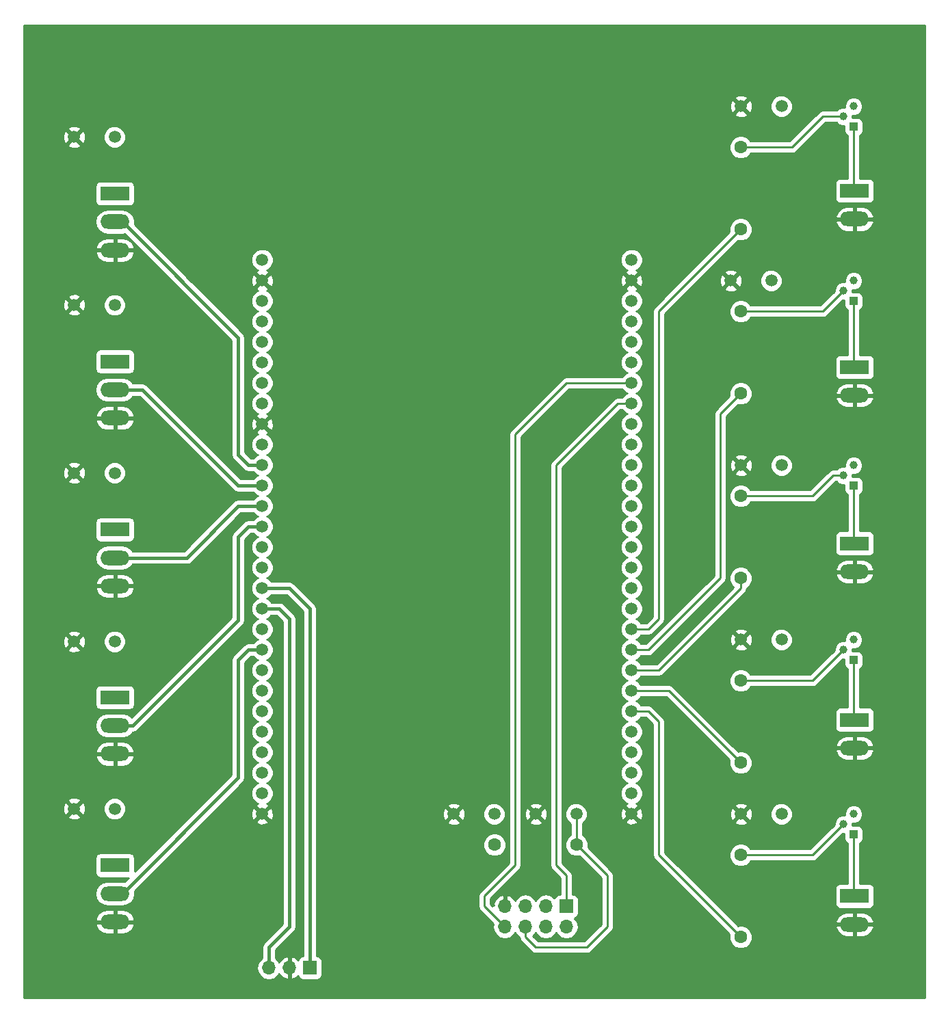
<source format=gbl>
%TF.GenerationSoftware,KiCad,Pcbnew,no-vcs-found-3e71ed2~61~ubuntu16.04.1*%
%TF.CreationDate,2017-11-26T16:56:58+01:00*%
%TF.ProjectId,podlewaczka,706F646C657761637A6B612E6B696361,rev?*%
%TF.SameCoordinates,Original*%
%TF.FileFunction,Copper,L2,Bot,Signal*%
%TF.FilePolarity,Positive*%
%FSLAX46Y46*%
G04 Gerber Fmt 4.6, Leading zero omitted, Abs format (unit mm)*
G04 Created by KiCad (PCBNEW no-vcs-found-3e71ed2~61~ubuntu16.04.1) date Sun Nov 26 16:56:58 2017*
%MOMM*%
%LPD*%
G01*
G04 APERTURE LIST*
%TA.AperFunction,ComponentPad*%
%ADD10C,1.500000*%
%TD*%
%TA.AperFunction,ComponentPad*%
%ADD11O,3.600000X1.800000*%
%TD*%
%TA.AperFunction,ComponentPad*%
%ADD12R,3.600000X1.800000*%
%TD*%
%TA.AperFunction,ComponentPad*%
%ADD13O,1.700000X1.700000*%
%TD*%
%TA.AperFunction,ComponentPad*%
%ADD14R,1.700000X1.700000*%
%TD*%
%TA.AperFunction,ComponentPad*%
%ADD15C,1.600000*%
%TD*%
%TA.AperFunction,ComponentPad*%
%ADD16R,1.000000X1.000000*%
%TD*%
%TA.AperFunction,ComponentPad*%
%ADD17C,1.000000*%
%TD*%
%TA.AperFunction,Conductor*%
%ADD18C,0.400000*%
%TD*%
%TA.AperFunction,Conductor*%
%ADD19C,0.250000*%
%TD*%
%TA.AperFunction,Conductor*%
%ADD20C,0.254000*%
%TD*%
G04 APERTURE END LIST*
D10*
%TO.P,C1,2*%
%TO.N,+3V3*%
X105370000Y-65241666D03*
%TO.P,C1,1*%
%TO.N,GND*%
X100370000Y-65241666D03*
%TD*%
%TO.P,C2,1*%
%TO.N,GND*%
X100370000Y-106919498D03*
%TO.P,C2,2*%
%TO.N,+3V3*%
X105370000Y-106919498D03*
%TD*%
%TO.P,C3,2*%
%TO.N,+3V3*%
X105370000Y-44450000D03*
%TO.P,C3,1*%
%TO.N,GND*%
X100370000Y-44450000D03*
%TD*%
%TO.P,C4,1*%
%TO.N,GND*%
X100370000Y-86033332D03*
%TO.P,C4,2*%
%TO.N,+3V3*%
X105370000Y-86033332D03*
%TD*%
%TO.P,C5,2*%
%TO.N,+3V3*%
X105370000Y-127616664D03*
%TO.P,C5,1*%
%TO.N,GND*%
X100370000Y-127616664D03*
%TD*%
%TO.P,C8,1*%
%TO.N,GND*%
X182920000Y-40640000D03*
%TO.P,C8,2*%
%TO.N,+5V*%
X187920000Y-40640000D03*
%TD*%
%TO.P,C9,2*%
%TO.N,+5V*%
X187920000Y-85090000D03*
%TO.P,C9,1*%
%TO.N,GND*%
X182920000Y-85090000D03*
%TD*%
%TO.P,C10,1*%
%TO.N,GND*%
X182920000Y-128270000D03*
%TO.P,C10,2*%
%TO.N,+5V*%
X187920000Y-128270000D03*
%TD*%
%TO.P,C11,2*%
%TO.N,+3V3*%
X152360000Y-128270000D03*
%TO.P,C11,1*%
%TO.N,GND*%
X147360000Y-128270000D03*
%TD*%
%TO.P,C12,1*%
%TO.N,GND*%
X157520000Y-128270000D03*
%TO.P,C12,2*%
%TO.N,Net-(C12-Pad2)*%
X162520000Y-128270000D03*
%TD*%
%TO.P,C13,2*%
%TO.N,+5V*%
X186650000Y-62230000D03*
%TO.P,C13,1*%
%TO.N,GND*%
X181650000Y-62230000D03*
%TD*%
%TO.P,C14,1*%
%TO.N,GND*%
X182920000Y-106680000D03*
%TO.P,C14,2*%
%TO.N,+5V*%
X187920000Y-106680000D03*
%TD*%
D11*
%TO.P,J8,2*%
%TO.N,GND*%
X196975000Y-54614444D03*
D12*
%TO.P,J8,1*%
%TO.N,Net-(J8-Pad1)*%
X196975000Y-51114444D03*
%TD*%
%TO.P,J9,1*%
%TO.N,Net-(J9-Pad1)*%
X196975000Y-94772220D03*
D11*
%TO.P,J9,2*%
%TO.N,GND*%
X196975000Y-98272220D03*
%TD*%
%TO.P,J11,2*%
%TO.N,GND*%
X196975000Y-76443332D03*
D12*
%TO.P,J11,1*%
%TO.N,Net-(J11-Pad1)*%
X196975000Y-72943332D03*
%TD*%
%TO.P,J12,1*%
%TO.N,Net-(J12-Pad1)*%
X196975000Y-116601108D03*
D11*
%TO.P,J12,2*%
%TO.N,GND*%
X196975000Y-120101108D03*
%TD*%
%TO.P,J10,2*%
%TO.N,GND*%
X196975000Y-141929996D03*
D12*
%TO.P,J10,1*%
%TO.N,Net-(J10-Pad1)*%
X196975000Y-138429996D03*
%TD*%
D11*
%TO.P,J5,3*%
%TO.N,GND*%
X105410000Y-141619997D03*
%TO.P,J5,2*%
%TO.N,Net-(J5-Pad2)*%
X105410000Y-138119997D03*
D12*
%TO.P,J5,1*%
%TO.N,+3V3*%
X105410000Y-134619997D03*
%TD*%
%TO.P,J3,1*%
%TO.N,+3V3*%
X105410000Y-51453333D03*
D11*
%TO.P,J3,2*%
%TO.N,Net-(J3-Pad2)*%
X105410000Y-54953333D03*
%TO.P,J3,3*%
%TO.N,GND*%
X105410000Y-58453333D03*
%TD*%
%TO.P,J4,3*%
%TO.N,GND*%
X105410000Y-100036665D03*
%TO.P,J4,2*%
%TO.N,Net-(J4-Pad2)*%
X105410000Y-96536665D03*
D12*
%TO.P,J4,1*%
%TO.N,+3V3*%
X105410000Y-93036665D03*
%TD*%
%TO.P,J1,1*%
%TO.N,+3V3*%
X105410000Y-72244999D03*
D11*
%TO.P,J1,2*%
%TO.N,Net-(J1-Pad2)*%
X105410000Y-75744999D03*
%TO.P,J1,3*%
%TO.N,GND*%
X105410000Y-79244999D03*
%TD*%
%TO.P,J2,3*%
%TO.N,GND*%
X105410000Y-120828331D03*
%TO.P,J2,2*%
%TO.N,Net-(J2-Pad2)*%
X105410000Y-117328331D03*
D12*
%TO.P,J2,1*%
%TO.N,+3V3*%
X105410000Y-113828331D03*
%TD*%
D13*
%TO.P,U2,8*%
%TO.N,Net-(J7-Pad7B)*%
X153670000Y-142240000D03*
%TO.P,U2,7*%
%TO.N,GND*%
X153670000Y-139700000D03*
%TO.P,U2,6*%
%TO.N,Net-(C12-Pad2)*%
X156210000Y-142240000D03*
%TO.P,U2,5*%
%TO.N,Net-(U2-Pad5)*%
X156210000Y-139700000D03*
%TO.P,U2,4*%
%TO.N,+3V3*%
X158750000Y-142240000D03*
%TO.P,U2,3*%
%TO.N,Net-(U2-Pad3)*%
X158750000Y-139700000D03*
%TO.P,U2,2*%
%TO.N,+3V3*%
X161290000Y-142240000D03*
D14*
%TO.P,U2,1*%
%TO.N,Net-(J7-Pad8B)*%
X161290000Y-139700000D03*
%TD*%
D13*
%TO.P,J6,3*%
%TO.N,Net-(J6-Pad3)*%
X124460000Y-147320000D03*
%TO.P,J6,2*%
%TO.N,GND*%
X127000000Y-147320000D03*
D14*
%TO.P,J6,1*%
%TO.N,Net-(J6-Pad1)*%
X129540000Y-147320000D03*
%TD*%
D15*
%TO.P,R6,1*%
%TO.N,Net-(C12-Pad2)*%
X162560000Y-132080000D03*
%TO.P,R6,2*%
%TO.N,+3V3*%
X152400000Y-132080000D03*
%TD*%
%TO.P,R4,2*%
%TO.N,Net-(J7-Pad20B)*%
X182880000Y-76200000D03*
%TO.P,R4,1*%
%TO.N,Net-(Q4-Pad2)*%
X182880000Y-66040000D03*
%TD*%
%TO.P,R3,1*%
%TO.N,Net-(Q3-Pad2)*%
X182880000Y-133350000D03*
%TO.P,R3,2*%
%TO.N,Net-(J7-Pad23B)*%
X182880000Y-143510000D03*
%TD*%
%TO.P,R2,2*%
%TO.N,Net-(J7-Pad21B)*%
X182880000Y-99060000D03*
%TO.P,R2,1*%
%TO.N,Net-(Q2-Pad2)*%
X182880000Y-88900000D03*
%TD*%
%TO.P,R1,1*%
%TO.N,Net-(Q1-Pad2)*%
X182880000Y-45720000D03*
%TO.P,R1,2*%
%TO.N,Net-(J7-Pad19B)*%
X182880000Y-55880000D03*
%TD*%
%TO.P,R5,2*%
%TO.N,Net-(J7-Pad22B)*%
X182880000Y-121920000D03*
%TO.P,R5,1*%
%TO.N,Net-(Q5-Pad2)*%
X182880000Y-111760000D03*
%TD*%
D16*
%TO.P,Q1,1*%
%TO.N,Net-(J8-Pad1)*%
X196850000Y-43180000D03*
D17*
%TO.P,Q1,3*%
%TO.N,+5V*%
X196850000Y-40640000D03*
%TO.P,Q1,2*%
%TO.N,Net-(Q1-Pad2)*%
X195580000Y-41910000D03*
%TD*%
%TO.P,Q2,2*%
%TO.N,Net-(Q2-Pad2)*%
X195580000Y-86360000D03*
%TO.P,Q2,3*%
%TO.N,+5V*%
X196850000Y-85090000D03*
D16*
%TO.P,Q2,1*%
%TO.N,Net-(J9-Pad1)*%
X196850000Y-87630000D03*
%TD*%
%TO.P,Q3,1*%
%TO.N,Net-(J10-Pad1)*%
X196850000Y-130810000D03*
D17*
%TO.P,Q3,3*%
%TO.N,+5V*%
X196850000Y-128270000D03*
%TO.P,Q3,2*%
%TO.N,Net-(Q3-Pad2)*%
X195580000Y-129540000D03*
%TD*%
%TO.P,Q4,2*%
%TO.N,Net-(Q4-Pad2)*%
X195580000Y-63500000D03*
%TO.P,Q4,3*%
%TO.N,+5V*%
X196850000Y-62230000D03*
D16*
%TO.P,Q4,1*%
%TO.N,Net-(J11-Pad1)*%
X196850000Y-64770000D03*
%TD*%
%TO.P,Q5,1*%
%TO.N,Net-(J12-Pad1)*%
X196850000Y-109220000D03*
D17*
%TO.P,Q5,3*%
%TO.N,+5V*%
X196850000Y-106680000D03*
%TO.P,Q5,2*%
%TO.N,Net-(Q5-Pad2)*%
X195580000Y-107950000D03*
%TD*%
D10*
%TO.P,J7,1A*%
%TO.N,+3V3*%
X123635001Y-59667500D03*
%TO.P,J7,2A*%
%TO.N,GND*%
X123635001Y-62207500D03*
%TO.P,J7,3A*%
%TO.N,Net-(J7-Pad3A)*%
X123635001Y-64747500D03*
%TO.P,J7,4A*%
%TO.N,Net-(J7-Pad4A)*%
X123635001Y-67287500D03*
%TO.P,J7,5A*%
%TO.N,Net-(J7-Pad5A)*%
X123635001Y-69827500D03*
%TO.P,J7,6A*%
%TO.N,Net-(J7-Pad6A)*%
X123635001Y-72367500D03*
%TO.P,J7,7A*%
%TO.N,Net-(J7-Pad7A)*%
X123635001Y-74907500D03*
%TO.P,J7,8A*%
%TO.N,Net-(J7-Pad8A)*%
X123635001Y-77447500D03*
%TO.P,J7,9A*%
%TO.N,GND*%
X123635001Y-79987500D03*
%TO.P,J7,10A*%
%TO.N,Net-(J7-Pad10A)*%
X123635001Y-82527500D03*
%TO.P,J7,11A*%
%TO.N,Net-(J3-Pad2)*%
X123635001Y-85067500D03*
%TO.P,J7,12A*%
%TO.N,Net-(J1-Pad2)*%
X123635001Y-87607500D03*
%TO.P,J7,13A*%
%TO.N,Net-(J4-Pad2)*%
X123635001Y-90147500D03*
%TO.P,J7,14A*%
%TO.N,Net-(J2-Pad2)*%
X123635001Y-92687500D03*
%TO.P,J7,15A*%
%TO.N,Net-(J7-Pad15A)*%
X123635001Y-95227500D03*
%TO.P,J7,16A*%
%TO.N,Net-(J7-Pad16A)*%
X123635001Y-97767500D03*
%TO.P,J7,17A*%
%TO.N,Net-(J6-Pad1)*%
X123635001Y-100307500D03*
%TO.P,J7,18A*%
%TO.N,Net-(J6-Pad3)*%
X123635001Y-102847500D03*
%TO.P,J7,19A*%
%TO.N,Net-(J7-Pad19A)*%
X123635001Y-105387500D03*
%TO.P,J7,20A*%
%TO.N,Net-(J5-Pad2)*%
X123635001Y-107927500D03*
%TO.P,J7,21A*%
%TO.N,Net-(J7-Pad21A)*%
X123635001Y-110467500D03*
%TO.P,J7,22A*%
%TO.N,Net-(J7-Pad22A)*%
X123635001Y-113007500D03*
%TO.P,J7,23A*%
%TO.N,Net-(J7-Pad23A)*%
X123635001Y-115547500D03*
%TO.P,J7,24A*%
%TO.N,Net-(J7-Pad24A)*%
X123635001Y-118087500D03*
%TO.P,J7,25A*%
%TO.N,Net-(J7-Pad25A)*%
X123635001Y-120627500D03*
%TO.P,J7,26A*%
%TO.N,Net-(J7-Pad26A)*%
X123635001Y-123167500D03*
%TO.P,J7,27A*%
%TO.N,Net-(J7-Pad27A)*%
X123635001Y-125707500D03*
%TO.P,J7,28A*%
%TO.N,GND*%
X123635001Y-128247500D03*
%TO.P,J7,1B*%
%TO.N,+5V*%
X169355001Y-59667500D03*
%TO.P,J7,2B*%
%TO.N,GND*%
X169355001Y-62207500D03*
%TO.P,J7,3B*%
%TO.N,Net-(J7-Pad3B)*%
X169355001Y-64747500D03*
%TO.P,J7,4B*%
%TO.N,Net-(J7-Pad4B)*%
X169355001Y-67287500D03*
%TO.P,J7,5B*%
%TO.N,Net-(J7-Pad5B)*%
X169355001Y-69827500D03*
%TO.P,J7,6B*%
%TO.N,Net-(J7-Pad6B)*%
X169355001Y-72367500D03*
%TO.P,J7,7B*%
%TO.N,Net-(J7-Pad7B)*%
X169355001Y-74907500D03*
%TO.P,J7,8B*%
%TO.N,Net-(J7-Pad8B)*%
X169355001Y-77447500D03*
%TO.P,J7,9B*%
%TO.N,Net-(J7-Pad9B)*%
X169355001Y-79987500D03*
%TO.P,J7,10B*%
%TO.N,Net-(J7-Pad10B)*%
X169355001Y-82527500D03*
%TO.P,J7,11B*%
%TO.N,Net-(J7-Pad11B)*%
X169355001Y-85067500D03*
%TO.P,J7,12B*%
%TO.N,Net-(J7-Pad12B)*%
X169355001Y-87607500D03*
%TO.P,J7,13B*%
%TO.N,Net-(J7-Pad13B)*%
X169355001Y-90147500D03*
%TO.P,J7,14B*%
%TO.N,Net-(J7-Pad14B)*%
X169355001Y-92687500D03*
%TO.P,J7,15B*%
%TO.N,Net-(J7-Pad15B)*%
X169355001Y-95227500D03*
%TO.P,J7,16B*%
%TO.N,Net-(J7-Pad16B)*%
X169355001Y-97767500D03*
%TO.P,J7,17B*%
%TO.N,Net-(J7-Pad17B)*%
X169355001Y-100307500D03*
%TO.P,J7,18B*%
%TO.N,Net-(J7-Pad18B)*%
X169355001Y-102847500D03*
%TO.P,J7,19B*%
%TO.N,Net-(J7-Pad19B)*%
X169355001Y-105387500D03*
%TO.P,J7,20B*%
%TO.N,Net-(J7-Pad20B)*%
X169355001Y-107927500D03*
%TO.P,J7,21B*%
%TO.N,Net-(J7-Pad21B)*%
X169355001Y-110467500D03*
%TO.P,J7,22B*%
%TO.N,Net-(J7-Pad22B)*%
X169355001Y-113007500D03*
%TO.P,J7,23B*%
%TO.N,Net-(J7-Pad23B)*%
X169355001Y-115547500D03*
%TO.P,J7,24B*%
%TO.N,Net-(J7-Pad24B)*%
X169355001Y-118087500D03*
%TO.P,J7,25B*%
%TO.N,Net-(J7-Pad25B)*%
X169355001Y-120627500D03*
%TO.P,J7,26B*%
%TO.N,Net-(J7-Pad26B)*%
X169355001Y-123167500D03*
%TO.P,J7,27B*%
%TO.N,Net-(J7-Pad27B)*%
X169355001Y-125707500D03*
%TO.P,J7,28B*%
%TO.N,GND*%
X169355001Y-128247500D03*
%TD*%
D18*
%TO.N,Net-(J3-Pad2)*%
X105410000Y-54953333D02*
X106310000Y-54953333D01*
X106310000Y-54953333D02*
X120650000Y-69293333D01*
X120650000Y-69293333D02*
X120650000Y-83820000D01*
X120650000Y-83820000D02*
X121897500Y-85067500D01*
X121897500Y-85067500D02*
X123635001Y-85067500D01*
%TO.N,Net-(J1-Pad2)*%
X105410000Y-75744999D02*
X108764999Y-75744999D01*
X108764999Y-75744999D02*
X120627500Y-87607500D01*
X120627500Y-87607500D02*
X123635001Y-87607500D01*
%TO.N,Net-(J4-Pad2)*%
X105410000Y-96536665D02*
X114283335Y-96536665D01*
X120672500Y-90147500D02*
X123635001Y-90147500D01*
X114283335Y-96536665D02*
X120672500Y-90147500D01*
%TO.N,Net-(J2-Pad2)*%
X105410000Y-117328331D02*
X107610000Y-117328331D01*
X107610000Y-117328331D02*
X120650000Y-104288331D01*
X120650000Y-93980000D02*
X121942500Y-92687500D01*
X120650000Y-104288331D02*
X120650000Y-93980000D01*
X121942500Y-92687500D02*
X123635001Y-92687500D01*
%TO.N,Net-(J6-Pad1)*%
X129540000Y-147320000D02*
X129540000Y-102870000D01*
X129540000Y-102870000D02*
X126977500Y-100307500D01*
X126977500Y-100307500D02*
X123635001Y-100307500D01*
%TO.N,Net-(J6-Pad3)*%
X124460000Y-147320000D02*
X124460000Y-144780000D01*
X124460000Y-144780000D02*
X127000000Y-142240000D01*
X123657501Y-102870000D02*
X123635001Y-102847500D01*
X127000000Y-142240000D02*
X127000000Y-104140000D01*
X127000000Y-104140000D02*
X125730000Y-102870000D01*
X125730000Y-102870000D02*
X123657501Y-102870000D01*
%TO.N,Net-(J5-Pad2)*%
X105410000Y-138119997D02*
X106310000Y-138119997D01*
X106310000Y-138119997D02*
X120650000Y-123779997D01*
X120650000Y-123779997D02*
X120650000Y-109220000D01*
X120650000Y-109220000D02*
X121942500Y-107927500D01*
X121942500Y-107927500D02*
X123635001Y-107927500D01*
D19*
%TO.N,Net-(J7-Pad7B)*%
X153670000Y-142240000D02*
X151130000Y-139700000D01*
X151130000Y-139700000D02*
X151130000Y-138430000D01*
X154940000Y-134620000D02*
X154940000Y-81280000D01*
X151130000Y-138430000D02*
X154940000Y-134620000D01*
X154940000Y-81280000D02*
X161312500Y-74907500D01*
X161312500Y-74907500D02*
X169355001Y-74907500D01*
%TO.N,Net-(J7-Pad8B)*%
X161290000Y-139700000D02*
X161290000Y-135890000D01*
X161290000Y-135890000D02*
X160020000Y-134620000D01*
X160020000Y-134620000D02*
X160020000Y-85090000D01*
X160020000Y-85090000D02*
X167662500Y-77447500D01*
X167662500Y-77447500D02*
X169355001Y-77447500D01*
%TO.N,Net-(J7-Pad19B)*%
X182880000Y-55880000D02*
X172720000Y-66040000D01*
X172720000Y-66040000D02*
X172720000Y-104140000D01*
X172720000Y-104140000D02*
X171472500Y-105387500D01*
X171472500Y-105387500D02*
X169355001Y-105387500D01*
%TO.N,Net-(J7-Pad20B)*%
X182880000Y-76200000D02*
X180340000Y-78740000D01*
X180340000Y-78740000D02*
X180340000Y-99060000D01*
X180340000Y-99060000D02*
X171450000Y-107950000D01*
X171450000Y-107950000D02*
X169377501Y-107950000D01*
X169377501Y-107950000D02*
X169355001Y-107927500D01*
%TO.N,Net-(J7-Pad21B)*%
X182880000Y-99060000D02*
X182880000Y-100330000D01*
X182880000Y-100330000D02*
X172742500Y-110467500D01*
X172742500Y-110467500D02*
X169355001Y-110467500D01*
%TO.N,Net-(J7-Pad22B)*%
X169355001Y-113007500D02*
X173967500Y-113007500D01*
X173967500Y-113007500D02*
X182880000Y-121920000D01*
%TO.N,Net-(J7-Pad23B)*%
X172720000Y-116840000D02*
X172720000Y-133350000D01*
X172720000Y-133350000D02*
X182880000Y-143510000D01*
X171427500Y-115547500D02*
X172720000Y-116840000D01*
X169355001Y-115547500D02*
X171427500Y-115547500D01*
%TO.N,Net-(J12-Pad1)*%
X196850000Y-109220000D02*
X196850000Y-116476108D01*
X196850000Y-116476108D02*
X196975000Y-116601108D01*
%TO.N,Net-(Q5-Pad2)*%
X195580000Y-107950000D02*
X191770000Y-111760000D01*
X191770000Y-111760000D02*
X182880000Y-111760000D01*
%TO.N,Net-(Q4-Pad2)*%
X182880000Y-66040000D02*
X193040000Y-66040000D01*
X193040000Y-66040000D02*
X195580000Y-63500000D01*
%TO.N,Net-(J11-Pad1)*%
X196850000Y-64770000D02*
X196850000Y-72818332D01*
X196850000Y-72818332D02*
X196975000Y-72943332D01*
%TO.N,Net-(J10-Pad1)*%
X196850000Y-130810000D02*
X196850000Y-138304996D01*
X196850000Y-138304996D02*
X196975000Y-138429996D01*
%TO.N,Net-(Q3-Pad2)*%
X195580000Y-129540000D02*
X191770000Y-133350000D01*
X191770000Y-133350000D02*
X182880000Y-133350000D01*
%TO.N,Net-(Q2-Pad2)*%
X194310000Y-86360000D02*
X191770000Y-88900000D01*
X191770000Y-88900000D02*
X182880000Y-88900000D01*
X195580000Y-86360000D02*
X194310000Y-86360000D01*
%TO.N,Net-(J9-Pad1)*%
X196850000Y-87630000D02*
X196850000Y-94647220D01*
X196850000Y-94647220D02*
X196975000Y-94772220D01*
%TO.N,Net-(J8-Pad1)*%
X196850000Y-43180000D02*
X196850000Y-50989444D01*
X196850000Y-50989444D02*
X196975000Y-51114444D01*
%TO.N,Net-(Q1-Pad2)*%
X182880000Y-45720000D02*
X189230000Y-45720000D01*
X193040000Y-41910000D02*
X195580000Y-41910000D01*
X189230000Y-45720000D02*
X193040000Y-41910000D01*
%TO.N,Net-(C12-Pad2)*%
X162560000Y-132080000D02*
X166370000Y-135890000D01*
X163830000Y-144780000D02*
X157480000Y-144780000D01*
X166370000Y-135890000D02*
X166370000Y-142240000D01*
X166370000Y-142240000D02*
X163830000Y-144780000D01*
X157480000Y-144780000D02*
X156210000Y-143510000D01*
X156210000Y-143510000D02*
X156210000Y-142240000D01*
X162560000Y-132080000D02*
X162560000Y-128310000D01*
X162560000Y-128310000D02*
X162520000Y-128270000D01*
%TD*%
D20*
%TO.N,GND*%
G36*
X205613000Y-151003000D02*
X94107000Y-151003000D01*
X94107000Y-141984737D01*
X103018964Y-141984737D01*
X103043244Y-142090083D01*
X103334788Y-142615603D01*
X103805248Y-142989551D01*
X104383000Y-143154997D01*
X105283000Y-143154997D01*
X105283000Y-141746997D01*
X105537000Y-141746997D01*
X105537000Y-143154997D01*
X106437000Y-143154997D01*
X107014752Y-142989551D01*
X107485212Y-142615603D01*
X107776756Y-142090083D01*
X107801036Y-141984737D01*
X107680378Y-141746997D01*
X105537000Y-141746997D01*
X105283000Y-141746997D01*
X103139622Y-141746997D01*
X103018964Y-141984737D01*
X94107000Y-141984737D01*
X94107000Y-141255257D01*
X103018964Y-141255257D01*
X103139622Y-141492997D01*
X105283000Y-141492997D01*
X105283000Y-140084997D01*
X105537000Y-140084997D01*
X105537000Y-141492997D01*
X107680378Y-141492997D01*
X107801036Y-141255257D01*
X107776756Y-141149911D01*
X107485212Y-140624391D01*
X107014752Y-140250443D01*
X106437000Y-140084997D01*
X105537000Y-140084997D01*
X105283000Y-140084997D01*
X104383000Y-140084997D01*
X103805248Y-140250443D01*
X103334788Y-140624391D01*
X103043244Y-141149911D01*
X103018964Y-141255257D01*
X94107000Y-141255257D01*
X94107000Y-128588181D01*
X99578088Y-128588181D01*
X99646077Y-128829124D01*
X100165171Y-129013865D01*
X100715448Y-128985894D01*
X101093923Y-128829124D01*
X101161912Y-128588181D01*
X100370000Y-127796269D01*
X99578088Y-128588181D01*
X94107000Y-128588181D01*
X94107000Y-127411835D01*
X98972799Y-127411835D01*
X99000770Y-127962112D01*
X99157540Y-128340587D01*
X99398483Y-128408576D01*
X100190395Y-127616664D01*
X100549605Y-127616664D01*
X101341517Y-128408576D01*
X101582460Y-128340587D01*
X101742482Y-127890949D01*
X103984760Y-127890949D01*
X104195169Y-128400179D01*
X104584436Y-128790125D01*
X105093298Y-129001423D01*
X105644285Y-129001904D01*
X106153515Y-128791495D01*
X106543461Y-128402228D01*
X106754759Y-127893366D01*
X106755240Y-127342379D01*
X106544831Y-126833149D01*
X106155564Y-126443203D01*
X105646702Y-126231905D01*
X105095715Y-126231424D01*
X104586485Y-126441833D01*
X104196539Y-126831100D01*
X103985241Y-127339962D01*
X103984760Y-127890949D01*
X101742482Y-127890949D01*
X101767201Y-127821493D01*
X101739230Y-127271216D01*
X101582460Y-126892741D01*
X101341517Y-126824752D01*
X100549605Y-127616664D01*
X100190395Y-127616664D01*
X99398483Y-126824752D01*
X99157540Y-126892741D01*
X98972799Y-127411835D01*
X94107000Y-127411835D01*
X94107000Y-126645147D01*
X99578088Y-126645147D01*
X100370000Y-127437059D01*
X101161912Y-126645147D01*
X101093923Y-126404204D01*
X100574829Y-126219463D01*
X100024552Y-126247434D01*
X99646077Y-126404204D01*
X99578088Y-126645147D01*
X94107000Y-126645147D01*
X94107000Y-121193071D01*
X103018964Y-121193071D01*
X103043244Y-121298417D01*
X103334788Y-121823937D01*
X103805248Y-122197885D01*
X104383000Y-122363331D01*
X105283000Y-122363331D01*
X105283000Y-120955331D01*
X105537000Y-120955331D01*
X105537000Y-122363331D01*
X106437000Y-122363331D01*
X107014752Y-122197885D01*
X107485212Y-121823937D01*
X107776756Y-121298417D01*
X107801036Y-121193071D01*
X107680378Y-120955331D01*
X105537000Y-120955331D01*
X105283000Y-120955331D01*
X103139622Y-120955331D01*
X103018964Y-121193071D01*
X94107000Y-121193071D01*
X94107000Y-120463591D01*
X103018964Y-120463591D01*
X103139622Y-120701331D01*
X105283000Y-120701331D01*
X105283000Y-119293331D01*
X105537000Y-119293331D01*
X105537000Y-120701331D01*
X107680378Y-120701331D01*
X107801036Y-120463591D01*
X107776756Y-120358245D01*
X107485212Y-119832725D01*
X107014752Y-119458777D01*
X106437000Y-119293331D01*
X105537000Y-119293331D01*
X105283000Y-119293331D01*
X104383000Y-119293331D01*
X103805248Y-119458777D01*
X103334788Y-119832725D01*
X103043244Y-120358245D01*
X103018964Y-120463591D01*
X94107000Y-120463591D01*
X94107000Y-112928331D01*
X102962560Y-112928331D01*
X102962560Y-114728331D01*
X103011843Y-114976096D01*
X103152191Y-115186140D01*
X103362235Y-115326488D01*
X103610000Y-115375771D01*
X107210000Y-115375771D01*
X107457765Y-115326488D01*
X107667809Y-115186140D01*
X107808157Y-114976096D01*
X107857440Y-114728331D01*
X107857440Y-112928331D01*
X107808157Y-112680566D01*
X107667809Y-112470522D01*
X107457765Y-112330174D01*
X107210000Y-112280891D01*
X103610000Y-112280891D01*
X103362235Y-112330174D01*
X103152191Y-112470522D01*
X103011843Y-112680566D01*
X102962560Y-112928331D01*
X94107000Y-112928331D01*
X94107000Y-107891015D01*
X99578088Y-107891015D01*
X99646077Y-108131958D01*
X100165171Y-108316699D01*
X100715448Y-108288728D01*
X101093923Y-108131958D01*
X101161912Y-107891015D01*
X100370000Y-107099103D01*
X99578088Y-107891015D01*
X94107000Y-107891015D01*
X94107000Y-106714669D01*
X98972799Y-106714669D01*
X99000770Y-107264946D01*
X99157540Y-107643421D01*
X99398483Y-107711410D01*
X100190395Y-106919498D01*
X100549605Y-106919498D01*
X101341517Y-107711410D01*
X101582460Y-107643421D01*
X101742482Y-107193783D01*
X103984760Y-107193783D01*
X104195169Y-107703013D01*
X104584436Y-108092959D01*
X105093298Y-108304257D01*
X105644285Y-108304738D01*
X106153515Y-108094329D01*
X106543461Y-107705062D01*
X106754759Y-107196200D01*
X106755240Y-106645213D01*
X106544831Y-106135983D01*
X106155564Y-105746037D01*
X105646702Y-105534739D01*
X105095715Y-105534258D01*
X104586485Y-105744667D01*
X104196539Y-106133934D01*
X103985241Y-106642796D01*
X103984760Y-107193783D01*
X101742482Y-107193783D01*
X101767201Y-107124327D01*
X101739230Y-106574050D01*
X101582460Y-106195575D01*
X101341517Y-106127586D01*
X100549605Y-106919498D01*
X100190395Y-106919498D01*
X99398483Y-106127586D01*
X99157540Y-106195575D01*
X98972799Y-106714669D01*
X94107000Y-106714669D01*
X94107000Y-105947981D01*
X99578088Y-105947981D01*
X100370000Y-106739893D01*
X101161912Y-105947981D01*
X101093923Y-105707038D01*
X100574829Y-105522297D01*
X100024552Y-105550268D01*
X99646077Y-105707038D01*
X99578088Y-105947981D01*
X94107000Y-105947981D01*
X94107000Y-100401405D01*
X103018964Y-100401405D01*
X103043244Y-100506751D01*
X103334788Y-101032271D01*
X103805248Y-101406219D01*
X104383000Y-101571665D01*
X105283000Y-101571665D01*
X105283000Y-100163665D01*
X105537000Y-100163665D01*
X105537000Y-101571665D01*
X106437000Y-101571665D01*
X107014752Y-101406219D01*
X107485212Y-101032271D01*
X107776756Y-100506751D01*
X107801036Y-100401405D01*
X107680378Y-100163665D01*
X105537000Y-100163665D01*
X105283000Y-100163665D01*
X103139622Y-100163665D01*
X103018964Y-100401405D01*
X94107000Y-100401405D01*
X94107000Y-99671925D01*
X103018964Y-99671925D01*
X103139622Y-99909665D01*
X105283000Y-99909665D01*
X105283000Y-98501665D01*
X105537000Y-98501665D01*
X105537000Y-99909665D01*
X107680378Y-99909665D01*
X107801036Y-99671925D01*
X107776756Y-99566579D01*
X107485212Y-99041059D01*
X107014752Y-98667111D01*
X106437000Y-98501665D01*
X105537000Y-98501665D01*
X105283000Y-98501665D01*
X104383000Y-98501665D01*
X103805248Y-98667111D01*
X103334788Y-99041059D01*
X103043244Y-99566579D01*
X103018964Y-99671925D01*
X94107000Y-99671925D01*
X94107000Y-92136665D01*
X102962560Y-92136665D01*
X102962560Y-93936665D01*
X103011843Y-94184430D01*
X103152191Y-94394474D01*
X103362235Y-94534822D01*
X103610000Y-94584105D01*
X107210000Y-94584105D01*
X107457765Y-94534822D01*
X107667809Y-94394474D01*
X107808157Y-94184430D01*
X107857440Y-93936665D01*
X107857440Y-92136665D01*
X107808157Y-91888900D01*
X107667809Y-91678856D01*
X107457765Y-91538508D01*
X107210000Y-91489225D01*
X103610000Y-91489225D01*
X103362235Y-91538508D01*
X103152191Y-91678856D01*
X103011843Y-91888900D01*
X102962560Y-92136665D01*
X94107000Y-92136665D01*
X94107000Y-87004849D01*
X99578088Y-87004849D01*
X99646077Y-87245792D01*
X100165171Y-87430533D01*
X100715448Y-87402562D01*
X101093923Y-87245792D01*
X101161912Y-87004849D01*
X100370000Y-86212937D01*
X99578088Y-87004849D01*
X94107000Y-87004849D01*
X94107000Y-85828503D01*
X98972799Y-85828503D01*
X99000770Y-86378780D01*
X99157540Y-86757255D01*
X99398483Y-86825244D01*
X100190395Y-86033332D01*
X100549605Y-86033332D01*
X101341517Y-86825244D01*
X101582460Y-86757255D01*
X101742482Y-86307617D01*
X103984760Y-86307617D01*
X104195169Y-86816847D01*
X104584436Y-87206793D01*
X105093298Y-87418091D01*
X105644285Y-87418572D01*
X106153515Y-87208163D01*
X106543461Y-86818896D01*
X106754759Y-86310034D01*
X106755240Y-85759047D01*
X106544831Y-85249817D01*
X106155564Y-84859871D01*
X105646702Y-84648573D01*
X105095715Y-84648092D01*
X104586485Y-84858501D01*
X104196539Y-85247768D01*
X103985241Y-85756630D01*
X103984760Y-86307617D01*
X101742482Y-86307617D01*
X101767201Y-86238161D01*
X101739230Y-85687884D01*
X101582460Y-85309409D01*
X101341517Y-85241420D01*
X100549605Y-86033332D01*
X100190395Y-86033332D01*
X99398483Y-85241420D01*
X99157540Y-85309409D01*
X98972799Y-85828503D01*
X94107000Y-85828503D01*
X94107000Y-85061815D01*
X99578088Y-85061815D01*
X100370000Y-85853727D01*
X101161912Y-85061815D01*
X101093923Y-84820872D01*
X100574829Y-84636131D01*
X100024552Y-84664102D01*
X99646077Y-84820872D01*
X99578088Y-85061815D01*
X94107000Y-85061815D01*
X94107000Y-79609739D01*
X103018964Y-79609739D01*
X103043244Y-79715085D01*
X103334788Y-80240605D01*
X103805248Y-80614553D01*
X104383000Y-80779999D01*
X105283000Y-80779999D01*
X105283000Y-79371999D01*
X105537000Y-79371999D01*
X105537000Y-80779999D01*
X106437000Y-80779999D01*
X107014752Y-80614553D01*
X107485212Y-80240605D01*
X107776756Y-79715085D01*
X107801036Y-79609739D01*
X107680378Y-79371999D01*
X105537000Y-79371999D01*
X105283000Y-79371999D01*
X103139622Y-79371999D01*
X103018964Y-79609739D01*
X94107000Y-79609739D01*
X94107000Y-78880259D01*
X103018964Y-78880259D01*
X103139622Y-79117999D01*
X105283000Y-79117999D01*
X105283000Y-77709999D01*
X105537000Y-77709999D01*
X105537000Y-79117999D01*
X107680378Y-79117999D01*
X107801036Y-78880259D01*
X107776756Y-78774913D01*
X107485212Y-78249393D01*
X107014752Y-77875445D01*
X106437000Y-77709999D01*
X105537000Y-77709999D01*
X105283000Y-77709999D01*
X104383000Y-77709999D01*
X103805248Y-77875445D01*
X103334788Y-78249393D01*
X103043244Y-78774913D01*
X103018964Y-78880259D01*
X94107000Y-78880259D01*
X94107000Y-71344999D01*
X102962560Y-71344999D01*
X102962560Y-73144999D01*
X103011843Y-73392764D01*
X103152191Y-73602808D01*
X103362235Y-73743156D01*
X103610000Y-73792439D01*
X107210000Y-73792439D01*
X107457765Y-73743156D01*
X107667809Y-73602808D01*
X107808157Y-73392764D01*
X107857440Y-73144999D01*
X107857440Y-71344999D01*
X107808157Y-71097234D01*
X107667809Y-70887190D01*
X107457765Y-70746842D01*
X107210000Y-70697559D01*
X103610000Y-70697559D01*
X103362235Y-70746842D01*
X103152191Y-70887190D01*
X103011843Y-71097234D01*
X102962560Y-71344999D01*
X94107000Y-71344999D01*
X94107000Y-66213183D01*
X99578088Y-66213183D01*
X99646077Y-66454126D01*
X100165171Y-66638867D01*
X100715448Y-66610896D01*
X101093923Y-66454126D01*
X101161912Y-66213183D01*
X100370000Y-65421271D01*
X99578088Y-66213183D01*
X94107000Y-66213183D01*
X94107000Y-65036837D01*
X98972799Y-65036837D01*
X99000770Y-65587114D01*
X99157540Y-65965589D01*
X99398483Y-66033578D01*
X100190395Y-65241666D01*
X100549605Y-65241666D01*
X101341517Y-66033578D01*
X101582460Y-65965589D01*
X101742482Y-65515951D01*
X103984760Y-65515951D01*
X104195169Y-66025181D01*
X104584436Y-66415127D01*
X105093298Y-66626425D01*
X105644285Y-66626906D01*
X106153515Y-66416497D01*
X106543461Y-66027230D01*
X106754759Y-65518368D01*
X106755240Y-64967381D01*
X106544831Y-64458151D01*
X106155564Y-64068205D01*
X105646702Y-63856907D01*
X105095715Y-63856426D01*
X104586485Y-64066835D01*
X104196539Y-64456102D01*
X103985241Y-64964964D01*
X103984760Y-65515951D01*
X101742482Y-65515951D01*
X101767201Y-65446495D01*
X101739230Y-64896218D01*
X101582460Y-64517743D01*
X101341517Y-64449754D01*
X100549605Y-65241666D01*
X100190395Y-65241666D01*
X99398483Y-64449754D01*
X99157540Y-64517743D01*
X98972799Y-65036837D01*
X94107000Y-65036837D01*
X94107000Y-64270149D01*
X99578088Y-64270149D01*
X100370000Y-65062061D01*
X101161912Y-64270149D01*
X101093923Y-64029206D01*
X100574829Y-63844465D01*
X100024552Y-63872436D01*
X99646077Y-64029206D01*
X99578088Y-64270149D01*
X94107000Y-64270149D01*
X94107000Y-58818073D01*
X103018964Y-58818073D01*
X103043244Y-58923419D01*
X103334788Y-59448939D01*
X103805248Y-59822887D01*
X104383000Y-59988333D01*
X105283000Y-59988333D01*
X105283000Y-58580333D01*
X105537000Y-58580333D01*
X105537000Y-59988333D01*
X106437000Y-59988333D01*
X107014752Y-59822887D01*
X107485212Y-59448939D01*
X107776756Y-58923419D01*
X107801036Y-58818073D01*
X107680378Y-58580333D01*
X105537000Y-58580333D01*
X105283000Y-58580333D01*
X103139622Y-58580333D01*
X103018964Y-58818073D01*
X94107000Y-58818073D01*
X94107000Y-58088593D01*
X103018964Y-58088593D01*
X103139622Y-58326333D01*
X105283000Y-58326333D01*
X105283000Y-56918333D01*
X105537000Y-56918333D01*
X105537000Y-58326333D01*
X107680378Y-58326333D01*
X107801036Y-58088593D01*
X107776756Y-57983247D01*
X107485212Y-57457727D01*
X107014752Y-57083779D01*
X106437000Y-56918333D01*
X105537000Y-56918333D01*
X105283000Y-56918333D01*
X104383000Y-56918333D01*
X103805248Y-57083779D01*
X103334788Y-57457727D01*
X103043244Y-57983247D01*
X103018964Y-58088593D01*
X94107000Y-58088593D01*
X94107000Y-54953333D01*
X102927296Y-54953333D01*
X103044141Y-55540752D01*
X103376887Y-56038742D01*
X103874877Y-56371488D01*
X104462296Y-56488333D01*
X106357704Y-56488333D01*
X106613292Y-56437493D01*
X119815000Y-69639202D01*
X119815000Y-83820000D01*
X119878561Y-84139541D01*
X120005822Y-84330000D01*
X120059566Y-84410434D01*
X121307066Y-85657934D01*
X121577959Y-85838939D01*
X121897500Y-85902500D01*
X122511565Y-85902500D01*
X122849437Y-86240961D01*
X123081871Y-86337476D01*
X122851486Y-86432669D01*
X122511062Y-86772500D01*
X120973368Y-86772500D01*
X109355433Y-75154565D01*
X109084540Y-74973560D01*
X108764999Y-74909999D01*
X107610431Y-74909999D01*
X107443113Y-74659590D01*
X106945123Y-74326844D01*
X106357704Y-74209999D01*
X104462296Y-74209999D01*
X103874877Y-74326844D01*
X103376887Y-74659590D01*
X103044141Y-75157580D01*
X102927296Y-75744999D01*
X103044141Y-76332418D01*
X103376887Y-76830408D01*
X103874877Y-77163154D01*
X104462296Y-77279999D01*
X106357704Y-77279999D01*
X106945123Y-77163154D01*
X107443113Y-76830408D01*
X107610431Y-76579999D01*
X108419131Y-76579999D01*
X120037066Y-88197934D01*
X120307959Y-88378939D01*
X120627500Y-88442500D01*
X122511565Y-88442500D01*
X122849437Y-88780961D01*
X123081871Y-88877476D01*
X122851486Y-88972669D01*
X122511062Y-89312500D01*
X120672500Y-89312500D01*
X120352960Y-89376060D01*
X120082066Y-89557066D01*
X113937467Y-95701665D01*
X107610431Y-95701665D01*
X107443113Y-95451256D01*
X106945123Y-95118510D01*
X106357704Y-95001665D01*
X104462296Y-95001665D01*
X103874877Y-95118510D01*
X103376887Y-95451256D01*
X103044141Y-95949246D01*
X102927296Y-96536665D01*
X103044141Y-97124084D01*
X103376887Y-97622074D01*
X103874877Y-97954820D01*
X104462296Y-98071665D01*
X106357704Y-98071665D01*
X106945123Y-97954820D01*
X107443113Y-97622074D01*
X107610431Y-97371665D01*
X114283335Y-97371665D01*
X114602876Y-97308104D01*
X114873769Y-97127099D01*
X121018368Y-90982500D01*
X122511565Y-90982500D01*
X122849437Y-91320961D01*
X123081871Y-91417476D01*
X122851486Y-91512669D01*
X122511062Y-91852500D01*
X121942500Y-91852500D01*
X121622959Y-91916061D01*
X121352066Y-92097066D01*
X120059566Y-93389566D01*
X119878561Y-93660459D01*
X119815000Y-93980000D01*
X119815000Y-103942463D01*
X107471723Y-116285740D01*
X107443113Y-116242922D01*
X106945123Y-115910176D01*
X106357704Y-115793331D01*
X104462296Y-115793331D01*
X103874877Y-115910176D01*
X103376887Y-116242922D01*
X103044141Y-116740912D01*
X102927296Y-117328331D01*
X103044141Y-117915750D01*
X103376887Y-118413740D01*
X103874877Y-118746486D01*
X104462296Y-118863331D01*
X106357704Y-118863331D01*
X106945123Y-118746486D01*
X107443113Y-118413740D01*
X107610497Y-118163232D01*
X107929541Y-118099770D01*
X108200434Y-117918765D01*
X121240434Y-104878765D01*
X121264901Y-104842148D01*
X121421439Y-104607872D01*
X121485000Y-104288331D01*
X121485000Y-94325868D01*
X122288368Y-93522500D01*
X122511565Y-93522500D01*
X122849437Y-93860961D01*
X123081871Y-93957476D01*
X122851486Y-94052669D01*
X122461540Y-94441936D01*
X122250242Y-94950798D01*
X122249761Y-95501785D01*
X122460170Y-96011015D01*
X122849437Y-96400961D01*
X123081871Y-96497476D01*
X122851486Y-96592669D01*
X122461540Y-96981936D01*
X122250242Y-97490798D01*
X122249761Y-98041785D01*
X122460170Y-98551015D01*
X122849437Y-98940961D01*
X123081871Y-99037476D01*
X122851486Y-99132669D01*
X122461540Y-99521936D01*
X122250242Y-100030798D01*
X122249761Y-100581785D01*
X122460170Y-101091015D01*
X122849437Y-101480961D01*
X123081871Y-101577476D01*
X122851486Y-101672669D01*
X122461540Y-102061936D01*
X122250242Y-102570798D01*
X122249761Y-103121785D01*
X122460170Y-103631015D01*
X122849437Y-104020961D01*
X123081871Y-104117476D01*
X122851486Y-104212669D01*
X122461540Y-104601936D01*
X122250242Y-105110798D01*
X122249761Y-105661785D01*
X122460170Y-106171015D01*
X122849437Y-106560961D01*
X123081871Y-106657476D01*
X122851486Y-106752669D01*
X122511062Y-107092500D01*
X121942500Y-107092500D01*
X121622959Y-107156061D01*
X121398208Y-107306235D01*
X121352066Y-107337066D01*
X120059566Y-108629566D01*
X119878561Y-108900459D01*
X119815000Y-109220000D01*
X119815000Y-123434128D01*
X107857440Y-135391689D01*
X107857440Y-133719997D01*
X107808157Y-133472232D01*
X107667809Y-133262188D01*
X107457765Y-133121840D01*
X107210000Y-133072557D01*
X103610000Y-133072557D01*
X103362235Y-133121840D01*
X103152191Y-133262188D01*
X103011843Y-133472232D01*
X102962560Y-133719997D01*
X102962560Y-135519997D01*
X103011843Y-135767762D01*
X103152191Y-135977806D01*
X103362235Y-136118154D01*
X103610000Y-136167437D01*
X107081692Y-136167437D01*
X106613292Y-136635837D01*
X106357704Y-136584997D01*
X104462296Y-136584997D01*
X103874877Y-136701842D01*
X103376887Y-137034588D01*
X103044141Y-137532578D01*
X102927296Y-138119997D01*
X103044141Y-138707416D01*
X103376887Y-139205406D01*
X103874877Y-139538152D01*
X104462296Y-139654997D01*
X106357704Y-139654997D01*
X106945123Y-139538152D01*
X107443113Y-139205406D01*
X107775859Y-138707416D01*
X107892704Y-138119997D01*
X107826035Y-137784830D01*
X116391848Y-129219017D01*
X122843089Y-129219017D01*
X122911078Y-129459960D01*
X123430172Y-129644701D01*
X123980449Y-129616730D01*
X124358924Y-129459960D01*
X124426913Y-129219017D01*
X123635001Y-128427105D01*
X122843089Y-129219017D01*
X116391848Y-129219017D01*
X117568194Y-128042671D01*
X122237800Y-128042671D01*
X122265771Y-128592948D01*
X122422541Y-128971423D01*
X122663484Y-129039412D01*
X123455396Y-128247500D01*
X123814606Y-128247500D01*
X124606518Y-129039412D01*
X124847461Y-128971423D01*
X125032202Y-128452329D01*
X125004231Y-127902052D01*
X124847461Y-127523577D01*
X124606518Y-127455588D01*
X123814606Y-128247500D01*
X123455396Y-128247500D01*
X122663484Y-127455588D01*
X122422541Y-127523577D01*
X122237800Y-128042671D01*
X117568194Y-128042671D01*
X121240434Y-124370432D01*
X121330936Y-124234985D01*
X121421439Y-124099538D01*
X121485000Y-123779997D01*
X121485000Y-109565868D01*
X122288368Y-108762500D01*
X122511565Y-108762500D01*
X122849437Y-109100961D01*
X123081871Y-109197476D01*
X122851486Y-109292669D01*
X122461540Y-109681936D01*
X122250242Y-110190798D01*
X122249761Y-110741785D01*
X122460170Y-111251015D01*
X122849437Y-111640961D01*
X123081871Y-111737476D01*
X122851486Y-111832669D01*
X122461540Y-112221936D01*
X122250242Y-112730798D01*
X122249761Y-113281785D01*
X122460170Y-113791015D01*
X122849437Y-114180961D01*
X123081871Y-114277476D01*
X122851486Y-114372669D01*
X122461540Y-114761936D01*
X122250242Y-115270798D01*
X122249761Y-115821785D01*
X122460170Y-116331015D01*
X122849437Y-116720961D01*
X123081871Y-116817476D01*
X122851486Y-116912669D01*
X122461540Y-117301936D01*
X122250242Y-117810798D01*
X122249761Y-118361785D01*
X122460170Y-118871015D01*
X122849437Y-119260961D01*
X123081871Y-119357476D01*
X122851486Y-119452669D01*
X122461540Y-119841936D01*
X122250242Y-120350798D01*
X122249761Y-120901785D01*
X122460170Y-121411015D01*
X122849437Y-121800961D01*
X123081871Y-121897476D01*
X122851486Y-121992669D01*
X122461540Y-122381936D01*
X122250242Y-122890798D01*
X122249761Y-123441785D01*
X122460170Y-123951015D01*
X122849437Y-124340961D01*
X123081871Y-124437476D01*
X122851486Y-124532669D01*
X122461540Y-124921936D01*
X122250242Y-125430798D01*
X122249761Y-125981785D01*
X122460170Y-126491015D01*
X122849437Y-126880961D01*
X123065980Y-126970877D01*
X122911078Y-127035040D01*
X122843089Y-127275983D01*
X123635001Y-128067895D01*
X124426913Y-127275983D01*
X124358924Y-127035040D01*
X124192380Y-126975768D01*
X124418516Y-126882331D01*
X124808462Y-126493064D01*
X125019760Y-125984202D01*
X125020241Y-125433215D01*
X124809832Y-124923985D01*
X124420565Y-124534039D01*
X124188131Y-124437524D01*
X124418516Y-124342331D01*
X124808462Y-123953064D01*
X125019760Y-123444202D01*
X125020241Y-122893215D01*
X124809832Y-122383985D01*
X124420565Y-121994039D01*
X124188131Y-121897524D01*
X124418516Y-121802331D01*
X124808462Y-121413064D01*
X125019760Y-120904202D01*
X125020241Y-120353215D01*
X124809832Y-119843985D01*
X124420565Y-119454039D01*
X124188131Y-119357524D01*
X124418516Y-119262331D01*
X124808462Y-118873064D01*
X125019760Y-118364202D01*
X125020241Y-117813215D01*
X124809832Y-117303985D01*
X124420565Y-116914039D01*
X124188131Y-116817524D01*
X124418516Y-116722331D01*
X124808462Y-116333064D01*
X125019760Y-115824202D01*
X125020241Y-115273215D01*
X124809832Y-114763985D01*
X124420565Y-114374039D01*
X124188131Y-114277524D01*
X124418516Y-114182331D01*
X124808462Y-113793064D01*
X125019760Y-113284202D01*
X125020241Y-112733215D01*
X124809832Y-112223985D01*
X124420565Y-111834039D01*
X124188131Y-111737524D01*
X124418516Y-111642331D01*
X124808462Y-111253064D01*
X125019760Y-110744202D01*
X125020241Y-110193215D01*
X124809832Y-109683985D01*
X124420565Y-109294039D01*
X124188131Y-109197524D01*
X124418516Y-109102331D01*
X124808462Y-108713064D01*
X125019760Y-108204202D01*
X125020241Y-107653215D01*
X124809832Y-107143985D01*
X124420565Y-106754039D01*
X124188131Y-106657524D01*
X124418516Y-106562331D01*
X124808462Y-106173064D01*
X125019760Y-105664202D01*
X125020241Y-105113215D01*
X124809832Y-104603985D01*
X124420565Y-104214039D01*
X124188131Y-104117524D01*
X124418516Y-104022331D01*
X124736401Y-103705000D01*
X125384132Y-103705000D01*
X126165000Y-104485868D01*
X126165000Y-141894132D01*
X123869566Y-144189566D01*
X123688561Y-144460459D01*
X123625000Y-144780000D01*
X123625000Y-146097159D01*
X123409946Y-146240853D01*
X123088039Y-146722622D01*
X122975000Y-147290907D01*
X122975000Y-147349093D01*
X123088039Y-147917378D01*
X123409946Y-148399147D01*
X123891715Y-148721054D01*
X124460000Y-148834093D01*
X125028285Y-148721054D01*
X125510054Y-148399147D01*
X125737702Y-148058447D01*
X125804817Y-148201358D01*
X126233076Y-148591645D01*
X126643110Y-148761476D01*
X126873000Y-148640155D01*
X126873000Y-147447000D01*
X126853000Y-147447000D01*
X126853000Y-147193000D01*
X126873000Y-147193000D01*
X126873000Y-145999845D01*
X126643110Y-145878524D01*
X126233076Y-146048355D01*
X125804817Y-146438642D01*
X125737702Y-146581553D01*
X125510054Y-146240853D01*
X125295000Y-146097159D01*
X125295000Y-145125868D01*
X127590434Y-142830434D01*
X127605523Y-142807852D01*
X127771439Y-142559541D01*
X127835000Y-142240000D01*
X127835000Y-104140000D01*
X127771439Y-103820459D01*
X127590434Y-103549566D01*
X126320434Y-102279566D01*
X126286760Y-102257066D01*
X126049541Y-102098561D01*
X125730000Y-102035000D01*
X124780897Y-102035000D01*
X124420565Y-101674039D01*
X124188131Y-101577524D01*
X124418516Y-101482331D01*
X124758940Y-101142500D01*
X126631632Y-101142500D01*
X128705000Y-103215868D01*
X128705000Y-145822560D01*
X128690000Y-145822560D01*
X128442235Y-145871843D01*
X128232191Y-146012191D01*
X128091843Y-146222235D01*
X128071261Y-146325708D01*
X127766924Y-146048355D01*
X127356890Y-145878524D01*
X127127000Y-145999845D01*
X127127000Y-147193000D01*
X127147000Y-147193000D01*
X127147000Y-147447000D01*
X127127000Y-147447000D01*
X127127000Y-148640155D01*
X127356890Y-148761476D01*
X127766924Y-148591645D01*
X128071261Y-148314292D01*
X128091843Y-148417765D01*
X128232191Y-148627809D01*
X128442235Y-148768157D01*
X128690000Y-148817440D01*
X130390000Y-148817440D01*
X130637765Y-148768157D01*
X130847809Y-148627809D01*
X130988157Y-148417765D01*
X131037440Y-148170000D01*
X131037440Y-146470000D01*
X130988157Y-146222235D01*
X130847809Y-146012191D01*
X130637765Y-145871843D01*
X130390000Y-145822560D01*
X130375000Y-145822560D01*
X130375000Y-138430000D01*
X150370000Y-138430000D01*
X150370000Y-139700000D01*
X150427852Y-139990839D01*
X150592599Y-140237401D01*
X152248229Y-141893031D01*
X152185000Y-142210907D01*
X152185000Y-142269093D01*
X152298039Y-142837378D01*
X152619946Y-143319147D01*
X153101715Y-143641054D01*
X153670000Y-143754093D01*
X154238285Y-143641054D01*
X154720054Y-143319147D01*
X154940000Y-142989974D01*
X155159946Y-143319147D01*
X155450678Y-143513407D01*
X155507852Y-143800839D01*
X155672599Y-144047401D01*
X156942599Y-145317401D01*
X157189160Y-145482148D01*
X157480000Y-145540000D01*
X163830000Y-145540000D01*
X164120839Y-145482148D01*
X164367401Y-145317401D01*
X166907401Y-142777401D01*
X167072148Y-142530840D01*
X167098157Y-142400082D01*
X167130000Y-142240000D01*
X167130000Y-135890000D01*
X167072148Y-135599161D01*
X166907401Y-135352599D01*
X163973256Y-132418454D01*
X163994750Y-132366691D01*
X163995248Y-131795813D01*
X163777243Y-131268200D01*
X163373923Y-130864176D01*
X163320000Y-130841785D01*
X163320000Y-129428375D01*
X163529723Y-129219017D01*
X168563089Y-129219017D01*
X168631078Y-129459960D01*
X169150172Y-129644701D01*
X169700449Y-129616730D01*
X170078924Y-129459960D01*
X170146913Y-129219017D01*
X169355001Y-128427105D01*
X168563089Y-129219017D01*
X163529723Y-129219017D01*
X163693461Y-129055564D01*
X163904759Y-128546702D01*
X163905199Y-128042671D01*
X167957800Y-128042671D01*
X167985771Y-128592948D01*
X168142541Y-128971423D01*
X168383484Y-129039412D01*
X169175396Y-128247500D01*
X169534606Y-128247500D01*
X170326518Y-129039412D01*
X170567461Y-128971423D01*
X170752202Y-128452329D01*
X170724231Y-127902052D01*
X170567461Y-127523577D01*
X170326518Y-127455588D01*
X169534606Y-128247500D01*
X169175396Y-128247500D01*
X168383484Y-127455588D01*
X168142541Y-127523577D01*
X167957800Y-128042671D01*
X163905199Y-128042671D01*
X163905240Y-127995715D01*
X163694831Y-127486485D01*
X163305564Y-127096539D01*
X162796702Y-126885241D01*
X162245715Y-126884760D01*
X161736485Y-127095169D01*
X161346539Y-127484436D01*
X161135241Y-127993298D01*
X161134760Y-128544285D01*
X161345169Y-129053515D01*
X161734436Y-129443461D01*
X161800000Y-129470686D01*
X161800000Y-130841354D01*
X161748200Y-130862757D01*
X161344176Y-131266077D01*
X161125250Y-131793309D01*
X161124752Y-132364187D01*
X161342757Y-132891800D01*
X161746077Y-133295824D01*
X162273309Y-133514750D01*
X162844187Y-133515248D01*
X162898149Y-133492951D01*
X165610000Y-136204802D01*
X165610000Y-141925198D01*
X163515198Y-144020000D01*
X157794802Y-144020000D01*
X157160481Y-143385679D01*
X157260054Y-143319147D01*
X157480000Y-142989974D01*
X157699946Y-143319147D01*
X158181715Y-143641054D01*
X158750000Y-143754093D01*
X159318285Y-143641054D01*
X159800054Y-143319147D01*
X160020000Y-142989974D01*
X160239946Y-143319147D01*
X160721715Y-143641054D01*
X161290000Y-143754093D01*
X161858285Y-143641054D01*
X162340054Y-143319147D01*
X162661961Y-142837378D01*
X162775000Y-142269093D01*
X162775000Y-142210907D01*
X162661961Y-141642622D01*
X162340054Y-141160853D01*
X162336357Y-141158383D01*
X162387765Y-141148157D01*
X162597809Y-141007809D01*
X162738157Y-140797765D01*
X162787440Y-140550000D01*
X162787440Y-138850000D01*
X162738157Y-138602235D01*
X162597809Y-138392191D01*
X162387765Y-138251843D01*
X162140000Y-138202560D01*
X162050000Y-138202560D01*
X162050000Y-135890000D01*
X161992148Y-135599161D01*
X161992148Y-135599160D01*
X161827401Y-135352599D01*
X160780000Y-134305198D01*
X160780000Y-85404802D01*
X167977302Y-78207500D01*
X168170454Y-78207500D01*
X168180170Y-78231015D01*
X168569437Y-78620961D01*
X168801871Y-78717476D01*
X168571486Y-78812669D01*
X168181540Y-79201936D01*
X167970242Y-79710798D01*
X167969761Y-80261785D01*
X168180170Y-80771015D01*
X168569437Y-81160961D01*
X168801871Y-81257476D01*
X168571486Y-81352669D01*
X168181540Y-81741936D01*
X167970242Y-82250798D01*
X167969761Y-82801785D01*
X168180170Y-83311015D01*
X168569437Y-83700961D01*
X168801871Y-83797476D01*
X168571486Y-83892669D01*
X168181540Y-84281936D01*
X167970242Y-84790798D01*
X167969761Y-85341785D01*
X168180170Y-85851015D01*
X168569437Y-86240961D01*
X168801871Y-86337476D01*
X168571486Y-86432669D01*
X168181540Y-86821936D01*
X167970242Y-87330798D01*
X167969761Y-87881785D01*
X168180170Y-88391015D01*
X168569437Y-88780961D01*
X168801871Y-88877476D01*
X168571486Y-88972669D01*
X168181540Y-89361936D01*
X167970242Y-89870798D01*
X167969761Y-90421785D01*
X168180170Y-90931015D01*
X168569437Y-91320961D01*
X168801871Y-91417476D01*
X168571486Y-91512669D01*
X168181540Y-91901936D01*
X167970242Y-92410798D01*
X167969761Y-92961785D01*
X168180170Y-93471015D01*
X168569437Y-93860961D01*
X168801871Y-93957476D01*
X168571486Y-94052669D01*
X168181540Y-94441936D01*
X167970242Y-94950798D01*
X167969761Y-95501785D01*
X168180170Y-96011015D01*
X168569437Y-96400961D01*
X168801871Y-96497476D01*
X168571486Y-96592669D01*
X168181540Y-96981936D01*
X167970242Y-97490798D01*
X167969761Y-98041785D01*
X168180170Y-98551015D01*
X168569437Y-98940961D01*
X168801871Y-99037476D01*
X168571486Y-99132669D01*
X168181540Y-99521936D01*
X167970242Y-100030798D01*
X167969761Y-100581785D01*
X168180170Y-101091015D01*
X168569437Y-101480961D01*
X168801871Y-101577476D01*
X168571486Y-101672669D01*
X168181540Y-102061936D01*
X167970242Y-102570798D01*
X167969761Y-103121785D01*
X168180170Y-103631015D01*
X168569437Y-104020961D01*
X168801871Y-104117476D01*
X168571486Y-104212669D01*
X168181540Y-104601936D01*
X167970242Y-105110798D01*
X167969761Y-105661785D01*
X168180170Y-106171015D01*
X168569437Y-106560961D01*
X168801871Y-106657476D01*
X168571486Y-106752669D01*
X168181540Y-107141936D01*
X167970242Y-107650798D01*
X167969761Y-108201785D01*
X168180170Y-108711015D01*
X168569437Y-109100961D01*
X168801871Y-109197476D01*
X168571486Y-109292669D01*
X168181540Y-109681936D01*
X167970242Y-110190798D01*
X167969761Y-110741785D01*
X168180170Y-111251015D01*
X168569437Y-111640961D01*
X168801871Y-111737476D01*
X168571486Y-111832669D01*
X168181540Y-112221936D01*
X167970242Y-112730798D01*
X167969761Y-113281785D01*
X168180170Y-113791015D01*
X168569437Y-114180961D01*
X168801871Y-114277476D01*
X168571486Y-114372669D01*
X168181540Y-114761936D01*
X167970242Y-115270798D01*
X167969761Y-115821785D01*
X168180170Y-116331015D01*
X168569437Y-116720961D01*
X168801871Y-116817476D01*
X168571486Y-116912669D01*
X168181540Y-117301936D01*
X167970242Y-117810798D01*
X167969761Y-118361785D01*
X168180170Y-118871015D01*
X168569437Y-119260961D01*
X168801871Y-119357476D01*
X168571486Y-119452669D01*
X168181540Y-119841936D01*
X167970242Y-120350798D01*
X167969761Y-120901785D01*
X168180170Y-121411015D01*
X168569437Y-121800961D01*
X168801871Y-121897476D01*
X168571486Y-121992669D01*
X168181540Y-122381936D01*
X167970242Y-122890798D01*
X167969761Y-123441785D01*
X168180170Y-123951015D01*
X168569437Y-124340961D01*
X168801871Y-124437476D01*
X168571486Y-124532669D01*
X168181540Y-124921936D01*
X167970242Y-125430798D01*
X167969761Y-125981785D01*
X168180170Y-126491015D01*
X168569437Y-126880961D01*
X168785980Y-126970877D01*
X168631078Y-127035040D01*
X168563089Y-127275983D01*
X169355001Y-128067895D01*
X170146913Y-127275983D01*
X170078924Y-127035040D01*
X169912380Y-126975768D01*
X170138516Y-126882331D01*
X170528462Y-126493064D01*
X170739760Y-125984202D01*
X170740241Y-125433215D01*
X170529832Y-124923985D01*
X170140565Y-124534039D01*
X169908131Y-124437524D01*
X170138516Y-124342331D01*
X170528462Y-123953064D01*
X170739760Y-123444202D01*
X170740241Y-122893215D01*
X170529832Y-122383985D01*
X170140565Y-121994039D01*
X169908131Y-121897524D01*
X170138516Y-121802331D01*
X170528462Y-121413064D01*
X170739760Y-120904202D01*
X170740241Y-120353215D01*
X170529832Y-119843985D01*
X170140565Y-119454039D01*
X169908131Y-119357524D01*
X170138516Y-119262331D01*
X170528462Y-118873064D01*
X170739760Y-118364202D01*
X170740241Y-117813215D01*
X170529832Y-117303985D01*
X170140565Y-116914039D01*
X169908131Y-116817524D01*
X170138516Y-116722331D01*
X170528462Y-116333064D01*
X170539077Y-116307500D01*
X171112698Y-116307500D01*
X171960000Y-117154802D01*
X171960000Y-133350000D01*
X172017852Y-133640839D01*
X172182599Y-133887401D01*
X181466744Y-143171546D01*
X181445250Y-143223309D01*
X181444752Y-143794187D01*
X181662757Y-144321800D01*
X182066077Y-144725824D01*
X182593309Y-144944750D01*
X183164187Y-144945248D01*
X183691800Y-144727243D01*
X184095824Y-144323923D01*
X184314750Y-143796691D01*
X184315248Y-143225813D01*
X184097243Y-142698200D01*
X183694483Y-142294736D01*
X194583964Y-142294736D01*
X194608244Y-142400082D01*
X194899788Y-142925602D01*
X195370248Y-143299550D01*
X195948000Y-143464996D01*
X196848000Y-143464996D01*
X196848000Y-142056996D01*
X197102000Y-142056996D01*
X197102000Y-143464996D01*
X198002000Y-143464996D01*
X198579752Y-143299550D01*
X199050212Y-142925602D01*
X199341756Y-142400082D01*
X199366036Y-142294736D01*
X199245378Y-142056996D01*
X197102000Y-142056996D01*
X196848000Y-142056996D01*
X194704622Y-142056996D01*
X194583964Y-142294736D01*
X183694483Y-142294736D01*
X183693923Y-142294176D01*
X183166691Y-142075250D01*
X182595813Y-142074752D01*
X182541851Y-142097049D01*
X182010058Y-141565256D01*
X194583964Y-141565256D01*
X194704622Y-141802996D01*
X196848000Y-141802996D01*
X196848000Y-140394996D01*
X197102000Y-140394996D01*
X197102000Y-141802996D01*
X199245378Y-141802996D01*
X199366036Y-141565256D01*
X199341756Y-141459910D01*
X199050212Y-140934390D01*
X198579752Y-140560442D01*
X198002000Y-140394996D01*
X197102000Y-140394996D01*
X196848000Y-140394996D01*
X195948000Y-140394996D01*
X195370248Y-140560442D01*
X194899788Y-140934390D01*
X194608244Y-141459910D01*
X194583964Y-141565256D01*
X182010058Y-141565256D01*
X174078989Y-133634187D01*
X181444752Y-133634187D01*
X181662757Y-134161800D01*
X182066077Y-134565824D01*
X182593309Y-134784750D01*
X183164187Y-134785248D01*
X183691800Y-134567243D01*
X184095824Y-134163923D01*
X184118215Y-134110000D01*
X191770000Y-134110000D01*
X192060839Y-134052148D01*
X192307401Y-133887401D01*
X195519854Y-130674948D01*
X195702560Y-130675108D01*
X195702560Y-131310000D01*
X195751843Y-131557765D01*
X195892191Y-131767809D01*
X196090000Y-131899982D01*
X196090000Y-136882556D01*
X195175000Y-136882556D01*
X194927235Y-136931839D01*
X194717191Y-137072187D01*
X194576843Y-137282231D01*
X194527560Y-137529996D01*
X194527560Y-139329996D01*
X194576843Y-139577761D01*
X194717191Y-139787805D01*
X194927235Y-139928153D01*
X195175000Y-139977436D01*
X198775000Y-139977436D01*
X199022765Y-139928153D01*
X199232809Y-139787805D01*
X199373157Y-139577761D01*
X199422440Y-139329996D01*
X199422440Y-137529996D01*
X199373157Y-137282231D01*
X199232809Y-137072187D01*
X199022765Y-136931839D01*
X198775000Y-136882556D01*
X197610000Y-136882556D01*
X197610000Y-131899982D01*
X197807809Y-131767809D01*
X197948157Y-131557765D01*
X197997440Y-131310000D01*
X197997440Y-130310000D01*
X197948157Y-130062235D01*
X197807809Y-129852191D01*
X197597765Y-129711843D01*
X197350000Y-129662560D01*
X196714894Y-129662560D01*
X196715119Y-129404883D01*
X197074775Y-129405197D01*
X197492086Y-129232767D01*
X197811645Y-128913765D01*
X197984803Y-128496756D01*
X197985197Y-128045225D01*
X197812767Y-127627914D01*
X197493765Y-127308355D01*
X197076756Y-127135197D01*
X196625225Y-127134803D01*
X196207914Y-127307233D01*
X195888355Y-127626235D01*
X195715197Y-128043244D01*
X195714881Y-128405117D01*
X195355225Y-128404803D01*
X194937914Y-128577233D01*
X194618355Y-128896235D01*
X194445197Y-129313244D01*
X194444947Y-129600251D01*
X191455198Y-132590000D01*
X184118646Y-132590000D01*
X184097243Y-132538200D01*
X183693923Y-132134176D01*
X183166691Y-131915250D01*
X182595813Y-131914752D01*
X182068200Y-132132757D01*
X181664176Y-132536077D01*
X181445250Y-133063309D01*
X181444752Y-133634187D01*
X174078989Y-133634187D01*
X173480000Y-133035198D01*
X173480000Y-129241517D01*
X182128088Y-129241517D01*
X182196077Y-129482460D01*
X182715171Y-129667201D01*
X183265448Y-129639230D01*
X183643923Y-129482460D01*
X183711912Y-129241517D01*
X182920000Y-128449605D01*
X182128088Y-129241517D01*
X173480000Y-129241517D01*
X173480000Y-128065171D01*
X181522799Y-128065171D01*
X181550770Y-128615448D01*
X181707540Y-128993923D01*
X181948483Y-129061912D01*
X182740395Y-128270000D01*
X183099605Y-128270000D01*
X183891517Y-129061912D01*
X184132460Y-128993923D01*
X184292482Y-128544285D01*
X186534760Y-128544285D01*
X186745169Y-129053515D01*
X187134436Y-129443461D01*
X187643298Y-129654759D01*
X188194285Y-129655240D01*
X188703515Y-129444831D01*
X189093461Y-129055564D01*
X189304759Y-128546702D01*
X189305240Y-127995715D01*
X189094831Y-127486485D01*
X188705564Y-127096539D01*
X188196702Y-126885241D01*
X187645715Y-126884760D01*
X187136485Y-127095169D01*
X186746539Y-127484436D01*
X186535241Y-127993298D01*
X186534760Y-128544285D01*
X184292482Y-128544285D01*
X184317201Y-128474829D01*
X184289230Y-127924552D01*
X184132460Y-127546077D01*
X183891517Y-127478088D01*
X183099605Y-128270000D01*
X182740395Y-128270000D01*
X181948483Y-127478088D01*
X181707540Y-127546077D01*
X181522799Y-128065171D01*
X173480000Y-128065171D01*
X173480000Y-127298483D01*
X182128088Y-127298483D01*
X182920000Y-128090395D01*
X183711912Y-127298483D01*
X183643923Y-127057540D01*
X183124829Y-126872799D01*
X182574552Y-126900770D01*
X182196077Y-127057540D01*
X182128088Y-127298483D01*
X173480000Y-127298483D01*
X173480000Y-116840000D01*
X173422148Y-116549161D01*
X173257401Y-116302599D01*
X171964901Y-115010099D01*
X171718339Y-114845352D01*
X171427500Y-114787500D01*
X170539548Y-114787500D01*
X170529832Y-114763985D01*
X170140565Y-114374039D01*
X169908131Y-114277524D01*
X170138516Y-114182331D01*
X170528462Y-113793064D01*
X170539077Y-113767500D01*
X173652698Y-113767500D01*
X181466744Y-121581546D01*
X181445250Y-121633309D01*
X181444752Y-122204187D01*
X181662757Y-122731800D01*
X182066077Y-123135824D01*
X182593309Y-123354750D01*
X183164187Y-123355248D01*
X183691800Y-123137243D01*
X184095824Y-122733923D01*
X184314750Y-122206691D01*
X184315248Y-121635813D01*
X184097243Y-121108200D01*
X183693923Y-120704176D01*
X183166691Y-120485250D01*
X182595813Y-120484752D01*
X182541851Y-120507049D01*
X182500650Y-120465848D01*
X194583964Y-120465848D01*
X194608244Y-120571194D01*
X194899788Y-121096714D01*
X195370248Y-121470662D01*
X195948000Y-121636108D01*
X196848000Y-121636108D01*
X196848000Y-120228108D01*
X197102000Y-120228108D01*
X197102000Y-121636108D01*
X198002000Y-121636108D01*
X198579752Y-121470662D01*
X199050212Y-121096714D01*
X199341756Y-120571194D01*
X199366036Y-120465848D01*
X199245378Y-120228108D01*
X197102000Y-120228108D01*
X196848000Y-120228108D01*
X194704622Y-120228108D01*
X194583964Y-120465848D01*
X182500650Y-120465848D01*
X181771170Y-119736368D01*
X194583964Y-119736368D01*
X194704622Y-119974108D01*
X196848000Y-119974108D01*
X196848000Y-118566108D01*
X197102000Y-118566108D01*
X197102000Y-119974108D01*
X199245378Y-119974108D01*
X199366036Y-119736368D01*
X199341756Y-119631022D01*
X199050212Y-119105502D01*
X198579752Y-118731554D01*
X198002000Y-118566108D01*
X197102000Y-118566108D01*
X196848000Y-118566108D01*
X195948000Y-118566108D01*
X195370248Y-118731554D01*
X194899788Y-119105502D01*
X194608244Y-119631022D01*
X194583964Y-119736368D01*
X181771170Y-119736368D01*
X174504901Y-112470099D01*
X174258339Y-112305352D01*
X173967500Y-112247500D01*
X170539548Y-112247500D01*
X170529832Y-112223985D01*
X170350348Y-112044187D01*
X181444752Y-112044187D01*
X181662757Y-112571800D01*
X182066077Y-112975824D01*
X182593309Y-113194750D01*
X183164187Y-113195248D01*
X183691800Y-112977243D01*
X184095824Y-112573923D01*
X184118215Y-112520000D01*
X191770000Y-112520000D01*
X192060839Y-112462148D01*
X192307401Y-112297401D01*
X195519854Y-109084948D01*
X195702560Y-109085108D01*
X195702560Y-109720000D01*
X195751843Y-109967765D01*
X195892191Y-110177809D01*
X196090000Y-110309982D01*
X196090000Y-115053668D01*
X195175000Y-115053668D01*
X194927235Y-115102951D01*
X194717191Y-115243299D01*
X194576843Y-115453343D01*
X194527560Y-115701108D01*
X194527560Y-117501108D01*
X194576843Y-117748873D01*
X194717191Y-117958917D01*
X194927235Y-118099265D01*
X195175000Y-118148548D01*
X198775000Y-118148548D01*
X199022765Y-118099265D01*
X199232809Y-117958917D01*
X199373157Y-117748873D01*
X199422440Y-117501108D01*
X199422440Y-115701108D01*
X199373157Y-115453343D01*
X199232809Y-115243299D01*
X199022765Y-115102951D01*
X198775000Y-115053668D01*
X197610000Y-115053668D01*
X197610000Y-110309982D01*
X197807809Y-110177809D01*
X197948157Y-109967765D01*
X197997440Y-109720000D01*
X197997440Y-108720000D01*
X197948157Y-108472235D01*
X197807809Y-108262191D01*
X197597765Y-108121843D01*
X197350000Y-108072560D01*
X196714894Y-108072560D01*
X196715119Y-107814883D01*
X197074775Y-107815197D01*
X197492086Y-107642767D01*
X197811645Y-107323765D01*
X197984803Y-106906756D01*
X197985197Y-106455225D01*
X197812767Y-106037914D01*
X197493765Y-105718355D01*
X197076756Y-105545197D01*
X196625225Y-105544803D01*
X196207914Y-105717233D01*
X195888355Y-106036235D01*
X195715197Y-106453244D01*
X195714881Y-106815117D01*
X195355225Y-106814803D01*
X194937914Y-106987233D01*
X194618355Y-107306235D01*
X194445197Y-107723244D01*
X194444947Y-108010251D01*
X191455198Y-111000000D01*
X184118646Y-111000000D01*
X184097243Y-110948200D01*
X183693923Y-110544176D01*
X183166691Y-110325250D01*
X182595813Y-110324752D01*
X182068200Y-110542757D01*
X181664176Y-110946077D01*
X181445250Y-111473309D01*
X181444752Y-112044187D01*
X170350348Y-112044187D01*
X170140565Y-111834039D01*
X169908131Y-111737524D01*
X170138516Y-111642331D01*
X170528462Y-111253064D01*
X170539077Y-111227500D01*
X172742500Y-111227500D01*
X173033339Y-111169648D01*
X173279901Y-111004901D01*
X176633285Y-107651517D01*
X182128088Y-107651517D01*
X182196077Y-107892460D01*
X182715171Y-108077201D01*
X183265448Y-108049230D01*
X183643923Y-107892460D01*
X183711912Y-107651517D01*
X182920000Y-106859605D01*
X182128088Y-107651517D01*
X176633285Y-107651517D01*
X177809631Y-106475171D01*
X181522799Y-106475171D01*
X181550770Y-107025448D01*
X181707540Y-107403923D01*
X181948483Y-107471912D01*
X182740395Y-106680000D01*
X183099605Y-106680000D01*
X183891517Y-107471912D01*
X184132460Y-107403923D01*
X184292482Y-106954285D01*
X186534760Y-106954285D01*
X186745169Y-107463515D01*
X187134436Y-107853461D01*
X187643298Y-108064759D01*
X188194285Y-108065240D01*
X188703515Y-107854831D01*
X189093461Y-107465564D01*
X189304759Y-106956702D01*
X189305240Y-106405715D01*
X189094831Y-105896485D01*
X188705564Y-105506539D01*
X188196702Y-105295241D01*
X187645715Y-105294760D01*
X187136485Y-105505169D01*
X186746539Y-105894436D01*
X186535241Y-106403298D01*
X186534760Y-106954285D01*
X184292482Y-106954285D01*
X184317201Y-106884829D01*
X184289230Y-106334552D01*
X184132460Y-105956077D01*
X183891517Y-105888088D01*
X183099605Y-106680000D01*
X182740395Y-106680000D01*
X181948483Y-105888088D01*
X181707540Y-105956077D01*
X181522799Y-106475171D01*
X177809631Y-106475171D01*
X178576319Y-105708483D01*
X182128088Y-105708483D01*
X182920000Y-106500395D01*
X183711912Y-105708483D01*
X183643923Y-105467540D01*
X183124829Y-105282799D01*
X182574552Y-105310770D01*
X182196077Y-105467540D01*
X182128088Y-105708483D01*
X178576319Y-105708483D01*
X183417401Y-100867401D01*
X183582148Y-100620839D01*
X183640000Y-100330000D01*
X183640000Y-100298646D01*
X183691800Y-100277243D01*
X184095824Y-99873923D01*
X184314750Y-99346691D01*
X184315248Y-98775813D01*
X184257876Y-98636960D01*
X194583964Y-98636960D01*
X194608244Y-98742306D01*
X194899788Y-99267826D01*
X195370248Y-99641774D01*
X195948000Y-99807220D01*
X196848000Y-99807220D01*
X196848000Y-98399220D01*
X197102000Y-98399220D01*
X197102000Y-99807220D01*
X198002000Y-99807220D01*
X198579752Y-99641774D01*
X199050212Y-99267826D01*
X199341756Y-98742306D01*
X199366036Y-98636960D01*
X199245378Y-98399220D01*
X197102000Y-98399220D01*
X196848000Y-98399220D01*
X194704622Y-98399220D01*
X194583964Y-98636960D01*
X184257876Y-98636960D01*
X184097243Y-98248200D01*
X183757117Y-97907480D01*
X194583964Y-97907480D01*
X194704622Y-98145220D01*
X196848000Y-98145220D01*
X196848000Y-96737220D01*
X197102000Y-96737220D01*
X197102000Y-98145220D01*
X199245378Y-98145220D01*
X199366036Y-97907480D01*
X199341756Y-97802134D01*
X199050212Y-97276614D01*
X198579752Y-96902666D01*
X198002000Y-96737220D01*
X197102000Y-96737220D01*
X196848000Y-96737220D01*
X195948000Y-96737220D01*
X195370248Y-96902666D01*
X194899788Y-97276614D01*
X194608244Y-97802134D01*
X194583964Y-97907480D01*
X183757117Y-97907480D01*
X183693923Y-97844176D01*
X183166691Y-97625250D01*
X182595813Y-97624752D01*
X182068200Y-97842757D01*
X181664176Y-98246077D01*
X181445250Y-98773309D01*
X181444752Y-99344187D01*
X181662757Y-99871800D01*
X181962816Y-100172382D01*
X172427698Y-109707500D01*
X170539548Y-109707500D01*
X170529832Y-109683985D01*
X170140565Y-109294039D01*
X169908131Y-109197524D01*
X170138516Y-109102331D01*
X170528462Y-108713064D01*
X170529734Y-108710000D01*
X171450000Y-108710000D01*
X171740839Y-108652148D01*
X171987401Y-108487401D01*
X180877401Y-99597401D01*
X181042148Y-99350839D01*
X181100000Y-99060000D01*
X181100000Y-89184187D01*
X181444752Y-89184187D01*
X181662757Y-89711800D01*
X182066077Y-90115824D01*
X182593309Y-90334750D01*
X183164187Y-90335248D01*
X183691800Y-90117243D01*
X184095824Y-89713923D01*
X184118215Y-89660000D01*
X191770000Y-89660000D01*
X192060839Y-89602148D01*
X192307401Y-89437401D01*
X194624802Y-87120000D01*
X194734941Y-87120000D01*
X194936235Y-87321645D01*
X195353244Y-87494803D01*
X195702560Y-87495108D01*
X195702560Y-88130000D01*
X195751843Y-88377765D01*
X195892191Y-88587809D01*
X196090000Y-88719982D01*
X196090000Y-93224780D01*
X195175000Y-93224780D01*
X194927235Y-93274063D01*
X194717191Y-93414411D01*
X194576843Y-93624455D01*
X194527560Y-93872220D01*
X194527560Y-95672220D01*
X194576843Y-95919985D01*
X194717191Y-96130029D01*
X194927235Y-96270377D01*
X195175000Y-96319660D01*
X198775000Y-96319660D01*
X199022765Y-96270377D01*
X199232809Y-96130029D01*
X199373157Y-95919985D01*
X199422440Y-95672220D01*
X199422440Y-93872220D01*
X199373157Y-93624455D01*
X199232809Y-93414411D01*
X199022765Y-93274063D01*
X198775000Y-93224780D01*
X197610000Y-93224780D01*
X197610000Y-88719982D01*
X197807809Y-88587809D01*
X197948157Y-88377765D01*
X197997440Y-88130000D01*
X197997440Y-87130000D01*
X197948157Y-86882235D01*
X197807809Y-86672191D01*
X197597765Y-86531843D01*
X197350000Y-86482560D01*
X196714894Y-86482560D01*
X196715119Y-86224883D01*
X197074775Y-86225197D01*
X197492086Y-86052767D01*
X197811645Y-85733765D01*
X197984803Y-85316756D01*
X197985197Y-84865225D01*
X197812767Y-84447914D01*
X197493765Y-84128355D01*
X197076756Y-83955197D01*
X196625225Y-83954803D01*
X196207914Y-84127233D01*
X195888355Y-84446235D01*
X195715197Y-84863244D01*
X195714881Y-85225117D01*
X195355225Y-85224803D01*
X194937914Y-85397233D01*
X194734793Y-85600000D01*
X194310000Y-85600000D01*
X194067414Y-85648254D01*
X194019160Y-85657852D01*
X193772599Y-85822599D01*
X191455198Y-88140000D01*
X184118646Y-88140000D01*
X184097243Y-88088200D01*
X183693923Y-87684176D01*
X183166691Y-87465250D01*
X182595813Y-87464752D01*
X182068200Y-87682757D01*
X181664176Y-88086077D01*
X181445250Y-88613309D01*
X181444752Y-89184187D01*
X181100000Y-89184187D01*
X181100000Y-86061517D01*
X182128088Y-86061517D01*
X182196077Y-86302460D01*
X182715171Y-86487201D01*
X183265448Y-86459230D01*
X183643923Y-86302460D01*
X183711912Y-86061517D01*
X182920000Y-85269605D01*
X182128088Y-86061517D01*
X181100000Y-86061517D01*
X181100000Y-84885171D01*
X181522799Y-84885171D01*
X181550770Y-85435448D01*
X181707540Y-85813923D01*
X181948483Y-85881912D01*
X182740395Y-85090000D01*
X183099605Y-85090000D01*
X183891517Y-85881912D01*
X184132460Y-85813923D01*
X184292482Y-85364285D01*
X186534760Y-85364285D01*
X186745169Y-85873515D01*
X187134436Y-86263461D01*
X187643298Y-86474759D01*
X188194285Y-86475240D01*
X188703515Y-86264831D01*
X189093461Y-85875564D01*
X189304759Y-85366702D01*
X189305240Y-84815715D01*
X189094831Y-84306485D01*
X188705564Y-83916539D01*
X188196702Y-83705241D01*
X187645715Y-83704760D01*
X187136485Y-83915169D01*
X186746539Y-84304436D01*
X186535241Y-84813298D01*
X186534760Y-85364285D01*
X184292482Y-85364285D01*
X184317201Y-85294829D01*
X184289230Y-84744552D01*
X184132460Y-84366077D01*
X183891517Y-84298088D01*
X183099605Y-85090000D01*
X182740395Y-85090000D01*
X181948483Y-84298088D01*
X181707540Y-84366077D01*
X181522799Y-84885171D01*
X181100000Y-84885171D01*
X181100000Y-84118483D01*
X182128088Y-84118483D01*
X182920000Y-84910395D01*
X183711912Y-84118483D01*
X183643923Y-83877540D01*
X183124829Y-83692799D01*
X182574552Y-83720770D01*
X182196077Y-83877540D01*
X182128088Y-84118483D01*
X181100000Y-84118483D01*
X181100000Y-79054802D01*
X182541546Y-77613256D01*
X182593309Y-77634750D01*
X183164187Y-77635248D01*
X183691800Y-77417243D01*
X184095824Y-77013923D01*
X184181300Y-76808072D01*
X194583964Y-76808072D01*
X194608244Y-76913418D01*
X194899788Y-77438938D01*
X195370248Y-77812886D01*
X195948000Y-77978332D01*
X196848000Y-77978332D01*
X196848000Y-76570332D01*
X197102000Y-76570332D01*
X197102000Y-77978332D01*
X198002000Y-77978332D01*
X198579752Y-77812886D01*
X199050212Y-77438938D01*
X199341756Y-76913418D01*
X199366036Y-76808072D01*
X199245378Y-76570332D01*
X197102000Y-76570332D01*
X196848000Y-76570332D01*
X194704622Y-76570332D01*
X194583964Y-76808072D01*
X184181300Y-76808072D01*
X184314750Y-76486691D01*
X184315106Y-76078592D01*
X194583964Y-76078592D01*
X194704622Y-76316332D01*
X196848000Y-76316332D01*
X196848000Y-74908332D01*
X197102000Y-74908332D01*
X197102000Y-76316332D01*
X199245378Y-76316332D01*
X199366036Y-76078592D01*
X199341756Y-75973246D01*
X199050212Y-75447726D01*
X198579752Y-75073778D01*
X198002000Y-74908332D01*
X197102000Y-74908332D01*
X196848000Y-74908332D01*
X195948000Y-74908332D01*
X195370248Y-75073778D01*
X194899788Y-75447726D01*
X194608244Y-75973246D01*
X194583964Y-76078592D01*
X184315106Y-76078592D01*
X184315248Y-75915813D01*
X184097243Y-75388200D01*
X183693923Y-74984176D01*
X183166691Y-74765250D01*
X182595813Y-74764752D01*
X182068200Y-74982757D01*
X181664176Y-75386077D01*
X181445250Y-75913309D01*
X181444752Y-76484187D01*
X181467049Y-76538149D01*
X179802599Y-78202599D01*
X179637852Y-78449161D01*
X179580000Y-78740000D01*
X179580000Y-98745198D01*
X171135198Y-107190000D01*
X170548845Y-107190000D01*
X170529832Y-107143985D01*
X170140565Y-106754039D01*
X169908131Y-106657524D01*
X170138516Y-106562331D01*
X170528462Y-106173064D01*
X170539077Y-106147500D01*
X171472500Y-106147500D01*
X171763339Y-106089648D01*
X172009901Y-105924901D01*
X173257401Y-104677401D01*
X173422148Y-104430840D01*
X173431746Y-104382586D01*
X173480000Y-104140000D01*
X173480000Y-66354802D01*
X173510615Y-66324187D01*
X181444752Y-66324187D01*
X181662757Y-66851800D01*
X182066077Y-67255824D01*
X182593309Y-67474750D01*
X183164187Y-67475248D01*
X183691800Y-67257243D01*
X184095824Y-66853923D01*
X184118215Y-66800000D01*
X193040000Y-66800000D01*
X193330839Y-66742148D01*
X193577401Y-66577401D01*
X195519854Y-64634948D01*
X195702560Y-64635108D01*
X195702560Y-65270000D01*
X195751843Y-65517765D01*
X195892191Y-65727809D01*
X196090000Y-65859982D01*
X196090000Y-71395892D01*
X195175000Y-71395892D01*
X194927235Y-71445175D01*
X194717191Y-71585523D01*
X194576843Y-71795567D01*
X194527560Y-72043332D01*
X194527560Y-73843332D01*
X194576843Y-74091097D01*
X194717191Y-74301141D01*
X194927235Y-74441489D01*
X195175000Y-74490772D01*
X198775000Y-74490772D01*
X199022765Y-74441489D01*
X199232809Y-74301141D01*
X199373157Y-74091097D01*
X199422440Y-73843332D01*
X199422440Y-72043332D01*
X199373157Y-71795567D01*
X199232809Y-71585523D01*
X199022765Y-71445175D01*
X198775000Y-71395892D01*
X197610000Y-71395892D01*
X197610000Y-65859982D01*
X197807809Y-65727809D01*
X197948157Y-65517765D01*
X197997440Y-65270000D01*
X197997440Y-64270000D01*
X197948157Y-64022235D01*
X197807809Y-63812191D01*
X197597765Y-63671843D01*
X197350000Y-63622560D01*
X196714894Y-63622560D01*
X196715119Y-63364883D01*
X197074775Y-63365197D01*
X197492086Y-63192767D01*
X197811645Y-62873765D01*
X197984803Y-62456756D01*
X197985197Y-62005225D01*
X197812767Y-61587914D01*
X197493765Y-61268355D01*
X197076756Y-61095197D01*
X196625225Y-61094803D01*
X196207914Y-61267233D01*
X195888355Y-61586235D01*
X195715197Y-62003244D01*
X195714881Y-62365117D01*
X195355225Y-62364803D01*
X194937914Y-62537233D01*
X194618355Y-62856235D01*
X194445197Y-63273244D01*
X194444947Y-63560251D01*
X192725198Y-65280000D01*
X184118646Y-65280000D01*
X184097243Y-65228200D01*
X183693923Y-64824176D01*
X183166691Y-64605250D01*
X182595813Y-64604752D01*
X182068200Y-64822757D01*
X181664176Y-65226077D01*
X181445250Y-65753309D01*
X181444752Y-66324187D01*
X173510615Y-66324187D01*
X176633285Y-63201517D01*
X180858088Y-63201517D01*
X180926077Y-63442460D01*
X181445171Y-63627201D01*
X181995448Y-63599230D01*
X182373923Y-63442460D01*
X182441912Y-63201517D01*
X181650000Y-62409605D01*
X180858088Y-63201517D01*
X176633285Y-63201517D01*
X177809631Y-62025171D01*
X180252799Y-62025171D01*
X180280770Y-62575448D01*
X180437540Y-62953923D01*
X180678483Y-63021912D01*
X181470395Y-62230000D01*
X181829605Y-62230000D01*
X182621517Y-63021912D01*
X182862460Y-62953923D01*
X183022482Y-62504285D01*
X185264760Y-62504285D01*
X185475169Y-63013515D01*
X185864436Y-63403461D01*
X186373298Y-63614759D01*
X186924285Y-63615240D01*
X187433515Y-63404831D01*
X187823461Y-63015564D01*
X188034759Y-62506702D01*
X188035240Y-61955715D01*
X187824831Y-61446485D01*
X187435564Y-61056539D01*
X186926702Y-60845241D01*
X186375715Y-60844760D01*
X185866485Y-61055169D01*
X185476539Y-61444436D01*
X185265241Y-61953298D01*
X185264760Y-62504285D01*
X183022482Y-62504285D01*
X183047201Y-62434829D01*
X183019230Y-61884552D01*
X182862460Y-61506077D01*
X182621517Y-61438088D01*
X181829605Y-62230000D01*
X181470395Y-62230000D01*
X180678483Y-61438088D01*
X180437540Y-61506077D01*
X180252799Y-62025171D01*
X177809631Y-62025171D01*
X178576319Y-61258483D01*
X180858088Y-61258483D01*
X181650000Y-62050395D01*
X182441912Y-61258483D01*
X182373923Y-61017540D01*
X181854829Y-60832799D01*
X181304552Y-60860770D01*
X180926077Y-61017540D01*
X180858088Y-61258483D01*
X178576319Y-61258483D01*
X182541546Y-57293256D01*
X182593309Y-57314750D01*
X183164187Y-57315248D01*
X183691800Y-57097243D01*
X184095824Y-56693923D01*
X184314750Y-56166691D01*
X184315248Y-55595813D01*
X184097243Y-55068200D01*
X184008383Y-54979184D01*
X194583964Y-54979184D01*
X194608244Y-55084530D01*
X194899788Y-55610050D01*
X195370248Y-55983998D01*
X195948000Y-56149444D01*
X196848000Y-56149444D01*
X196848000Y-54741444D01*
X197102000Y-54741444D01*
X197102000Y-56149444D01*
X198002000Y-56149444D01*
X198579752Y-55983998D01*
X199050212Y-55610050D01*
X199341756Y-55084530D01*
X199366036Y-54979184D01*
X199245378Y-54741444D01*
X197102000Y-54741444D01*
X196848000Y-54741444D01*
X194704622Y-54741444D01*
X194583964Y-54979184D01*
X184008383Y-54979184D01*
X183693923Y-54664176D01*
X183166691Y-54445250D01*
X182595813Y-54444752D01*
X182068200Y-54662757D01*
X181664176Y-55066077D01*
X181445250Y-55593309D01*
X181444752Y-56164187D01*
X181467049Y-56218149D01*
X172182599Y-65502599D01*
X172017852Y-65749161D01*
X171960000Y-66040000D01*
X171960000Y-103825198D01*
X171157698Y-104627500D01*
X170539548Y-104627500D01*
X170529832Y-104603985D01*
X170140565Y-104214039D01*
X169908131Y-104117524D01*
X170138516Y-104022331D01*
X170528462Y-103633064D01*
X170739760Y-103124202D01*
X170740241Y-102573215D01*
X170529832Y-102063985D01*
X170140565Y-101674039D01*
X169908131Y-101577524D01*
X170138516Y-101482331D01*
X170528462Y-101093064D01*
X170739760Y-100584202D01*
X170740241Y-100033215D01*
X170529832Y-99523985D01*
X170140565Y-99134039D01*
X169908131Y-99037524D01*
X170138516Y-98942331D01*
X170528462Y-98553064D01*
X170739760Y-98044202D01*
X170740241Y-97493215D01*
X170529832Y-96983985D01*
X170140565Y-96594039D01*
X169908131Y-96497524D01*
X170138516Y-96402331D01*
X170528462Y-96013064D01*
X170739760Y-95504202D01*
X170740241Y-94953215D01*
X170529832Y-94443985D01*
X170140565Y-94054039D01*
X169908131Y-93957524D01*
X170138516Y-93862331D01*
X170528462Y-93473064D01*
X170739760Y-92964202D01*
X170740241Y-92413215D01*
X170529832Y-91903985D01*
X170140565Y-91514039D01*
X169908131Y-91417524D01*
X170138516Y-91322331D01*
X170528462Y-90933064D01*
X170739760Y-90424202D01*
X170740241Y-89873215D01*
X170529832Y-89363985D01*
X170140565Y-88974039D01*
X169908131Y-88877524D01*
X170138516Y-88782331D01*
X170528462Y-88393064D01*
X170739760Y-87884202D01*
X170740241Y-87333215D01*
X170529832Y-86823985D01*
X170140565Y-86434039D01*
X169908131Y-86337524D01*
X170138516Y-86242331D01*
X170528462Y-85853064D01*
X170739760Y-85344202D01*
X170740241Y-84793215D01*
X170529832Y-84283985D01*
X170140565Y-83894039D01*
X169908131Y-83797524D01*
X170138516Y-83702331D01*
X170528462Y-83313064D01*
X170739760Y-82804202D01*
X170740241Y-82253215D01*
X170529832Y-81743985D01*
X170140565Y-81354039D01*
X169908131Y-81257524D01*
X170138516Y-81162331D01*
X170528462Y-80773064D01*
X170739760Y-80264202D01*
X170740241Y-79713215D01*
X170529832Y-79203985D01*
X170140565Y-78814039D01*
X169908131Y-78717524D01*
X170138516Y-78622331D01*
X170528462Y-78233064D01*
X170739760Y-77724202D01*
X170740241Y-77173215D01*
X170529832Y-76663985D01*
X170140565Y-76274039D01*
X169908131Y-76177524D01*
X170138516Y-76082331D01*
X170528462Y-75693064D01*
X170739760Y-75184202D01*
X170740241Y-74633215D01*
X170529832Y-74123985D01*
X170140565Y-73734039D01*
X169908131Y-73637524D01*
X170138516Y-73542331D01*
X170528462Y-73153064D01*
X170739760Y-72644202D01*
X170740241Y-72093215D01*
X170529832Y-71583985D01*
X170140565Y-71194039D01*
X169908131Y-71097524D01*
X170138516Y-71002331D01*
X170528462Y-70613064D01*
X170739760Y-70104202D01*
X170740241Y-69553215D01*
X170529832Y-69043985D01*
X170140565Y-68654039D01*
X169908131Y-68557524D01*
X170138516Y-68462331D01*
X170528462Y-68073064D01*
X170739760Y-67564202D01*
X170740241Y-67013215D01*
X170529832Y-66503985D01*
X170140565Y-66114039D01*
X169908131Y-66017524D01*
X170138516Y-65922331D01*
X170528462Y-65533064D01*
X170739760Y-65024202D01*
X170740241Y-64473215D01*
X170529832Y-63963985D01*
X170140565Y-63574039D01*
X169924022Y-63484123D01*
X170078924Y-63419960D01*
X170146913Y-63179017D01*
X169355001Y-62387105D01*
X168563089Y-63179017D01*
X168631078Y-63419960D01*
X168797622Y-63479232D01*
X168571486Y-63572669D01*
X168181540Y-63961936D01*
X167970242Y-64470798D01*
X167969761Y-65021785D01*
X168180170Y-65531015D01*
X168569437Y-65920961D01*
X168801871Y-66017476D01*
X168571486Y-66112669D01*
X168181540Y-66501936D01*
X167970242Y-67010798D01*
X167969761Y-67561785D01*
X168180170Y-68071015D01*
X168569437Y-68460961D01*
X168801871Y-68557476D01*
X168571486Y-68652669D01*
X168181540Y-69041936D01*
X167970242Y-69550798D01*
X167969761Y-70101785D01*
X168180170Y-70611015D01*
X168569437Y-71000961D01*
X168801871Y-71097476D01*
X168571486Y-71192669D01*
X168181540Y-71581936D01*
X167970242Y-72090798D01*
X167969761Y-72641785D01*
X168180170Y-73151015D01*
X168569437Y-73540961D01*
X168801871Y-73637476D01*
X168571486Y-73732669D01*
X168181540Y-74121936D01*
X168170925Y-74147500D01*
X161312500Y-74147500D01*
X161021661Y-74205352D01*
X160775099Y-74370099D01*
X154402599Y-80742599D01*
X154237852Y-80989161D01*
X154180000Y-81280000D01*
X154180000Y-134305198D01*
X150592599Y-137892599D01*
X150427852Y-138139161D01*
X150370000Y-138430000D01*
X130375000Y-138430000D01*
X130375000Y-132364187D01*
X150964752Y-132364187D01*
X151182757Y-132891800D01*
X151586077Y-133295824D01*
X152113309Y-133514750D01*
X152684187Y-133515248D01*
X153211800Y-133297243D01*
X153615824Y-132893923D01*
X153834750Y-132366691D01*
X153835248Y-131795813D01*
X153617243Y-131268200D01*
X153213923Y-130864176D01*
X152686691Y-130645250D01*
X152115813Y-130644752D01*
X151588200Y-130862757D01*
X151184176Y-131266077D01*
X150965250Y-131793309D01*
X150964752Y-132364187D01*
X130375000Y-132364187D01*
X130375000Y-129241517D01*
X146568088Y-129241517D01*
X146636077Y-129482460D01*
X147155171Y-129667201D01*
X147705448Y-129639230D01*
X148083923Y-129482460D01*
X148151912Y-129241517D01*
X147360000Y-128449605D01*
X146568088Y-129241517D01*
X130375000Y-129241517D01*
X130375000Y-128065171D01*
X145962799Y-128065171D01*
X145990770Y-128615448D01*
X146147540Y-128993923D01*
X146388483Y-129061912D01*
X147180395Y-128270000D01*
X147539605Y-128270000D01*
X148331517Y-129061912D01*
X148572460Y-128993923D01*
X148732482Y-128544285D01*
X150974760Y-128544285D01*
X151185169Y-129053515D01*
X151574436Y-129443461D01*
X152083298Y-129654759D01*
X152634285Y-129655240D01*
X153143515Y-129444831D01*
X153533461Y-129055564D01*
X153744759Y-128546702D01*
X153745240Y-127995715D01*
X153534831Y-127486485D01*
X153145564Y-127096539D01*
X152636702Y-126885241D01*
X152085715Y-126884760D01*
X151576485Y-127095169D01*
X151186539Y-127484436D01*
X150975241Y-127993298D01*
X150974760Y-128544285D01*
X148732482Y-128544285D01*
X148757201Y-128474829D01*
X148729230Y-127924552D01*
X148572460Y-127546077D01*
X148331517Y-127478088D01*
X147539605Y-128270000D01*
X147180395Y-128270000D01*
X146388483Y-127478088D01*
X146147540Y-127546077D01*
X145962799Y-128065171D01*
X130375000Y-128065171D01*
X130375000Y-127298483D01*
X146568088Y-127298483D01*
X147360000Y-128090395D01*
X148151912Y-127298483D01*
X148083923Y-127057540D01*
X147564829Y-126872799D01*
X147014552Y-126900770D01*
X146636077Y-127057540D01*
X146568088Y-127298483D01*
X130375000Y-127298483D01*
X130375000Y-102870000D01*
X130311439Y-102550459D01*
X130130434Y-102279566D01*
X127567934Y-99717066D01*
X127500376Y-99671925D01*
X127297041Y-99536061D01*
X126977500Y-99472500D01*
X124758437Y-99472500D01*
X124420565Y-99134039D01*
X124188131Y-99037524D01*
X124418516Y-98942331D01*
X124808462Y-98553064D01*
X125019760Y-98044202D01*
X125020241Y-97493215D01*
X124809832Y-96983985D01*
X124420565Y-96594039D01*
X124188131Y-96497524D01*
X124418516Y-96402331D01*
X124808462Y-96013064D01*
X125019760Y-95504202D01*
X125020241Y-94953215D01*
X124809832Y-94443985D01*
X124420565Y-94054039D01*
X124188131Y-93957524D01*
X124418516Y-93862331D01*
X124808462Y-93473064D01*
X125019760Y-92964202D01*
X125020241Y-92413215D01*
X124809832Y-91903985D01*
X124420565Y-91514039D01*
X124188131Y-91417524D01*
X124418516Y-91322331D01*
X124808462Y-90933064D01*
X125019760Y-90424202D01*
X125020241Y-89873215D01*
X124809832Y-89363985D01*
X124420565Y-88974039D01*
X124188131Y-88877524D01*
X124418516Y-88782331D01*
X124808462Y-88393064D01*
X125019760Y-87884202D01*
X125020241Y-87333215D01*
X124809832Y-86823985D01*
X124420565Y-86434039D01*
X124188131Y-86337524D01*
X124418516Y-86242331D01*
X124808462Y-85853064D01*
X125019760Y-85344202D01*
X125020241Y-84793215D01*
X124809832Y-84283985D01*
X124420565Y-83894039D01*
X124188131Y-83797524D01*
X124418516Y-83702331D01*
X124808462Y-83313064D01*
X125019760Y-82804202D01*
X125020241Y-82253215D01*
X124809832Y-81743985D01*
X124420565Y-81354039D01*
X124204022Y-81264123D01*
X124358924Y-81199960D01*
X124426913Y-80959017D01*
X123635001Y-80167105D01*
X122843089Y-80959017D01*
X122911078Y-81199960D01*
X123077622Y-81259232D01*
X122851486Y-81352669D01*
X122461540Y-81741936D01*
X122250242Y-82250798D01*
X122249761Y-82801785D01*
X122460170Y-83311015D01*
X122849437Y-83700961D01*
X123081871Y-83797476D01*
X122851486Y-83892669D01*
X122511062Y-84232500D01*
X122243368Y-84232500D01*
X121485000Y-83474132D01*
X121485000Y-79782671D01*
X122237800Y-79782671D01*
X122265771Y-80332948D01*
X122422541Y-80711423D01*
X122663484Y-80779412D01*
X123455396Y-79987500D01*
X123814606Y-79987500D01*
X124606518Y-80779412D01*
X124847461Y-80711423D01*
X125032202Y-80192329D01*
X125004231Y-79642052D01*
X124847461Y-79263577D01*
X124606518Y-79195588D01*
X123814606Y-79987500D01*
X123455396Y-79987500D01*
X122663484Y-79195588D01*
X122422541Y-79263577D01*
X122237800Y-79782671D01*
X121485000Y-79782671D01*
X121485000Y-69293333D01*
X121421439Y-68973792D01*
X121330936Y-68838345D01*
X121240434Y-68702898D01*
X117559321Y-65021785D01*
X122249761Y-65021785D01*
X122460170Y-65531015D01*
X122849437Y-65920961D01*
X123081871Y-66017476D01*
X122851486Y-66112669D01*
X122461540Y-66501936D01*
X122250242Y-67010798D01*
X122249761Y-67561785D01*
X122460170Y-68071015D01*
X122849437Y-68460961D01*
X123081871Y-68557476D01*
X122851486Y-68652669D01*
X122461540Y-69041936D01*
X122250242Y-69550798D01*
X122249761Y-70101785D01*
X122460170Y-70611015D01*
X122849437Y-71000961D01*
X123081871Y-71097476D01*
X122851486Y-71192669D01*
X122461540Y-71581936D01*
X122250242Y-72090798D01*
X122249761Y-72641785D01*
X122460170Y-73151015D01*
X122849437Y-73540961D01*
X123081871Y-73637476D01*
X122851486Y-73732669D01*
X122461540Y-74121936D01*
X122250242Y-74630798D01*
X122249761Y-75181785D01*
X122460170Y-75691015D01*
X122849437Y-76080961D01*
X123081871Y-76177476D01*
X122851486Y-76272669D01*
X122461540Y-76661936D01*
X122250242Y-77170798D01*
X122249761Y-77721785D01*
X122460170Y-78231015D01*
X122849437Y-78620961D01*
X123065980Y-78710877D01*
X122911078Y-78775040D01*
X122843089Y-79015983D01*
X123635001Y-79807895D01*
X124426913Y-79015983D01*
X124358924Y-78775040D01*
X124192380Y-78715768D01*
X124418516Y-78622331D01*
X124808462Y-78233064D01*
X125019760Y-77724202D01*
X125020241Y-77173215D01*
X124809832Y-76663985D01*
X124420565Y-76274039D01*
X124188131Y-76177524D01*
X124418516Y-76082331D01*
X124808462Y-75693064D01*
X125019760Y-75184202D01*
X125020241Y-74633215D01*
X124809832Y-74123985D01*
X124420565Y-73734039D01*
X124188131Y-73637524D01*
X124418516Y-73542331D01*
X124808462Y-73153064D01*
X125019760Y-72644202D01*
X125020241Y-72093215D01*
X124809832Y-71583985D01*
X124420565Y-71194039D01*
X124188131Y-71097524D01*
X124418516Y-71002331D01*
X124808462Y-70613064D01*
X125019760Y-70104202D01*
X125020241Y-69553215D01*
X124809832Y-69043985D01*
X124420565Y-68654039D01*
X124188131Y-68557524D01*
X124418516Y-68462331D01*
X124808462Y-68073064D01*
X125019760Y-67564202D01*
X125020241Y-67013215D01*
X124809832Y-66503985D01*
X124420565Y-66114039D01*
X124188131Y-66017524D01*
X124418516Y-65922331D01*
X124808462Y-65533064D01*
X125019760Y-65024202D01*
X125020241Y-64473215D01*
X124809832Y-63963985D01*
X124420565Y-63574039D01*
X124204022Y-63484123D01*
X124358924Y-63419960D01*
X124426913Y-63179017D01*
X123635001Y-62387105D01*
X122843089Y-63179017D01*
X122911078Y-63419960D01*
X123077622Y-63479232D01*
X122851486Y-63572669D01*
X122461540Y-63961936D01*
X122250242Y-64470798D01*
X122249761Y-65021785D01*
X117559321Y-65021785D01*
X114540207Y-62002671D01*
X122237800Y-62002671D01*
X122265771Y-62552948D01*
X122422541Y-62931423D01*
X122663484Y-62999412D01*
X123455396Y-62207500D01*
X123814606Y-62207500D01*
X124606518Y-62999412D01*
X124847461Y-62931423D01*
X125032202Y-62412329D01*
X125011379Y-62002671D01*
X167957800Y-62002671D01*
X167985771Y-62552948D01*
X168142541Y-62931423D01*
X168383484Y-62999412D01*
X169175396Y-62207500D01*
X169534606Y-62207500D01*
X170326518Y-62999412D01*
X170567461Y-62931423D01*
X170752202Y-62412329D01*
X170724231Y-61862052D01*
X170567461Y-61483577D01*
X170326518Y-61415588D01*
X169534606Y-62207500D01*
X169175396Y-62207500D01*
X168383484Y-61415588D01*
X168142541Y-61483577D01*
X167957800Y-62002671D01*
X125011379Y-62002671D01*
X125004231Y-61862052D01*
X124847461Y-61483577D01*
X124606518Y-61415588D01*
X123814606Y-62207500D01*
X123455396Y-62207500D01*
X122663484Y-61415588D01*
X122422541Y-61483577D01*
X122237800Y-62002671D01*
X114540207Y-62002671D01*
X112479321Y-59941785D01*
X122249761Y-59941785D01*
X122460170Y-60451015D01*
X122849437Y-60840961D01*
X123065980Y-60930877D01*
X122911078Y-60995040D01*
X122843089Y-61235983D01*
X123635001Y-62027895D01*
X124426913Y-61235983D01*
X124358924Y-60995040D01*
X124192380Y-60935768D01*
X124418516Y-60842331D01*
X124808462Y-60453064D01*
X125019760Y-59944202D01*
X125019762Y-59941785D01*
X167969761Y-59941785D01*
X168180170Y-60451015D01*
X168569437Y-60840961D01*
X168785980Y-60930877D01*
X168631078Y-60995040D01*
X168563089Y-61235983D01*
X169355001Y-62027895D01*
X170146913Y-61235983D01*
X170078924Y-60995040D01*
X169912380Y-60935768D01*
X170138516Y-60842331D01*
X170528462Y-60453064D01*
X170739760Y-59944202D01*
X170740241Y-59393215D01*
X170529832Y-58883985D01*
X170140565Y-58494039D01*
X169631703Y-58282741D01*
X169080716Y-58282260D01*
X168571486Y-58492669D01*
X168181540Y-58881936D01*
X167970242Y-59390798D01*
X167969761Y-59941785D01*
X125019762Y-59941785D01*
X125020241Y-59393215D01*
X124809832Y-58883985D01*
X124420565Y-58494039D01*
X123911703Y-58282741D01*
X123360716Y-58282260D01*
X122851486Y-58492669D01*
X122461540Y-58881936D01*
X122250242Y-59390798D01*
X122249761Y-59941785D01*
X112479321Y-59941785D01*
X107826035Y-55288500D01*
X107892704Y-54953333D01*
X107775859Y-54365914D01*
X107698211Y-54249704D01*
X194583964Y-54249704D01*
X194704622Y-54487444D01*
X196848000Y-54487444D01*
X196848000Y-53079444D01*
X197102000Y-53079444D01*
X197102000Y-54487444D01*
X199245378Y-54487444D01*
X199366036Y-54249704D01*
X199341756Y-54144358D01*
X199050212Y-53618838D01*
X198579752Y-53244890D01*
X198002000Y-53079444D01*
X197102000Y-53079444D01*
X196848000Y-53079444D01*
X195948000Y-53079444D01*
X195370248Y-53244890D01*
X194899788Y-53618838D01*
X194608244Y-54144358D01*
X194583964Y-54249704D01*
X107698211Y-54249704D01*
X107443113Y-53867924D01*
X106945123Y-53535178D01*
X106357704Y-53418333D01*
X104462296Y-53418333D01*
X103874877Y-53535178D01*
X103376887Y-53867924D01*
X103044141Y-54365914D01*
X102927296Y-54953333D01*
X94107000Y-54953333D01*
X94107000Y-50553333D01*
X102962560Y-50553333D01*
X102962560Y-52353333D01*
X103011843Y-52601098D01*
X103152191Y-52811142D01*
X103362235Y-52951490D01*
X103610000Y-53000773D01*
X107210000Y-53000773D01*
X107457765Y-52951490D01*
X107667809Y-52811142D01*
X107808157Y-52601098D01*
X107857440Y-52353333D01*
X107857440Y-50553333D01*
X107808157Y-50305568D01*
X107667809Y-50095524D01*
X107457765Y-49955176D01*
X107210000Y-49905893D01*
X103610000Y-49905893D01*
X103362235Y-49955176D01*
X103152191Y-50095524D01*
X103011843Y-50305568D01*
X102962560Y-50553333D01*
X94107000Y-50553333D01*
X94107000Y-46004187D01*
X181444752Y-46004187D01*
X181662757Y-46531800D01*
X182066077Y-46935824D01*
X182593309Y-47154750D01*
X183164187Y-47155248D01*
X183691800Y-46937243D01*
X184095824Y-46533923D01*
X184118215Y-46480000D01*
X189230000Y-46480000D01*
X189520839Y-46422148D01*
X189767401Y-46257401D01*
X193354802Y-42670000D01*
X194734941Y-42670000D01*
X194936235Y-42871645D01*
X195353244Y-43044803D01*
X195702560Y-43045108D01*
X195702560Y-43680000D01*
X195751843Y-43927765D01*
X195892191Y-44137809D01*
X196090000Y-44269982D01*
X196090000Y-49567004D01*
X195175000Y-49567004D01*
X194927235Y-49616287D01*
X194717191Y-49756635D01*
X194576843Y-49966679D01*
X194527560Y-50214444D01*
X194527560Y-52014444D01*
X194576843Y-52262209D01*
X194717191Y-52472253D01*
X194927235Y-52612601D01*
X195175000Y-52661884D01*
X198775000Y-52661884D01*
X199022765Y-52612601D01*
X199232809Y-52472253D01*
X199373157Y-52262209D01*
X199422440Y-52014444D01*
X199422440Y-50214444D01*
X199373157Y-49966679D01*
X199232809Y-49756635D01*
X199022765Y-49616287D01*
X198775000Y-49567004D01*
X197610000Y-49567004D01*
X197610000Y-44269982D01*
X197807809Y-44137809D01*
X197948157Y-43927765D01*
X197997440Y-43680000D01*
X197997440Y-42680000D01*
X197948157Y-42432235D01*
X197807809Y-42222191D01*
X197597765Y-42081843D01*
X197350000Y-42032560D01*
X196714894Y-42032560D01*
X196715119Y-41774883D01*
X197074775Y-41775197D01*
X197492086Y-41602767D01*
X197811645Y-41283765D01*
X197984803Y-40866756D01*
X197985197Y-40415225D01*
X197812767Y-39997914D01*
X197493765Y-39678355D01*
X197076756Y-39505197D01*
X196625225Y-39504803D01*
X196207914Y-39677233D01*
X195888355Y-39996235D01*
X195715197Y-40413244D01*
X195714881Y-40775117D01*
X195355225Y-40774803D01*
X194937914Y-40947233D01*
X194734793Y-41150000D01*
X193040000Y-41150000D01*
X192749161Y-41207852D01*
X192502599Y-41372599D01*
X188915198Y-44960000D01*
X184118646Y-44960000D01*
X184097243Y-44908200D01*
X183693923Y-44504176D01*
X183166691Y-44285250D01*
X182595813Y-44284752D01*
X182068200Y-44502757D01*
X181664176Y-44906077D01*
X181445250Y-45433309D01*
X181444752Y-46004187D01*
X94107000Y-46004187D01*
X94107000Y-45421517D01*
X99578088Y-45421517D01*
X99646077Y-45662460D01*
X100165171Y-45847201D01*
X100715448Y-45819230D01*
X101093923Y-45662460D01*
X101161912Y-45421517D01*
X100370000Y-44629605D01*
X99578088Y-45421517D01*
X94107000Y-45421517D01*
X94107000Y-44245171D01*
X98972799Y-44245171D01*
X99000770Y-44795448D01*
X99157540Y-45173923D01*
X99398483Y-45241912D01*
X100190395Y-44450000D01*
X100549605Y-44450000D01*
X101341517Y-45241912D01*
X101582460Y-45173923D01*
X101742482Y-44724285D01*
X103984760Y-44724285D01*
X104195169Y-45233515D01*
X104584436Y-45623461D01*
X105093298Y-45834759D01*
X105644285Y-45835240D01*
X106153515Y-45624831D01*
X106543461Y-45235564D01*
X106754759Y-44726702D01*
X106755240Y-44175715D01*
X106544831Y-43666485D01*
X106155564Y-43276539D01*
X105646702Y-43065241D01*
X105095715Y-43064760D01*
X104586485Y-43275169D01*
X104196539Y-43664436D01*
X103985241Y-44173298D01*
X103984760Y-44724285D01*
X101742482Y-44724285D01*
X101767201Y-44654829D01*
X101739230Y-44104552D01*
X101582460Y-43726077D01*
X101341517Y-43658088D01*
X100549605Y-44450000D01*
X100190395Y-44450000D01*
X99398483Y-43658088D01*
X99157540Y-43726077D01*
X98972799Y-44245171D01*
X94107000Y-44245171D01*
X94107000Y-43478483D01*
X99578088Y-43478483D01*
X100370000Y-44270395D01*
X101161912Y-43478483D01*
X101093923Y-43237540D01*
X100574829Y-43052799D01*
X100024552Y-43080770D01*
X99646077Y-43237540D01*
X99578088Y-43478483D01*
X94107000Y-43478483D01*
X94107000Y-41611517D01*
X182128088Y-41611517D01*
X182196077Y-41852460D01*
X182715171Y-42037201D01*
X183265448Y-42009230D01*
X183643923Y-41852460D01*
X183711912Y-41611517D01*
X182920000Y-40819605D01*
X182128088Y-41611517D01*
X94107000Y-41611517D01*
X94107000Y-40435171D01*
X181522799Y-40435171D01*
X181550770Y-40985448D01*
X181707540Y-41363923D01*
X181948483Y-41431912D01*
X182740395Y-40640000D01*
X183099605Y-40640000D01*
X183891517Y-41431912D01*
X184132460Y-41363923D01*
X184292482Y-40914285D01*
X186534760Y-40914285D01*
X186745169Y-41423515D01*
X187134436Y-41813461D01*
X187643298Y-42024759D01*
X188194285Y-42025240D01*
X188703515Y-41814831D01*
X189093461Y-41425564D01*
X189304759Y-40916702D01*
X189305240Y-40365715D01*
X189094831Y-39856485D01*
X188705564Y-39466539D01*
X188196702Y-39255241D01*
X187645715Y-39254760D01*
X187136485Y-39465169D01*
X186746539Y-39854436D01*
X186535241Y-40363298D01*
X186534760Y-40914285D01*
X184292482Y-40914285D01*
X184317201Y-40844829D01*
X184289230Y-40294552D01*
X184132460Y-39916077D01*
X183891517Y-39848088D01*
X183099605Y-40640000D01*
X182740395Y-40640000D01*
X181948483Y-39848088D01*
X181707540Y-39916077D01*
X181522799Y-40435171D01*
X94107000Y-40435171D01*
X94107000Y-39668483D01*
X182128088Y-39668483D01*
X182920000Y-40460395D01*
X183711912Y-39668483D01*
X183643923Y-39427540D01*
X183124829Y-39242799D01*
X182574552Y-39270770D01*
X182196077Y-39427540D01*
X182128088Y-39668483D01*
X94107000Y-39668483D01*
X94107000Y-30607000D01*
X205613000Y-30607000D01*
X205613000Y-151003000D01*
X205613000Y-151003000D01*
G37*
X205613000Y-151003000D02*
X94107000Y-151003000D01*
X94107000Y-141984737D01*
X103018964Y-141984737D01*
X103043244Y-142090083D01*
X103334788Y-142615603D01*
X103805248Y-142989551D01*
X104383000Y-143154997D01*
X105283000Y-143154997D01*
X105283000Y-141746997D01*
X105537000Y-141746997D01*
X105537000Y-143154997D01*
X106437000Y-143154997D01*
X107014752Y-142989551D01*
X107485212Y-142615603D01*
X107776756Y-142090083D01*
X107801036Y-141984737D01*
X107680378Y-141746997D01*
X105537000Y-141746997D01*
X105283000Y-141746997D01*
X103139622Y-141746997D01*
X103018964Y-141984737D01*
X94107000Y-141984737D01*
X94107000Y-141255257D01*
X103018964Y-141255257D01*
X103139622Y-141492997D01*
X105283000Y-141492997D01*
X105283000Y-140084997D01*
X105537000Y-140084997D01*
X105537000Y-141492997D01*
X107680378Y-141492997D01*
X107801036Y-141255257D01*
X107776756Y-141149911D01*
X107485212Y-140624391D01*
X107014752Y-140250443D01*
X106437000Y-140084997D01*
X105537000Y-140084997D01*
X105283000Y-140084997D01*
X104383000Y-140084997D01*
X103805248Y-140250443D01*
X103334788Y-140624391D01*
X103043244Y-141149911D01*
X103018964Y-141255257D01*
X94107000Y-141255257D01*
X94107000Y-128588181D01*
X99578088Y-128588181D01*
X99646077Y-128829124D01*
X100165171Y-129013865D01*
X100715448Y-128985894D01*
X101093923Y-128829124D01*
X101161912Y-128588181D01*
X100370000Y-127796269D01*
X99578088Y-128588181D01*
X94107000Y-128588181D01*
X94107000Y-127411835D01*
X98972799Y-127411835D01*
X99000770Y-127962112D01*
X99157540Y-128340587D01*
X99398483Y-128408576D01*
X100190395Y-127616664D01*
X100549605Y-127616664D01*
X101341517Y-128408576D01*
X101582460Y-128340587D01*
X101742482Y-127890949D01*
X103984760Y-127890949D01*
X104195169Y-128400179D01*
X104584436Y-128790125D01*
X105093298Y-129001423D01*
X105644285Y-129001904D01*
X106153515Y-128791495D01*
X106543461Y-128402228D01*
X106754759Y-127893366D01*
X106755240Y-127342379D01*
X106544831Y-126833149D01*
X106155564Y-126443203D01*
X105646702Y-126231905D01*
X105095715Y-126231424D01*
X104586485Y-126441833D01*
X104196539Y-126831100D01*
X103985241Y-127339962D01*
X103984760Y-127890949D01*
X101742482Y-127890949D01*
X101767201Y-127821493D01*
X101739230Y-127271216D01*
X101582460Y-126892741D01*
X101341517Y-126824752D01*
X100549605Y-127616664D01*
X100190395Y-127616664D01*
X99398483Y-126824752D01*
X99157540Y-126892741D01*
X98972799Y-127411835D01*
X94107000Y-127411835D01*
X94107000Y-126645147D01*
X99578088Y-126645147D01*
X100370000Y-127437059D01*
X101161912Y-126645147D01*
X101093923Y-126404204D01*
X100574829Y-126219463D01*
X100024552Y-126247434D01*
X99646077Y-126404204D01*
X99578088Y-126645147D01*
X94107000Y-126645147D01*
X94107000Y-121193071D01*
X103018964Y-121193071D01*
X103043244Y-121298417D01*
X103334788Y-121823937D01*
X103805248Y-122197885D01*
X104383000Y-122363331D01*
X105283000Y-122363331D01*
X105283000Y-120955331D01*
X105537000Y-120955331D01*
X105537000Y-122363331D01*
X106437000Y-122363331D01*
X107014752Y-122197885D01*
X107485212Y-121823937D01*
X107776756Y-121298417D01*
X107801036Y-121193071D01*
X107680378Y-120955331D01*
X105537000Y-120955331D01*
X105283000Y-120955331D01*
X103139622Y-120955331D01*
X103018964Y-121193071D01*
X94107000Y-121193071D01*
X94107000Y-120463591D01*
X103018964Y-120463591D01*
X103139622Y-120701331D01*
X105283000Y-120701331D01*
X105283000Y-119293331D01*
X105537000Y-119293331D01*
X105537000Y-120701331D01*
X107680378Y-120701331D01*
X107801036Y-120463591D01*
X107776756Y-120358245D01*
X107485212Y-119832725D01*
X107014752Y-119458777D01*
X106437000Y-119293331D01*
X105537000Y-119293331D01*
X105283000Y-119293331D01*
X104383000Y-119293331D01*
X103805248Y-119458777D01*
X103334788Y-119832725D01*
X103043244Y-120358245D01*
X103018964Y-120463591D01*
X94107000Y-120463591D01*
X94107000Y-112928331D01*
X102962560Y-112928331D01*
X102962560Y-114728331D01*
X103011843Y-114976096D01*
X103152191Y-115186140D01*
X103362235Y-115326488D01*
X103610000Y-115375771D01*
X107210000Y-115375771D01*
X107457765Y-115326488D01*
X107667809Y-115186140D01*
X107808157Y-114976096D01*
X107857440Y-114728331D01*
X107857440Y-112928331D01*
X107808157Y-112680566D01*
X107667809Y-112470522D01*
X107457765Y-112330174D01*
X107210000Y-112280891D01*
X103610000Y-112280891D01*
X103362235Y-112330174D01*
X103152191Y-112470522D01*
X103011843Y-112680566D01*
X102962560Y-112928331D01*
X94107000Y-112928331D01*
X94107000Y-107891015D01*
X99578088Y-107891015D01*
X99646077Y-108131958D01*
X100165171Y-108316699D01*
X100715448Y-108288728D01*
X101093923Y-108131958D01*
X101161912Y-107891015D01*
X100370000Y-107099103D01*
X99578088Y-107891015D01*
X94107000Y-107891015D01*
X94107000Y-106714669D01*
X98972799Y-106714669D01*
X99000770Y-107264946D01*
X99157540Y-107643421D01*
X99398483Y-107711410D01*
X100190395Y-106919498D01*
X100549605Y-106919498D01*
X101341517Y-107711410D01*
X101582460Y-107643421D01*
X101742482Y-107193783D01*
X103984760Y-107193783D01*
X104195169Y-107703013D01*
X104584436Y-108092959D01*
X105093298Y-108304257D01*
X105644285Y-108304738D01*
X106153515Y-108094329D01*
X106543461Y-107705062D01*
X106754759Y-107196200D01*
X106755240Y-106645213D01*
X106544831Y-106135983D01*
X106155564Y-105746037D01*
X105646702Y-105534739D01*
X105095715Y-105534258D01*
X104586485Y-105744667D01*
X104196539Y-106133934D01*
X103985241Y-106642796D01*
X103984760Y-107193783D01*
X101742482Y-107193783D01*
X101767201Y-107124327D01*
X101739230Y-106574050D01*
X101582460Y-106195575D01*
X101341517Y-106127586D01*
X100549605Y-106919498D01*
X100190395Y-106919498D01*
X99398483Y-106127586D01*
X99157540Y-106195575D01*
X98972799Y-106714669D01*
X94107000Y-106714669D01*
X94107000Y-105947981D01*
X99578088Y-105947981D01*
X100370000Y-106739893D01*
X101161912Y-105947981D01*
X101093923Y-105707038D01*
X100574829Y-105522297D01*
X100024552Y-105550268D01*
X99646077Y-105707038D01*
X99578088Y-105947981D01*
X94107000Y-105947981D01*
X94107000Y-100401405D01*
X103018964Y-100401405D01*
X103043244Y-100506751D01*
X103334788Y-101032271D01*
X103805248Y-101406219D01*
X104383000Y-101571665D01*
X105283000Y-101571665D01*
X105283000Y-100163665D01*
X105537000Y-100163665D01*
X105537000Y-101571665D01*
X106437000Y-101571665D01*
X107014752Y-101406219D01*
X107485212Y-101032271D01*
X107776756Y-100506751D01*
X107801036Y-100401405D01*
X107680378Y-100163665D01*
X105537000Y-100163665D01*
X105283000Y-100163665D01*
X103139622Y-100163665D01*
X103018964Y-100401405D01*
X94107000Y-100401405D01*
X94107000Y-99671925D01*
X103018964Y-99671925D01*
X103139622Y-99909665D01*
X105283000Y-99909665D01*
X105283000Y-98501665D01*
X105537000Y-98501665D01*
X105537000Y-99909665D01*
X107680378Y-99909665D01*
X107801036Y-99671925D01*
X107776756Y-99566579D01*
X107485212Y-99041059D01*
X107014752Y-98667111D01*
X106437000Y-98501665D01*
X105537000Y-98501665D01*
X105283000Y-98501665D01*
X104383000Y-98501665D01*
X103805248Y-98667111D01*
X103334788Y-99041059D01*
X103043244Y-99566579D01*
X103018964Y-99671925D01*
X94107000Y-99671925D01*
X94107000Y-92136665D01*
X102962560Y-92136665D01*
X102962560Y-93936665D01*
X103011843Y-94184430D01*
X103152191Y-94394474D01*
X103362235Y-94534822D01*
X103610000Y-94584105D01*
X107210000Y-94584105D01*
X107457765Y-94534822D01*
X107667809Y-94394474D01*
X107808157Y-94184430D01*
X107857440Y-93936665D01*
X107857440Y-92136665D01*
X107808157Y-91888900D01*
X107667809Y-91678856D01*
X107457765Y-91538508D01*
X107210000Y-91489225D01*
X103610000Y-91489225D01*
X103362235Y-91538508D01*
X103152191Y-91678856D01*
X103011843Y-91888900D01*
X102962560Y-92136665D01*
X94107000Y-92136665D01*
X94107000Y-87004849D01*
X99578088Y-87004849D01*
X99646077Y-87245792D01*
X100165171Y-87430533D01*
X100715448Y-87402562D01*
X101093923Y-87245792D01*
X101161912Y-87004849D01*
X100370000Y-86212937D01*
X99578088Y-87004849D01*
X94107000Y-87004849D01*
X94107000Y-85828503D01*
X98972799Y-85828503D01*
X99000770Y-86378780D01*
X99157540Y-86757255D01*
X99398483Y-86825244D01*
X100190395Y-86033332D01*
X100549605Y-86033332D01*
X101341517Y-86825244D01*
X101582460Y-86757255D01*
X101742482Y-86307617D01*
X103984760Y-86307617D01*
X104195169Y-86816847D01*
X104584436Y-87206793D01*
X105093298Y-87418091D01*
X105644285Y-87418572D01*
X106153515Y-87208163D01*
X106543461Y-86818896D01*
X106754759Y-86310034D01*
X106755240Y-85759047D01*
X106544831Y-85249817D01*
X106155564Y-84859871D01*
X105646702Y-84648573D01*
X105095715Y-84648092D01*
X104586485Y-84858501D01*
X104196539Y-85247768D01*
X103985241Y-85756630D01*
X103984760Y-86307617D01*
X101742482Y-86307617D01*
X101767201Y-86238161D01*
X101739230Y-85687884D01*
X101582460Y-85309409D01*
X101341517Y-85241420D01*
X100549605Y-86033332D01*
X100190395Y-86033332D01*
X99398483Y-85241420D01*
X99157540Y-85309409D01*
X98972799Y-85828503D01*
X94107000Y-85828503D01*
X94107000Y-85061815D01*
X99578088Y-85061815D01*
X100370000Y-85853727D01*
X101161912Y-85061815D01*
X101093923Y-84820872D01*
X100574829Y-84636131D01*
X100024552Y-84664102D01*
X99646077Y-84820872D01*
X99578088Y-85061815D01*
X94107000Y-85061815D01*
X94107000Y-79609739D01*
X103018964Y-79609739D01*
X103043244Y-79715085D01*
X103334788Y-80240605D01*
X103805248Y-80614553D01*
X104383000Y-80779999D01*
X105283000Y-80779999D01*
X105283000Y-79371999D01*
X105537000Y-79371999D01*
X105537000Y-80779999D01*
X106437000Y-80779999D01*
X107014752Y-80614553D01*
X107485212Y-80240605D01*
X107776756Y-79715085D01*
X107801036Y-79609739D01*
X107680378Y-79371999D01*
X105537000Y-79371999D01*
X105283000Y-79371999D01*
X103139622Y-79371999D01*
X103018964Y-79609739D01*
X94107000Y-79609739D01*
X94107000Y-78880259D01*
X103018964Y-78880259D01*
X103139622Y-79117999D01*
X105283000Y-79117999D01*
X105283000Y-77709999D01*
X105537000Y-77709999D01*
X105537000Y-79117999D01*
X107680378Y-79117999D01*
X107801036Y-78880259D01*
X107776756Y-78774913D01*
X107485212Y-78249393D01*
X107014752Y-77875445D01*
X106437000Y-77709999D01*
X105537000Y-77709999D01*
X105283000Y-77709999D01*
X104383000Y-77709999D01*
X103805248Y-77875445D01*
X103334788Y-78249393D01*
X103043244Y-78774913D01*
X103018964Y-78880259D01*
X94107000Y-78880259D01*
X94107000Y-71344999D01*
X102962560Y-71344999D01*
X102962560Y-73144999D01*
X103011843Y-73392764D01*
X103152191Y-73602808D01*
X103362235Y-73743156D01*
X103610000Y-73792439D01*
X107210000Y-73792439D01*
X107457765Y-73743156D01*
X107667809Y-73602808D01*
X107808157Y-73392764D01*
X107857440Y-73144999D01*
X107857440Y-71344999D01*
X107808157Y-71097234D01*
X107667809Y-70887190D01*
X107457765Y-70746842D01*
X107210000Y-70697559D01*
X103610000Y-70697559D01*
X103362235Y-70746842D01*
X103152191Y-70887190D01*
X103011843Y-71097234D01*
X102962560Y-71344999D01*
X94107000Y-71344999D01*
X94107000Y-66213183D01*
X99578088Y-66213183D01*
X99646077Y-66454126D01*
X100165171Y-66638867D01*
X100715448Y-66610896D01*
X101093923Y-66454126D01*
X101161912Y-66213183D01*
X100370000Y-65421271D01*
X99578088Y-66213183D01*
X94107000Y-66213183D01*
X94107000Y-65036837D01*
X98972799Y-65036837D01*
X99000770Y-65587114D01*
X99157540Y-65965589D01*
X99398483Y-66033578D01*
X100190395Y-65241666D01*
X100549605Y-65241666D01*
X101341517Y-66033578D01*
X101582460Y-65965589D01*
X101742482Y-65515951D01*
X103984760Y-65515951D01*
X104195169Y-66025181D01*
X104584436Y-66415127D01*
X105093298Y-66626425D01*
X105644285Y-66626906D01*
X106153515Y-66416497D01*
X106543461Y-66027230D01*
X106754759Y-65518368D01*
X106755240Y-64967381D01*
X106544831Y-64458151D01*
X106155564Y-64068205D01*
X105646702Y-63856907D01*
X105095715Y-63856426D01*
X104586485Y-64066835D01*
X104196539Y-64456102D01*
X103985241Y-64964964D01*
X103984760Y-65515951D01*
X101742482Y-65515951D01*
X101767201Y-65446495D01*
X101739230Y-64896218D01*
X101582460Y-64517743D01*
X101341517Y-64449754D01*
X100549605Y-65241666D01*
X100190395Y-65241666D01*
X99398483Y-64449754D01*
X99157540Y-64517743D01*
X98972799Y-65036837D01*
X94107000Y-65036837D01*
X94107000Y-64270149D01*
X99578088Y-64270149D01*
X100370000Y-65062061D01*
X101161912Y-64270149D01*
X101093923Y-64029206D01*
X100574829Y-63844465D01*
X100024552Y-63872436D01*
X99646077Y-64029206D01*
X99578088Y-64270149D01*
X94107000Y-64270149D01*
X94107000Y-58818073D01*
X103018964Y-58818073D01*
X103043244Y-58923419D01*
X103334788Y-59448939D01*
X103805248Y-59822887D01*
X104383000Y-59988333D01*
X105283000Y-59988333D01*
X105283000Y-58580333D01*
X105537000Y-58580333D01*
X105537000Y-59988333D01*
X106437000Y-59988333D01*
X107014752Y-59822887D01*
X107485212Y-59448939D01*
X107776756Y-58923419D01*
X107801036Y-58818073D01*
X107680378Y-58580333D01*
X105537000Y-58580333D01*
X105283000Y-58580333D01*
X103139622Y-58580333D01*
X103018964Y-58818073D01*
X94107000Y-58818073D01*
X94107000Y-58088593D01*
X103018964Y-58088593D01*
X103139622Y-58326333D01*
X105283000Y-58326333D01*
X105283000Y-56918333D01*
X105537000Y-56918333D01*
X105537000Y-58326333D01*
X107680378Y-58326333D01*
X107801036Y-58088593D01*
X107776756Y-57983247D01*
X107485212Y-57457727D01*
X107014752Y-57083779D01*
X106437000Y-56918333D01*
X105537000Y-56918333D01*
X105283000Y-56918333D01*
X104383000Y-56918333D01*
X103805248Y-57083779D01*
X103334788Y-57457727D01*
X103043244Y-57983247D01*
X103018964Y-58088593D01*
X94107000Y-58088593D01*
X94107000Y-54953333D01*
X102927296Y-54953333D01*
X103044141Y-55540752D01*
X103376887Y-56038742D01*
X103874877Y-56371488D01*
X104462296Y-56488333D01*
X106357704Y-56488333D01*
X106613292Y-56437493D01*
X119815000Y-69639202D01*
X119815000Y-83820000D01*
X119878561Y-84139541D01*
X120005822Y-84330000D01*
X120059566Y-84410434D01*
X121307066Y-85657934D01*
X121577959Y-85838939D01*
X121897500Y-85902500D01*
X122511565Y-85902500D01*
X122849437Y-86240961D01*
X123081871Y-86337476D01*
X122851486Y-86432669D01*
X122511062Y-86772500D01*
X120973368Y-86772500D01*
X109355433Y-75154565D01*
X109084540Y-74973560D01*
X108764999Y-74909999D01*
X107610431Y-74909999D01*
X107443113Y-74659590D01*
X106945123Y-74326844D01*
X106357704Y-74209999D01*
X104462296Y-74209999D01*
X103874877Y-74326844D01*
X103376887Y-74659590D01*
X103044141Y-75157580D01*
X102927296Y-75744999D01*
X103044141Y-76332418D01*
X103376887Y-76830408D01*
X103874877Y-77163154D01*
X104462296Y-77279999D01*
X106357704Y-77279999D01*
X106945123Y-77163154D01*
X107443113Y-76830408D01*
X107610431Y-76579999D01*
X108419131Y-76579999D01*
X120037066Y-88197934D01*
X120307959Y-88378939D01*
X120627500Y-88442500D01*
X122511565Y-88442500D01*
X122849437Y-88780961D01*
X123081871Y-88877476D01*
X122851486Y-88972669D01*
X122511062Y-89312500D01*
X120672500Y-89312500D01*
X120352960Y-89376060D01*
X120082066Y-89557066D01*
X113937467Y-95701665D01*
X107610431Y-95701665D01*
X107443113Y-95451256D01*
X106945123Y-95118510D01*
X106357704Y-95001665D01*
X104462296Y-95001665D01*
X103874877Y-95118510D01*
X103376887Y-95451256D01*
X103044141Y-95949246D01*
X102927296Y-96536665D01*
X103044141Y-97124084D01*
X103376887Y-97622074D01*
X103874877Y-97954820D01*
X104462296Y-98071665D01*
X106357704Y-98071665D01*
X106945123Y-97954820D01*
X107443113Y-97622074D01*
X107610431Y-97371665D01*
X114283335Y-97371665D01*
X114602876Y-97308104D01*
X114873769Y-97127099D01*
X121018368Y-90982500D01*
X122511565Y-90982500D01*
X122849437Y-91320961D01*
X123081871Y-91417476D01*
X122851486Y-91512669D01*
X122511062Y-91852500D01*
X121942500Y-91852500D01*
X121622959Y-91916061D01*
X121352066Y-92097066D01*
X120059566Y-93389566D01*
X119878561Y-93660459D01*
X119815000Y-93980000D01*
X119815000Y-103942463D01*
X107471723Y-116285740D01*
X107443113Y-116242922D01*
X106945123Y-115910176D01*
X106357704Y-115793331D01*
X104462296Y-115793331D01*
X103874877Y-115910176D01*
X103376887Y-116242922D01*
X103044141Y-116740912D01*
X102927296Y-117328331D01*
X103044141Y-117915750D01*
X103376887Y-118413740D01*
X103874877Y-118746486D01*
X104462296Y-118863331D01*
X106357704Y-118863331D01*
X106945123Y-118746486D01*
X107443113Y-118413740D01*
X107610497Y-118163232D01*
X107929541Y-118099770D01*
X108200434Y-117918765D01*
X121240434Y-104878765D01*
X121264901Y-104842148D01*
X121421439Y-104607872D01*
X121485000Y-104288331D01*
X121485000Y-94325868D01*
X122288368Y-93522500D01*
X122511565Y-93522500D01*
X122849437Y-93860961D01*
X123081871Y-93957476D01*
X122851486Y-94052669D01*
X122461540Y-94441936D01*
X122250242Y-94950798D01*
X122249761Y-95501785D01*
X122460170Y-96011015D01*
X122849437Y-96400961D01*
X123081871Y-96497476D01*
X122851486Y-96592669D01*
X122461540Y-96981936D01*
X122250242Y-97490798D01*
X122249761Y-98041785D01*
X122460170Y-98551015D01*
X122849437Y-98940961D01*
X123081871Y-99037476D01*
X122851486Y-99132669D01*
X122461540Y-99521936D01*
X122250242Y-100030798D01*
X122249761Y-100581785D01*
X122460170Y-101091015D01*
X122849437Y-101480961D01*
X123081871Y-101577476D01*
X122851486Y-101672669D01*
X122461540Y-102061936D01*
X122250242Y-102570798D01*
X122249761Y-103121785D01*
X122460170Y-103631015D01*
X122849437Y-104020961D01*
X123081871Y-104117476D01*
X122851486Y-104212669D01*
X122461540Y-104601936D01*
X122250242Y-105110798D01*
X122249761Y-105661785D01*
X122460170Y-106171015D01*
X122849437Y-106560961D01*
X123081871Y-106657476D01*
X122851486Y-106752669D01*
X122511062Y-107092500D01*
X121942500Y-107092500D01*
X121622959Y-107156061D01*
X121398208Y-107306235D01*
X121352066Y-107337066D01*
X120059566Y-108629566D01*
X119878561Y-108900459D01*
X119815000Y-109220000D01*
X119815000Y-123434128D01*
X107857440Y-135391689D01*
X107857440Y-133719997D01*
X107808157Y-133472232D01*
X107667809Y-133262188D01*
X107457765Y-133121840D01*
X107210000Y-133072557D01*
X103610000Y-133072557D01*
X103362235Y-133121840D01*
X103152191Y-133262188D01*
X103011843Y-133472232D01*
X102962560Y-133719997D01*
X102962560Y-135519997D01*
X103011843Y-135767762D01*
X103152191Y-135977806D01*
X103362235Y-136118154D01*
X103610000Y-136167437D01*
X107081692Y-136167437D01*
X106613292Y-136635837D01*
X106357704Y-136584997D01*
X104462296Y-136584997D01*
X103874877Y-136701842D01*
X103376887Y-137034588D01*
X103044141Y-137532578D01*
X102927296Y-138119997D01*
X103044141Y-138707416D01*
X103376887Y-139205406D01*
X103874877Y-139538152D01*
X104462296Y-139654997D01*
X106357704Y-139654997D01*
X106945123Y-139538152D01*
X107443113Y-139205406D01*
X107775859Y-138707416D01*
X107892704Y-138119997D01*
X107826035Y-137784830D01*
X116391848Y-129219017D01*
X122843089Y-129219017D01*
X122911078Y-129459960D01*
X123430172Y-129644701D01*
X123980449Y-129616730D01*
X124358924Y-129459960D01*
X124426913Y-129219017D01*
X123635001Y-128427105D01*
X122843089Y-129219017D01*
X116391848Y-129219017D01*
X117568194Y-128042671D01*
X122237800Y-128042671D01*
X122265771Y-128592948D01*
X122422541Y-128971423D01*
X122663484Y-129039412D01*
X123455396Y-128247500D01*
X123814606Y-128247500D01*
X124606518Y-129039412D01*
X124847461Y-128971423D01*
X125032202Y-128452329D01*
X125004231Y-127902052D01*
X124847461Y-127523577D01*
X124606518Y-127455588D01*
X123814606Y-128247500D01*
X123455396Y-128247500D01*
X122663484Y-127455588D01*
X122422541Y-127523577D01*
X122237800Y-128042671D01*
X117568194Y-128042671D01*
X121240434Y-124370432D01*
X121330936Y-124234985D01*
X121421439Y-124099538D01*
X121485000Y-123779997D01*
X121485000Y-109565868D01*
X122288368Y-108762500D01*
X122511565Y-108762500D01*
X122849437Y-109100961D01*
X123081871Y-109197476D01*
X122851486Y-109292669D01*
X122461540Y-109681936D01*
X122250242Y-110190798D01*
X122249761Y-110741785D01*
X122460170Y-111251015D01*
X122849437Y-111640961D01*
X123081871Y-111737476D01*
X122851486Y-111832669D01*
X122461540Y-112221936D01*
X122250242Y-112730798D01*
X122249761Y-113281785D01*
X122460170Y-113791015D01*
X122849437Y-114180961D01*
X123081871Y-114277476D01*
X122851486Y-114372669D01*
X122461540Y-114761936D01*
X122250242Y-115270798D01*
X122249761Y-115821785D01*
X122460170Y-116331015D01*
X122849437Y-116720961D01*
X123081871Y-116817476D01*
X122851486Y-116912669D01*
X122461540Y-117301936D01*
X122250242Y-117810798D01*
X122249761Y-118361785D01*
X122460170Y-118871015D01*
X122849437Y-119260961D01*
X123081871Y-119357476D01*
X122851486Y-119452669D01*
X122461540Y-119841936D01*
X122250242Y-120350798D01*
X122249761Y-120901785D01*
X122460170Y-121411015D01*
X122849437Y-121800961D01*
X123081871Y-121897476D01*
X122851486Y-121992669D01*
X122461540Y-122381936D01*
X122250242Y-122890798D01*
X122249761Y-123441785D01*
X122460170Y-123951015D01*
X122849437Y-124340961D01*
X123081871Y-124437476D01*
X122851486Y-124532669D01*
X122461540Y-124921936D01*
X122250242Y-125430798D01*
X122249761Y-125981785D01*
X122460170Y-126491015D01*
X122849437Y-126880961D01*
X123065980Y-126970877D01*
X122911078Y-127035040D01*
X122843089Y-127275983D01*
X123635001Y-128067895D01*
X124426913Y-127275983D01*
X124358924Y-127035040D01*
X124192380Y-126975768D01*
X124418516Y-126882331D01*
X124808462Y-126493064D01*
X125019760Y-125984202D01*
X125020241Y-125433215D01*
X124809832Y-124923985D01*
X124420565Y-124534039D01*
X124188131Y-124437524D01*
X124418516Y-124342331D01*
X124808462Y-123953064D01*
X125019760Y-123444202D01*
X125020241Y-122893215D01*
X124809832Y-122383985D01*
X124420565Y-121994039D01*
X124188131Y-121897524D01*
X124418516Y-121802331D01*
X124808462Y-121413064D01*
X125019760Y-120904202D01*
X125020241Y-120353215D01*
X124809832Y-119843985D01*
X124420565Y-119454039D01*
X124188131Y-119357524D01*
X124418516Y-119262331D01*
X124808462Y-118873064D01*
X125019760Y-118364202D01*
X125020241Y-117813215D01*
X124809832Y-117303985D01*
X124420565Y-116914039D01*
X124188131Y-116817524D01*
X124418516Y-116722331D01*
X124808462Y-116333064D01*
X125019760Y-115824202D01*
X125020241Y-115273215D01*
X124809832Y-114763985D01*
X124420565Y-114374039D01*
X124188131Y-114277524D01*
X124418516Y-114182331D01*
X124808462Y-113793064D01*
X125019760Y-113284202D01*
X125020241Y-112733215D01*
X124809832Y-112223985D01*
X124420565Y-111834039D01*
X124188131Y-111737524D01*
X124418516Y-111642331D01*
X124808462Y-111253064D01*
X125019760Y-110744202D01*
X125020241Y-110193215D01*
X124809832Y-109683985D01*
X124420565Y-109294039D01*
X124188131Y-109197524D01*
X124418516Y-109102331D01*
X124808462Y-108713064D01*
X125019760Y-108204202D01*
X125020241Y-107653215D01*
X124809832Y-107143985D01*
X124420565Y-106754039D01*
X124188131Y-106657524D01*
X124418516Y-106562331D01*
X124808462Y-106173064D01*
X125019760Y-105664202D01*
X125020241Y-105113215D01*
X124809832Y-104603985D01*
X124420565Y-104214039D01*
X124188131Y-104117524D01*
X124418516Y-104022331D01*
X124736401Y-103705000D01*
X125384132Y-103705000D01*
X126165000Y-104485868D01*
X126165000Y-141894132D01*
X123869566Y-144189566D01*
X123688561Y-144460459D01*
X123625000Y-144780000D01*
X123625000Y-146097159D01*
X123409946Y-146240853D01*
X123088039Y-146722622D01*
X122975000Y-147290907D01*
X122975000Y-147349093D01*
X123088039Y-147917378D01*
X123409946Y-148399147D01*
X123891715Y-148721054D01*
X124460000Y-148834093D01*
X125028285Y-148721054D01*
X125510054Y-148399147D01*
X125737702Y-148058447D01*
X125804817Y-148201358D01*
X126233076Y-148591645D01*
X126643110Y-148761476D01*
X126873000Y-148640155D01*
X126873000Y-147447000D01*
X126853000Y-147447000D01*
X126853000Y-147193000D01*
X126873000Y-147193000D01*
X126873000Y-145999845D01*
X126643110Y-145878524D01*
X126233076Y-146048355D01*
X125804817Y-146438642D01*
X125737702Y-146581553D01*
X125510054Y-146240853D01*
X125295000Y-146097159D01*
X125295000Y-145125868D01*
X127590434Y-142830434D01*
X127605523Y-142807852D01*
X127771439Y-142559541D01*
X127835000Y-142240000D01*
X127835000Y-104140000D01*
X127771439Y-103820459D01*
X127590434Y-103549566D01*
X126320434Y-102279566D01*
X126286760Y-102257066D01*
X126049541Y-102098561D01*
X125730000Y-102035000D01*
X124780897Y-102035000D01*
X124420565Y-101674039D01*
X124188131Y-101577524D01*
X124418516Y-101482331D01*
X124758940Y-101142500D01*
X126631632Y-101142500D01*
X128705000Y-103215868D01*
X128705000Y-145822560D01*
X128690000Y-145822560D01*
X128442235Y-145871843D01*
X128232191Y-146012191D01*
X128091843Y-146222235D01*
X128071261Y-146325708D01*
X127766924Y-146048355D01*
X127356890Y-145878524D01*
X127127000Y-145999845D01*
X127127000Y-147193000D01*
X127147000Y-147193000D01*
X127147000Y-147447000D01*
X127127000Y-147447000D01*
X127127000Y-148640155D01*
X127356890Y-148761476D01*
X127766924Y-148591645D01*
X128071261Y-148314292D01*
X128091843Y-148417765D01*
X128232191Y-148627809D01*
X128442235Y-148768157D01*
X128690000Y-148817440D01*
X130390000Y-148817440D01*
X130637765Y-148768157D01*
X130847809Y-148627809D01*
X130988157Y-148417765D01*
X131037440Y-148170000D01*
X131037440Y-146470000D01*
X130988157Y-146222235D01*
X130847809Y-146012191D01*
X130637765Y-145871843D01*
X130390000Y-145822560D01*
X130375000Y-145822560D01*
X130375000Y-138430000D01*
X150370000Y-138430000D01*
X150370000Y-139700000D01*
X150427852Y-139990839D01*
X150592599Y-140237401D01*
X152248229Y-141893031D01*
X152185000Y-142210907D01*
X152185000Y-142269093D01*
X152298039Y-142837378D01*
X152619946Y-143319147D01*
X153101715Y-143641054D01*
X153670000Y-143754093D01*
X154238285Y-143641054D01*
X154720054Y-143319147D01*
X154940000Y-142989974D01*
X155159946Y-143319147D01*
X155450678Y-143513407D01*
X155507852Y-143800839D01*
X155672599Y-144047401D01*
X156942599Y-145317401D01*
X157189160Y-145482148D01*
X157480000Y-145540000D01*
X163830000Y-145540000D01*
X164120839Y-145482148D01*
X164367401Y-145317401D01*
X166907401Y-142777401D01*
X167072148Y-142530840D01*
X167098157Y-142400082D01*
X167130000Y-142240000D01*
X167130000Y-135890000D01*
X167072148Y-135599161D01*
X166907401Y-135352599D01*
X163973256Y-132418454D01*
X163994750Y-132366691D01*
X163995248Y-131795813D01*
X163777243Y-131268200D01*
X163373923Y-130864176D01*
X163320000Y-130841785D01*
X163320000Y-129428375D01*
X163529723Y-129219017D01*
X168563089Y-129219017D01*
X168631078Y-129459960D01*
X169150172Y-129644701D01*
X169700449Y-129616730D01*
X170078924Y-129459960D01*
X170146913Y-129219017D01*
X169355001Y-128427105D01*
X168563089Y-129219017D01*
X163529723Y-129219017D01*
X163693461Y-129055564D01*
X163904759Y-128546702D01*
X163905199Y-128042671D01*
X167957800Y-128042671D01*
X167985771Y-128592948D01*
X168142541Y-128971423D01*
X168383484Y-129039412D01*
X169175396Y-128247500D01*
X169534606Y-128247500D01*
X170326518Y-129039412D01*
X170567461Y-128971423D01*
X170752202Y-128452329D01*
X170724231Y-127902052D01*
X170567461Y-127523577D01*
X170326518Y-127455588D01*
X169534606Y-128247500D01*
X169175396Y-128247500D01*
X168383484Y-127455588D01*
X168142541Y-127523577D01*
X167957800Y-128042671D01*
X163905199Y-128042671D01*
X163905240Y-127995715D01*
X163694831Y-127486485D01*
X163305564Y-127096539D01*
X162796702Y-126885241D01*
X162245715Y-126884760D01*
X161736485Y-127095169D01*
X161346539Y-127484436D01*
X161135241Y-127993298D01*
X161134760Y-128544285D01*
X161345169Y-129053515D01*
X161734436Y-129443461D01*
X161800000Y-129470686D01*
X161800000Y-130841354D01*
X161748200Y-130862757D01*
X161344176Y-131266077D01*
X161125250Y-131793309D01*
X161124752Y-132364187D01*
X161342757Y-132891800D01*
X161746077Y-133295824D01*
X162273309Y-133514750D01*
X162844187Y-133515248D01*
X162898149Y-133492951D01*
X165610000Y-136204802D01*
X165610000Y-141925198D01*
X163515198Y-144020000D01*
X157794802Y-144020000D01*
X157160481Y-143385679D01*
X157260054Y-143319147D01*
X157480000Y-142989974D01*
X157699946Y-143319147D01*
X158181715Y-143641054D01*
X158750000Y-143754093D01*
X159318285Y-143641054D01*
X159800054Y-143319147D01*
X160020000Y-142989974D01*
X160239946Y-143319147D01*
X160721715Y-143641054D01*
X161290000Y-143754093D01*
X161858285Y-143641054D01*
X162340054Y-143319147D01*
X162661961Y-142837378D01*
X162775000Y-142269093D01*
X162775000Y-142210907D01*
X162661961Y-141642622D01*
X162340054Y-141160853D01*
X162336357Y-141158383D01*
X162387765Y-141148157D01*
X162597809Y-141007809D01*
X162738157Y-140797765D01*
X162787440Y-140550000D01*
X162787440Y-138850000D01*
X162738157Y-138602235D01*
X162597809Y-138392191D01*
X162387765Y-138251843D01*
X162140000Y-138202560D01*
X162050000Y-138202560D01*
X162050000Y-135890000D01*
X161992148Y-135599161D01*
X161992148Y-135599160D01*
X161827401Y-135352599D01*
X160780000Y-134305198D01*
X160780000Y-85404802D01*
X167977302Y-78207500D01*
X168170454Y-78207500D01*
X168180170Y-78231015D01*
X168569437Y-78620961D01*
X168801871Y-78717476D01*
X168571486Y-78812669D01*
X168181540Y-79201936D01*
X167970242Y-79710798D01*
X167969761Y-80261785D01*
X168180170Y-80771015D01*
X168569437Y-81160961D01*
X168801871Y-81257476D01*
X168571486Y-81352669D01*
X168181540Y-81741936D01*
X167970242Y-82250798D01*
X167969761Y-82801785D01*
X168180170Y-83311015D01*
X168569437Y-83700961D01*
X168801871Y-83797476D01*
X168571486Y-83892669D01*
X168181540Y-84281936D01*
X167970242Y-84790798D01*
X167969761Y-85341785D01*
X168180170Y-85851015D01*
X168569437Y-86240961D01*
X168801871Y-86337476D01*
X168571486Y-86432669D01*
X168181540Y-86821936D01*
X167970242Y-87330798D01*
X167969761Y-87881785D01*
X168180170Y-88391015D01*
X168569437Y-88780961D01*
X168801871Y-88877476D01*
X168571486Y-88972669D01*
X168181540Y-89361936D01*
X167970242Y-89870798D01*
X167969761Y-90421785D01*
X168180170Y-90931015D01*
X168569437Y-91320961D01*
X168801871Y-91417476D01*
X168571486Y-91512669D01*
X168181540Y-91901936D01*
X167970242Y-92410798D01*
X167969761Y-92961785D01*
X168180170Y-93471015D01*
X168569437Y-93860961D01*
X168801871Y-93957476D01*
X168571486Y-94052669D01*
X168181540Y-94441936D01*
X167970242Y-94950798D01*
X167969761Y-95501785D01*
X168180170Y-96011015D01*
X168569437Y-96400961D01*
X168801871Y-96497476D01*
X168571486Y-96592669D01*
X168181540Y-96981936D01*
X167970242Y-97490798D01*
X167969761Y-98041785D01*
X168180170Y-98551015D01*
X168569437Y-98940961D01*
X168801871Y-99037476D01*
X168571486Y-99132669D01*
X168181540Y-99521936D01*
X167970242Y-100030798D01*
X167969761Y-100581785D01*
X168180170Y-101091015D01*
X168569437Y-101480961D01*
X168801871Y-101577476D01*
X168571486Y-101672669D01*
X168181540Y-102061936D01*
X167970242Y-102570798D01*
X167969761Y-103121785D01*
X168180170Y-103631015D01*
X168569437Y-104020961D01*
X168801871Y-104117476D01*
X168571486Y-104212669D01*
X168181540Y-104601936D01*
X167970242Y-105110798D01*
X167969761Y-105661785D01*
X168180170Y-106171015D01*
X168569437Y-106560961D01*
X168801871Y-106657476D01*
X168571486Y-106752669D01*
X168181540Y-107141936D01*
X167970242Y-107650798D01*
X167969761Y-108201785D01*
X168180170Y-108711015D01*
X168569437Y-109100961D01*
X168801871Y-109197476D01*
X168571486Y-109292669D01*
X168181540Y-109681936D01*
X167970242Y-110190798D01*
X167969761Y-110741785D01*
X168180170Y-111251015D01*
X168569437Y-111640961D01*
X168801871Y-111737476D01*
X168571486Y-111832669D01*
X168181540Y-112221936D01*
X167970242Y-112730798D01*
X167969761Y-113281785D01*
X168180170Y-113791015D01*
X168569437Y-114180961D01*
X168801871Y-114277476D01*
X168571486Y-114372669D01*
X168181540Y-114761936D01*
X167970242Y-115270798D01*
X167969761Y-115821785D01*
X168180170Y-116331015D01*
X168569437Y-116720961D01*
X168801871Y-116817476D01*
X168571486Y-116912669D01*
X168181540Y-117301936D01*
X167970242Y-117810798D01*
X167969761Y-118361785D01*
X168180170Y-118871015D01*
X168569437Y-119260961D01*
X168801871Y-119357476D01*
X168571486Y-119452669D01*
X168181540Y-119841936D01*
X167970242Y-120350798D01*
X167969761Y-120901785D01*
X168180170Y-121411015D01*
X168569437Y-121800961D01*
X168801871Y-121897476D01*
X168571486Y-121992669D01*
X168181540Y-122381936D01*
X167970242Y-122890798D01*
X167969761Y-123441785D01*
X168180170Y-123951015D01*
X168569437Y-124340961D01*
X168801871Y-124437476D01*
X168571486Y-124532669D01*
X168181540Y-124921936D01*
X167970242Y-125430798D01*
X167969761Y-125981785D01*
X168180170Y-126491015D01*
X168569437Y-126880961D01*
X168785980Y-126970877D01*
X168631078Y-127035040D01*
X168563089Y-127275983D01*
X169355001Y-128067895D01*
X170146913Y-127275983D01*
X170078924Y-127035040D01*
X169912380Y-126975768D01*
X170138516Y-126882331D01*
X170528462Y-126493064D01*
X170739760Y-125984202D01*
X170740241Y-125433215D01*
X170529832Y-124923985D01*
X170140565Y-124534039D01*
X169908131Y-124437524D01*
X170138516Y-124342331D01*
X170528462Y-123953064D01*
X170739760Y-123444202D01*
X170740241Y-122893215D01*
X170529832Y-122383985D01*
X170140565Y-121994039D01*
X169908131Y-121897524D01*
X170138516Y-121802331D01*
X170528462Y-121413064D01*
X170739760Y-120904202D01*
X170740241Y-120353215D01*
X170529832Y-119843985D01*
X170140565Y-119454039D01*
X169908131Y-119357524D01*
X170138516Y-119262331D01*
X170528462Y-118873064D01*
X170739760Y-118364202D01*
X170740241Y-117813215D01*
X170529832Y-117303985D01*
X170140565Y-116914039D01*
X169908131Y-116817524D01*
X170138516Y-116722331D01*
X170528462Y-116333064D01*
X170539077Y-116307500D01*
X171112698Y-116307500D01*
X171960000Y-117154802D01*
X171960000Y-133350000D01*
X172017852Y-133640839D01*
X172182599Y-133887401D01*
X181466744Y-143171546D01*
X181445250Y-143223309D01*
X181444752Y-143794187D01*
X181662757Y-144321800D01*
X182066077Y-144725824D01*
X182593309Y-144944750D01*
X183164187Y-144945248D01*
X183691800Y-144727243D01*
X184095824Y-144323923D01*
X184314750Y-143796691D01*
X184315248Y-143225813D01*
X184097243Y-142698200D01*
X183694483Y-142294736D01*
X194583964Y-142294736D01*
X194608244Y-142400082D01*
X194899788Y-142925602D01*
X195370248Y-143299550D01*
X195948000Y-143464996D01*
X196848000Y-143464996D01*
X196848000Y-142056996D01*
X197102000Y-142056996D01*
X197102000Y-143464996D01*
X198002000Y-143464996D01*
X198579752Y-143299550D01*
X199050212Y-142925602D01*
X199341756Y-142400082D01*
X199366036Y-142294736D01*
X199245378Y-142056996D01*
X197102000Y-142056996D01*
X196848000Y-142056996D01*
X194704622Y-142056996D01*
X194583964Y-142294736D01*
X183694483Y-142294736D01*
X183693923Y-142294176D01*
X183166691Y-142075250D01*
X182595813Y-142074752D01*
X182541851Y-142097049D01*
X182010058Y-141565256D01*
X194583964Y-141565256D01*
X194704622Y-141802996D01*
X196848000Y-141802996D01*
X196848000Y-140394996D01*
X197102000Y-140394996D01*
X197102000Y-141802996D01*
X199245378Y-141802996D01*
X199366036Y-141565256D01*
X199341756Y-141459910D01*
X199050212Y-140934390D01*
X198579752Y-140560442D01*
X198002000Y-140394996D01*
X197102000Y-140394996D01*
X196848000Y-140394996D01*
X195948000Y-140394996D01*
X195370248Y-140560442D01*
X194899788Y-140934390D01*
X194608244Y-141459910D01*
X194583964Y-141565256D01*
X182010058Y-141565256D01*
X174078989Y-133634187D01*
X181444752Y-133634187D01*
X181662757Y-134161800D01*
X182066077Y-134565824D01*
X182593309Y-134784750D01*
X183164187Y-134785248D01*
X183691800Y-134567243D01*
X184095824Y-134163923D01*
X184118215Y-134110000D01*
X191770000Y-134110000D01*
X192060839Y-134052148D01*
X192307401Y-133887401D01*
X195519854Y-130674948D01*
X195702560Y-130675108D01*
X195702560Y-131310000D01*
X195751843Y-131557765D01*
X195892191Y-131767809D01*
X196090000Y-131899982D01*
X196090000Y-136882556D01*
X195175000Y-136882556D01*
X194927235Y-136931839D01*
X194717191Y-137072187D01*
X194576843Y-137282231D01*
X194527560Y-137529996D01*
X194527560Y-139329996D01*
X194576843Y-139577761D01*
X194717191Y-139787805D01*
X194927235Y-139928153D01*
X195175000Y-139977436D01*
X198775000Y-139977436D01*
X199022765Y-139928153D01*
X199232809Y-139787805D01*
X199373157Y-139577761D01*
X199422440Y-139329996D01*
X199422440Y-137529996D01*
X199373157Y-137282231D01*
X199232809Y-137072187D01*
X199022765Y-136931839D01*
X198775000Y-136882556D01*
X197610000Y-136882556D01*
X197610000Y-131899982D01*
X197807809Y-131767809D01*
X197948157Y-131557765D01*
X197997440Y-131310000D01*
X197997440Y-130310000D01*
X197948157Y-130062235D01*
X197807809Y-129852191D01*
X197597765Y-129711843D01*
X197350000Y-129662560D01*
X196714894Y-129662560D01*
X196715119Y-129404883D01*
X197074775Y-129405197D01*
X197492086Y-129232767D01*
X197811645Y-128913765D01*
X197984803Y-128496756D01*
X197985197Y-128045225D01*
X197812767Y-127627914D01*
X197493765Y-127308355D01*
X197076756Y-127135197D01*
X196625225Y-127134803D01*
X196207914Y-127307233D01*
X195888355Y-127626235D01*
X195715197Y-128043244D01*
X195714881Y-128405117D01*
X195355225Y-128404803D01*
X194937914Y-128577233D01*
X194618355Y-128896235D01*
X194445197Y-129313244D01*
X194444947Y-129600251D01*
X191455198Y-132590000D01*
X184118646Y-132590000D01*
X184097243Y-132538200D01*
X183693923Y-132134176D01*
X183166691Y-131915250D01*
X182595813Y-131914752D01*
X182068200Y-132132757D01*
X181664176Y-132536077D01*
X181445250Y-133063309D01*
X181444752Y-133634187D01*
X174078989Y-133634187D01*
X173480000Y-133035198D01*
X173480000Y-129241517D01*
X182128088Y-129241517D01*
X182196077Y-129482460D01*
X182715171Y-129667201D01*
X183265448Y-129639230D01*
X183643923Y-129482460D01*
X183711912Y-129241517D01*
X182920000Y-128449605D01*
X182128088Y-129241517D01*
X173480000Y-129241517D01*
X173480000Y-128065171D01*
X181522799Y-128065171D01*
X181550770Y-128615448D01*
X181707540Y-128993923D01*
X181948483Y-129061912D01*
X182740395Y-128270000D01*
X183099605Y-128270000D01*
X183891517Y-129061912D01*
X184132460Y-128993923D01*
X184292482Y-128544285D01*
X186534760Y-128544285D01*
X186745169Y-129053515D01*
X187134436Y-129443461D01*
X187643298Y-129654759D01*
X188194285Y-129655240D01*
X188703515Y-129444831D01*
X189093461Y-129055564D01*
X189304759Y-128546702D01*
X189305240Y-127995715D01*
X189094831Y-127486485D01*
X188705564Y-127096539D01*
X188196702Y-126885241D01*
X187645715Y-126884760D01*
X187136485Y-127095169D01*
X186746539Y-127484436D01*
X186535241Y-127993298D01*
X186534760Y-128544285D01*
X184292482Y-128544285D01*
X184317201Y-128474829D01*
X184289230Y-127924552D01*
X184132460Y-127546077D01*
X183891517Y-127478088D01*
X183099605Y-128270000D01*
X182740395Y-128270000D01*
X181948483Y-127478088D01*
X181707540Y-127546077D01*
X181522799Y-128065171D01*
X173480000Y-128065171D01*
X173480000Y-127298483D01*
X182128088Y-127298483D01*
X182920000Y-128090395D01*
X183711912Y-127298483D01*
X183643923Y-127057540D01*
X183124829Y-126872799D01*
X182574552Y-126900770D01*
X182196077Y-127057540D01*
X182128088Y-127298483D01*
X173480000Y-127298483D01*
X173480000Y-116840000D01*
X173422148Y-116549161D01*
X173257401Y-116302599D01*
X171964901Y-115010099D01*
X171718339Y-114845352D01*
X171427500Y-114787500D01*
X170539548Y-114787500D01*
X170529832Y-114763985D01*
X170140565Y-114374039D01*
X169908131Y-114277524D01*
X170138516Y-114182331D01*
X170528462Y-113793064D01*
X170539077Y-113767500D01*
X173652698Y-113767500D01*
X181466744Y-121581546D01*
X181445250Y-121633309D01*
X181444752Y-122204187D01*
X181662757Y-122731800D01*
X182066077Y-123135824D01*
X182593309Y-123354750D01*
X183164187Y-123355248D01*
X183691800Y-123137243D01*
X184095824Y-122733923D01*
X184314750Y-122206691D01*
X184315248Y-121635813D01*
X184097243Y-121108200D01*
X183693923Y-120704176D01*
X183166691Y-120485250D01*
X182595813Y-120484752D01*
X182541851Y-120507049D01*
X182500650Y-120465848D01*
X194583964Y-120465848D01*
X194608244Y-120571194D01*
X194899788Y-121096714D01*
X195370248Y-121470662D01*
X195948000Y-121636108D01*
X196848000Y-121636108D01*
X196848000Y-120228108D01*
X197102000Y-120228108D01*
X197102000Y-121636108D01*
X198002000Y-121636108D01*
X198579752Y-121470662D01*
X199050212Y-121096714D01*
X199341756Y-120571194D01*
X199366036Y-120465848D01*
X199245378Y-120228108D01*
X197102000Y-120228108D01*
X196848000Y-120228108D01*
X194704622Y-120228108D01*
X194583964Y-120465848D01*
X182500650Y-120465848D01*
X181771170Y-119736368D01*
X194583964Y-119736368D01*
X194704622Y-119974108D01*
X196848000Y-119974108D01*
X196848000Y-118566108D01*
X197102000Y-118566108D01*
X197102000Y-119974108D01*
X199245378Y-119974108D01*
X199366036Y-119736368D01*
X199341756Y-119631022D01*
X199050212Y-119105502D01*
X198579752Y-118731554D01*
X198002000Y-118566108D01*
X197102000Y-118566108D01*
X196848000Y-118566108D01*
X195948000Y-118566108D01*
X195370248Y-118731554D01*
X194899788Y-119105502D01*
X194608244Y-119631022D01*
X194583964Y-119736368D01*
X181771170Y-119736368D01*
X174504901Y-112470099D01*
X174258339Y-112305352D01*
X173967500Y-112247500D01*
X170539548Y-112247500D01*
X170529832Y-112223985D01*
X170350348Y-112044187D01*
X181444752Y-112044187D01*
X181662757Y-112571800D01*
X182066077Y-112975824D01*
X182593309Y-113194750D01*
X183164187Y-113195248D01*
X183691800Y-112977243D01*
X184095824Y-112573923D01*
X184118215Y-112520000D01*
X191770000Y-112520000D01*
X192060839Y-112462148D01*
X192307401Y-112297401D01*
X195519854Y-109084948D01*
X195702560Y-109085108D01*
X195702560Y-109720000D01*
X195751843Y-109967765D01*
X195892191Y-110177809D01*
X196090000Y-110309982D01*
X196090000Y-115053668D01*
X195175000Y-115053668D01*
X194927235Y-115102951D01*
X194717191Y-115243299D01*
X194576843Y-115453343D01*
X194527560Y-115701108D01*
X194527560Y-117501108D01*
X194576843Y-117748873D01*
X194717191Y-117958917D01*
X194927235Y-118099265D01*
X195175000Y-118148548D01*
X198775000Y-118148548D01*
X199022765Y-118099265D01*
X199232809Y-117958917D01*
X199373157Y-117748873D01*
X199422440Y-117501108D01*
X199422440Y-115701108D01*
X199373157Y-115453343D01*
X199232809Y-115243299D01*
X199022765Y-115102951D01*
X198775000Y-115053668D01*
X197610000Y-115053668D01*
X197610000Y-110309982D01*
X197807809Y-110177809D01*
X197948157Y-109967765D01*
X197997440Y-109720000D01*
X197997440Y-108720000D01*
X197948157Y-108472235D01*
X197807809Y-108262191D01*
X197597765Y-108121843D01*
X197350000Y-108072560D01*
X196714894Y-108072560D01*
X196715119Y-107814883D01*
X197074775Y-107815197D01*
X197492086Y-107642767D01*
X197811645Y-107323765D01*
X197984803Y-106906756D01*
X197985197Y-106455225D01*
X197812767Y-106037914D01*
X197493765Y-105718355D01*
X197076756Y-105545197D01*
X196625225Y-105544803D01*
X196207914Y-105717233D01*
X195888355Y-106036235D01*
X195715197Y-106453244D01*
X195714881Y-106815117D01*
X195355225Y-106814803D01*
X194937914Y-106987233D01*
X194618355Y-107306235D01*
X194445197Y-107723244D01*
X194444947Y-108010251D01*
X191455198Y-111000000D01*
X184118646Y-111000000D01*
X184097243Y-110948200D01*
X183693923Y-110544176D01*
X183166691Y-110325250D01*
X182595813Y-110324752D01*
X182068200Y-110542757D01*
X181664176Y-110946077D01*
X181445250Y-111473309D01*
X181444752Y-112044187D01*
X170350348Y-112044187D01*
X170140565Y-111834039D01*
X169908131Y-111737524D01*
X170138516Y-111642331D01*
X170528462Y-111253064D01*
X170539077Y-111227500D01*
X172742500Y-111227500D01*
X173033339Y-111169648D01*
X173279901Y-111004901D01*
X176633285Y-107651517D01*
X182128088Y-107651517D01*
X182196077Y-107892460D01*
X182715171Y-108077201D01*
X183265448Y-108049230D01*
X183643923Y-107892460D01*
X183711912Y-107651517D01*
X182920000Y-106859605D01*
X182128088Y-107651517D01*
X176633285Y-107651517D01*
X177809631Y-106475171D01*
X181522799Y-106475171D01*
X181550770Y-107025448D01*
X181707540Y-107403923D01*
X181948483Y-107471912D01*
X182740395Y-106680000D01*
X183099605Y-106680000D01*
X183891517Y-107471912D01*
X184132460Y-107403923D01*
X184292482Y-106954285D01*
X186534760Y-106954285D01*
X186745169Y-107463515D01*
X187134436Y-107853461D01*
X187643298Y-108064759D01*
X188194285Y-108065240D01*
X188703515Y-107854831D01*
X189093461Y-107465564D01*
X189304759Y-106956702D01*
X189305240Y-106405715D01*
X189094831Y-105896485D01*
X188705564Y-105506539D01*
X188196702Y-105295241D01*
X187645715Y-105294760D01*
X187136485Y-105505169D01*
X186746539Y-105894436D01*
X186535241Y-106403298D01*
X186534760Y-106954285D01*
X184292482Y-106954285D01*
X184317201Y-106884829D01*
X184289230Y-106334552D01*
X184132460Y-105956077D01*
X183891517Y-105888088D01*
X183099605Y-106680000D01*
X182740395Y-106680000D01*
X181948483Y-105888088D01*
X181707540Y-105956077D01*
X181522799Y-106475171D01*
X177809631Y-106475171D01*
X178576319Y-105708483D01*
X182128088Y-105708483D01*
X182920000Y-106500395D01*
X183711912Y-105708483D01*
X183643923Y-105467540D01*
X183124829Y-105282799D01*
X182574552Y-105310770D01*
X182196077Y-105467540D01*
X182128088Y-105708483D01*
X178576319Y-105708483D01*
X183417401Y-100867401D01*
X183582148Y-100620839D01*
X183640000Y-100330000D01*
X183640000Y-100298646D01*
X183691800Y-100277243D01*
X184095824Y-99873923D01*
X184314750Y-99346691D01*
X184315248Y-98775813D01*
X184257876Y-98636960D01*
X194583964Y-98636960D01*
X194608244Y-98742306D01*
X194899788Y-99267826D01*
X195370248Y-99641774D01*
X195948000Y-99807220D01*
X196848000Y-99807220D01*
X196848000Y-98399220D01*
X197102000Y-98399220D01*
X197102000Y-99807220D01*
X198002000Y-99807220D01*
X198579752Y-99641774D01*
X199050212Y-99267826D01*
X199341756Y-98742306D01*
X199366036Y-98636960D01*
X199245378Y-98399220D01*
X197102000Y-98399220D01*
X196848000Y-98399220D01*
X194704622Y-98399220D01*
X194583964Y-98636960D01*
X184257876Y-98636960D01*
X184097243Y-98248200D01*
X183757117Y-97907480D01*
X194583964Y-97907480D01*
X194704622Y-98145220D01*
X196848000Y-98145220D01*
X196848000Y-96737220D01*
X197102000Y-96737220D01*
X197102000Y-98145220D01*
X199245378Y-98145220D01*
X199366036Y-97907480D01*
X199341756Y-97802134D01*
X199050212Y-97276614D01*
X198579752Y-96902666D01*
X198002000Y-96737220D01*
X197102000Y-96737220D01*
X196848000Y-96737220D01*
X195948000Y-96737220D01*
X195370248Y-96902666D01*
X194899788Y-97276614D01*
X194608244Y-97802134D01*
X194583964Y-97907480D01*
X183757117Y-97907480D01*
X183693923Y-97844176D01*
X183166691Y-97625250D01*
X182595813Y-97624752D01*
X182068200Y-97842757D01*
X181664176Y-98246077D01*
X181445250Y-98773309D01*
X181444752Y-99344187D01*
X181662757Y-99871800D01*
X181962816Y-100172382D01*
X172427698Y-109707500D01*
X170539548Y-109707500D01*
X170529832Y-109683985D01*
X170140565Y-109294039D01*
X169908131Y-109197524D01*
X170138516Y-109102331D01*
X170528462Y-108713064D01*
X170529734Y-108710000D01*
X171450000Y-108710000D01*
X171740839Y-108652148D01*
X171987401Y-108487401D01*
X180877401Y-99597401D01*
X181042148Y-99350839D01*
X181100000Y-99060000D01*
X181100000Y-89184187D01*
X181444752Y-89184187D01*
X181662757Y-89711800D01*
X182066077Y-90115824D01*
X182593309Y-90334750D01*
X183164187Y-90335248D01*
X183691800Y-90117243D01*
X184095824Y-89713923D01*
X184118215Y-89660000D01*
X191770000Y-89660000D01*
X192060839Y-89602148D01*
X192307401Y-89437401D01*
X194624802Y-87120000D01*
X194734941Y-87120000D01*
X194936235Y-87321645D01*
X195353244Y-87494803D01*
X195702560Y-87495108D01*
X195702560Y-88130000D01*
X195751843Y-88377765D01*
X195892191Y-88587809D01*
X196090000Y-88719982D01*
X196090000Y-93224780D01*
X195175000Y-93224780D01*
X194927235Y-93274063D01*
X194717191Y-93414411D01*
X194576843Y-93624455D01*
X194527560Y-93872220D01*
X194527560Y-95672220D01*
X194576843Y-95919985D01*
X194717191Y-96130029D01*
X194927235Y-96270377D01*
X195175000Y-96319660D01*
X198775000Y-96319660D01*
X199022765Y-96270377D01*
X199232809Y-96130029D01*
X199373157Y-95919985D01*
X199422440Y-95672220D01*
X199422440Y-93872220D01*
X199373157Y-93624455D01*
X199232809Y-93414411D01*
X199022765Y-93274063D01*
X198775000Y-93224780D01*
X197610000Y-93224780D01*
X197610000Y-88719982D01*
X197807809Y-88587809D01*
X197948157Y-88377765D01*
X197997440Y-88130000D01*
X197997440Y-87130000D01*
X197948157Y-86882235D01*
X197807809Y-86672191D01*
X197597765Y-86531843D01*
X197350000Y-86482560D01*
X196714894Y-86482560D01*
X196715119Y-86224883D01*
X197074775Y-86225197D01*
X197492086Y-86052767D01*
X197811645Y-85733765D01*
X197984803Y-85316756D01*
X197985197Y-84865225D01*
X197812767Y-84447914D01*
X197493765Y-84128355D01*
X197076756Y-83955197D01*
X196625225Y-83954803D01*
X196207914Y-84127233D01*
X195888355Y-84446235D01*
X195715197Y-84863244D01*
X195714881Y-85225117D01*
X195355225Y-85224803D01*
X194937914Y-85397233D01*
X194734793Y-85600000D01*
X194310000Y-85600000D01*
X194067414Y-85648254D01*
X194019160Y-85657852D01*
X193772599Y-85822599D01*
X191455198Y-88140000D01*
X184118646Y-88140000D01*
X184097243Y-88088200D01*
X183693923Y-87684176D01*
X183166691Y-87465250D01*
X182595813Y-87464752D01*
X182068200Y-87682757D01*
X181664176Y-88086077D01*
X181445250Y-88613309D01*
X181444752Y-89184187D01*
X181100000Y-89184187D01*
X181100000Y-86061517D01*
X182128088Y-86061517D01*
X182196077Y-86302460D01*
X182715171Y-86487201D01*
X183265448Y-86459230D01*
X183643923Y-86302460D01*
X183711912Y-86061517D01*
X182920000Y-85269605D01*
X182128088Y-86061517D01*
X181100000Y-86061517D01*
X181100000Y-84885171D01*
X181522799Y-84885171D01*
X181550770Y-85435448D01*
X181707540Y-85813923D01*
X181948483Y-85881912D01*
X182740395Y-85090000D01*
X183099605Y-85090000D01*
X183891517Y-85881912D01*
X184132460Y-85813923D01*
X184292482Y-85364285D01*
X186534760Y-85364285D01*
X186745169Y-85873515D01*
X187134436Y-86263461D01*
X187643298Y-86474759D01*
X188194285Y-86475240D01*
X188703515Y-86264831D01*
X189093461Y-85875564D01*
X189304759Y-85366702D01*
X189305240Y-84815715D01*
X189094831Y-84306485D01*
X188705564Y-83916539D01*
X188196702Y-83705241D01*
X187645715Y-83704760D01*
X187136485Y-83915169D01*
X186746539Y-84304436D01*
X186535241Y-84813298D01*
X186534760Y-85364285D01*
X184292482Y-85364285D01*
X184317201Y-85294829D01*
X184289230Y-84744552D01*
X184132460Y-84366077D01*
X183891517Y-84298088D01*
X183099605Y-85090000D01*
X182740395Y-85090000D01*
X181948483Y-84298088D01*
X181707540Y-84366077D01*
X181522799Y-84885171D01*
X181100000Y-84885171D01*
X181100000Y-84118483D01*
X182128088Y-84118483D01*
X182920000Y-84910395D01*
X183711912Y-84118483D01*
X183643923Y-83877540D01*
X183124829Y-83692799D01*
X182574552Y-83720770D01*
X182196077Y-83877540D01*
X182128088Y-84118483D01*
X181100000Y-84118483D01*
X181100000Y-79054802D01*
X182541546Y-77613256D01*
X182593309Y-77634750D01*
X183164187Y-77635248D01*
X183691800Y-77417243D01*
X184095824Y-77013923D01*
X184181300Y-76808072D01*
X194583964Y-76808072D01*
X194608244Y-76913418D01*
X194899788Y-77438938D01*
X195370248Y-77812886D01*
X195948000Y-77978332D01*
X196848000Y-77978332D01*
X196848000Y-76570332D01*
X197102000Y-76570332D01*
X197102000Y-77978332D01*
X198002000Y-77978332D01*
X198579752Y-77812886D01*
X199050212Y-77438938D01*
X199341756Y-76913418D01*
X199366036Y-76808072D01*
X199245378Y-76570332D01*
X197102000Y-76570332D01*
X196848000Y-76570332D01*
X194704622Y-76570332D01*
X194583964Y-76808072D01*
X184181300Y-76808072D01*
X184314750Y-76486691D01*
X184315106Y-76078592D01*
X194583964Y-76078592D01*
X194704622Y-76316332D01*
X196848000Y-76316332D01*
X196848000Y-74908332D01*
X197102000Y-74908332D01*
X197102000Y-76316332D01*
X199245378Y-76316332D01*
X199366036Y-76078592D01*
X199341756Y-75973246D01*
X199050212Y-75447726D01*
X198579752Y-75073778D01*
X198002000Y-74908332D01*
X197102000Y-74908332D01*
X196848000Y-74908332D01*
X195948000Y-74908332D01*
X195370248Y-75073778D01*
X194899788Y-75447726D01*
X194608244Y-75973246D01*
X194583964Y-76078592D01*
X184315106Y-76078592D01*
X184315248Y-75915813D01*
X184097243Y-75388200D01*
X183693923Y-74984176D01*
X183166691Y-74765250D01*
X182595813Y-74764752D01*
X182068200Y-74982757D01*
X181664176Y-75386077D01*
X181445250Y-75913309D01*
X181444752Y-76484187D01*
X181467049Y-76538149D01*
X179802599Y-78202599D01*
X179637852Y-78449161D01*
X179580000Y-78740000D01*
X179580000Y-98745198D01*
X171135198Y-107190000D01*
X170548845Y-107190000D01*
X170529832Y-107143985D01*
X170140565Y-106754039D01*
X169908131Y-106657524D01*
X170138516Y-106562331D01*
X170528462Y-106173064D01*
X170539077Y-106147500D01*
X171472500Y-106147500D01*
X171763339Y-106089648D01*
X172009901Y-105924901D01*
X173257401Y-104677401D01*
X173422148Y-104430840D01*
X173431746Y-104382586D01*
X173480000Y-104140000D01*
X173480000Y-66354802D01*
X173510615Y-66324187D01*
X181444752Y-66324187D01*
X181662757Y-66851800D01*
X182066077Y-67255824D01*
X182593309Y-67474750D01*
X183164187Y-67475248D01*
X183691800Y-67257243D01*
X184095824Y-66853923D01*
X184118215Y-66800000D01*
X193040000Y-66800000D01*
X193330839Y-66742148D01*
X193577401Y-66577401D01*
X195519854Y-64634948D01*
X195702560Y-64635108D01*
X195702560Y-65270000D01*
X195751843Y-65517765D01*
X195892191Y-65727809D01*
X196090000Y-65859982D01*
X196090000Y-71395892D01*
X195175000Y-71395892D01*
X194927235Y-71445175D01*
X194717191Y-71585523D01*
X194576843Y-71795567D01*
X194527560Y-72043332D01*
X194527560Y-73843332D01*
X194576843Y-74091097D01*
X194717191Y-74301141D01*
X194927235Y-74441489D01*
X195175000Y-74490772D01*
X198775000Y-74490772D01*
X199022765Y-74441489D01*
X199232809Y-74301141D01*
X199373157Y-74091097D01*
X199422440Y-73843332D01*
X199422440Y-72043332D01*
X199373157Y-71795567D01*
X199232809Y-71585523D01*
X199022765Y-71445175D01*
X198775000Y-71395892D01*
X197610000Y-71395892D01*
X197610000Y-65859982D01*
X197807809Y-65727809D01*
X197948157Y-65517765D01*
X197997440Y-65270000D01*
X197997440Y-64270000D01*
X197948157Y-64022235D01*
X197807809Y-63812191D01*
X197597765Y-63671843D01*
X197350000Y-63622560D01*
X196714894Y-63622560D01*
X196715119Y-63364883D01*
X197074775Y-63365197D01*
X197492086Y-63192767D01*
X197811645Y-62873765D01*
X197984803Y-62456756D01*
X197985197Y-62005225D01*
X197812767Y-61587914D01*
X197493765Y-61268355D01*
X197076756Y-61095197D01*
X196625225Y-61094803D01*
X196207914Y-61267233D01*
X195888355Y-61586235D01*
X195715197Y-62003244D01*
X195714881Y-62365117D01*
X195355225Y-62364803D01*
X194937914Y-62537233D01*
X194618355Y-62856235D01*
X194445197Y-63273244D01*
X194444947Y-63560251D01*
X192725198Y-65280000D01*
X184118646Y-65280000D01*
X184097243Y-65228200D01*
X183693923Y-64824176D01*
X183166691Y-64605250D01*
X182595813Y-64604752D01*
X182068200Y-64822757D01*
X181664176Y-65226077D01*
X181445250Y-65753309D01*
X181444752Y-66324187D01*
X173510615Y-66324187D01*
X176633285Y-63201517D01*
X180858088Y-63201517D01*
X180926077Y-63442460D01*
X181445171Y-63627201D01*
X181995448Y-63599230D01*
X182373923Y-63442460D01*
X182441912Y-63201517D01*
X181650000Y-62409605D01*
X180858088Y-63201517D01*
X176633285Y-63201517D01*
X177809631Y-62025171D01*
X180252799Y-62025171D01*
X180280770Y-62575448D01*
X180437540Y-62953923D01*
X180678483Y-63021912D01*
X181470395Y-62230000D01*
X181829605Y-62230000D01*
X182621517Y-63021912D01*
X182862460Y-62953923D01*
X183022482Y-62504285D01*
X185264760Y-62504285D01*
X185475169Y-63013515D01*
X185864436Y-63403461D01*
X186373298Y-63614759D01*
X186924285Y-63615240D01*
X187433515Y-63404831D01*
X187823461Y-63015564D01*
X188034759Y-62506702D01*
X188035240Y-61955715D01*
X187824831Y-61446485D01*
X187435564Y-61056539D01*
X186926702Y-60845241D01*
X186375715Y-60844760D01*
X185866485Y-61055169D01*
X185476539Y-61444436D01*
X185265241Y-61953298D01*
X185264760Y-62504285D01*
X183022482Y-62504285D01*
X183047201Y-62434829D01*
X183019230Y-61884552D01*
X182862460Y-61506077D01*
X182621517Y-61438088D01*
X181829605Y-62230000D01*
X181470395Y-62230000D01*
X180678483Y-61438088D01*
X180437540Y-61506077D01*
X180252799Y-62025171D01*
X177809631Y-62025171D01*
X178576319Y-61258483D01*
X180858088Y-61258483D01*
X181650000Y-62050395D01*
X182441912Y-61258483D01*
X182373923Y-61017540D01*
X181854829Y-60832799D01*
X181304552Y-60860770D01*
X180926077Y-61017540D01*
X180858088Y-61258483D01*
X178576319Y-61258483D01*
X182541546Y-57293256D01*
X182593309Y-57314750D01*
X183164187Y-57315248D01*
X183691800Y-57097243D01*
X184095824Y-56693923D01*
X184314750Y-56166691D01*
X184315248Y-55595813D01*
X184097243Y-55068200D01*
X184008383Y-54979184D01*
X194583964Y-54979184D01*
X194608244Y-55084530D01*
X194899788Y-55610050D01*
X195370248Y-55983998D01*
X195948000Y-56149444D01*
X196848000Y-56149444D01*
X196848000Y-54741444D01*
X197102000Y-54741444D01*
X197102000Y-56149444D01*
X198002000Y-56149444D01*
X198579752Y-55983998D01*
X199050212Y-55610050D01*
X199341756Y-55084530D01*
X199366036Y-54979184D01*
X199245378Y-54741444D01*
X197102000Y-54741444D01*
X196848000Y-54741444D01*
X194704622Y-54741444D01*
X194583964Y-54979184D01*
X184008383Y-54979184D01*
X183693923Y-54664176D01*
X183166691Y-54445250D01*
X182595813Y-54444752D01*
X182068200Y-54662757D01*
X181664176Y-55066077D01*
X181445250Y-55593309D01*
X181444752Y-56164187D01*
X181467049Y-56218149D01*
X172182599Y-65502599D01*
X172017852Y-65749161D01*
X171960000Y-66040000D01*
X171960000Y-103825198D01*
X171157698Y-104627500D01*
X170539548Y-104627500D01*
X170529832Y-104603985D01*
X170140565Y-104214039D01*
X169908131Y-104117524D01*
X170138516Y-104022331D01*
X170528462Y-103633064D01*
X170739760Y-103124202D01*
X170740241Y-102573215D01*
X170529832Y-102063985D01*
X170140565Y-101674039D01*
X169908131Y-101577524D01*
X170138516Y-101482331D01*
X170528462Y-101093064D01*
X170739760Y-100584202D01*
X170740241Y-100033215D01*
X170529832Y-99523985D01*
X170140565Y-99134039D01*
X169908131Y-99037524D01*
X170138516Y-98942331D01*
X170528462Y-98553064D01*
X170739760Y-98044202D01*
X170740241Y-97493215D01*
X170529832Y-96983985D01*
X170140565Y-96594039D01*
X169908131Y-96497524D01*
X170138516Y-96402331D01*
X170528462Y-96013064D01*
X170739760Y-95504202D01*
X170740241Y-94953215D01*
X170529832Y-94443985D01*
X170140565Y-94054039D01*
X169908131Y-93957524D01*
X170138516Y-93862331D01*
X170528462Y-93473064D01*
X170739760Y-92964202D01*
X170740241Y-92413215D01*
X170529832Y-91903985D01*
X170140565Y-91514039D01*
X169908131Y-91417524D01*
X170138516Y-91322331D01*
X170528462Y-90933064D01*
X170739760Y-90424202D01*
X170740241Y-89873215D01*
X170529832Y-89363985D01*
X170140565Y-88974039D01*
X169908131Y-88877524D01*
X170138516Y-88782331D01*
X170528462Y-88393064D01*
X170739760Y-87884202D01*
X170740241Y-87333215D01*
X170529832Y-86823985D01*
X170140565Y-86434039D01*
X169908131Y-86337524D01*
X170138516Y-86242331D01*
X170528462Y-85853064D01*
X170739760Y-85344202D01*
X170740241Y-84793215D01*
X170529832Y-84283985D01*
X170140565Y-83894039D01*
X169908131Y-83797524D01*
X170138516Y-83702331D01*
X170528462Y-83313064D01*
X170739760Y-82804202D01*
X170740241Y-82253215D01*
X170529832Y-81743985D01*
X170140565Y-81354039D01*
X169908131Y-81257524D01*
X170138516Y-81162331D01*
X170528462Y-80773064D01*
X170739760Y-80264202D01*
X170740241Y-79713215D01*
X170529832Y-79203985D01*
X170140565Y-78814039D01*
X169908131Y-78717524D01*
X170138516Y-78622331D01*
X170528462Y-78233064D01*
X170739760Y-77724202D01*
X170740241Y-77173215D01*
X170529832Y-76663985D01*
X170140565Y-76274039D01*
X169908131Y-76177524D01*
X170138516Y-76082331D01*
X170528462Y-75693064D01*
X170739760Y-75184202D01*
X170740241Y-74633215D01*
X170529832Y-74123985D01*
X170140565Y-73734039D01*
X169908131Y-73637524D01*
X170138516Y-73542331D01*
X170528462Y-73153064D01*
X170739760Y-72644202D01*
X170740241Y-72093215D01*
X170529832Y-71583985D01*
X170140565Y-71194039D01*
X169908131Y-71097524D01*
X170138516Y-71002331D01*
X170528462Y-70613064D01*
X170739760Y-70104202D01*
X170740241Y-69553215D01*
X170529832Y-69043985D01*
X170140565Y-68654039D01*
X169908131Y-68557524D01*
X170138516Y-68462331D01*
X170528462Y-68073064D01*
X170739760Y-67564202D01*
X170740241Y-67013215D01*
X170529832Y-66503985D01*
X170140565Y-66114039D01*
X169908131Y-66017524D01*
X170138516Y-65922331D01*
X170528462Y-65533064D01*
X170739760Y-65024202D01*
X170740241Y-64473215D01*
X170529832Y-63963985D01*
X170140565Y-63574039D01*
X169924022Y-63484123D01*
X170078924Y-63419960D01*
X170146913Y-63179017D01*
X169355001Y-62387105D01*
X168563089Y-63179017D01*
X168631078Y-63419960D01*
X168797622Y-63479232D01*
X168571486Y-63572669D01*
X168181540Y-63961936D01*
X167970242Y-64470798D01*
X167969761Y-65021785D01*
X168180170Y-65531015D01*
X168569437Y-65920961D01*
X168801871Y-66017476D01*
X168571486Y-66112669D01*
X168181540Y-66501936D01*
X167970242Y-67010798D01*
X167969761Y-67561785D01*
X168180170Y-68071015D01*
X168569437Y-68460961D01*
X168801871Y-68557476D01*
X168571486Y-68652669D01*
X168181540Y-69041936D01*
X167970242Y-69550798D01*
X167969761Y-70101785D01*
X168180170Y-70611015D01*
X168569437Y-71000961D01*
X168801871Y-71097476D01*
X168571486Y-71192669D01*
X168181540Y-71581936D01*
X167970242Y-72090798D01*
X167969761Y-72641785D01*
X168180170Y-73151015D01*
X168569437Y-73540961D01*
X168801871Y-73637476D01*
X168571486Y-73732669D01*
X168181540Y-74121936D01*
X168170925Y-74147500D01*
X161312500Y-74147500D01*
X161021661Y-74205352D01*
X160775099Y-74370099D01*
X154402599Y-80742599D01*
X154237852Y-80989161D01*
X154180000Y-81280000D01*
X154180000Y-134305198D01*
X150592599Y-137892599D01*
X150427852Y-138139161D01*
X150370000Y-138430000D01*
X130375000Y-138430000D01*
X130375000Y-132364187D01*
X150964752Y-132364187D01*
X151182757Y-132891800D01*
X151586077Y-133295824D01*
X152113309Y-133514750D01*
X152684187Y-133515248D01*
X153211800Y-133297243D01*
X153615824Y-132893923D01*
X153834750Y-132366691D01*
X153835248Y-131795813D01*
X153617243Y-131268200D01*
X153213923Y-130864176D01*
X152686691Y-130645250D01*
X152115813Y-130644752D01*
X151588200Y-130862757D01*
X151184176Y-131266077D01*
X150965250Y-131793309D01*
X150964752Y-132364187D01*
X130375000Y-132364187D01*
X130375000Y-129241517D01*
X146568088Y-129241517D01*
X146636077Y-129482460D01*
X147155171Y-129667201D01*
X147705448Y-129639230D01*
X148083923Y-129482460D01*
X148151912Y-129241517D01*
X147360000Y-128449605D01*
X146568088Y-129241517D01*
X130375000Y-129241517D01*
X130375000Y-128065171D01*
X145962799Y-128065171D01*
X145990770Y-128615448D01*
X146147540Y-128993923D01*
X146388483Y-129061912D01*
X147180395Y-128270000D01*
X147539605Y-128270000D01*
X148331517Y-129061912D01*
X148572460Y-128993923D01*
X148732482Y-128544285D01*
X150974760Y-128544285D01*
X151185169Y-129053515D01*
X151574436Y-129443461D01*
X152083298Y-129654759D01*
X152634285Y-129655240D01*
X153143515Y-129444831D01*
X153533461Y-129055564D01*
X153744759Y-128546702D01*
X153745240Y-127995715D01*
X153534831Y-127486485D01*
X153145564Y-127096539D01*
X152636702Y-126885241D01*
X152085715Y-126884760D01*
X151576485Y-127095169D01*
X151186539Y-127484436D01*
X150975241Y-127993298D01*
X150974760Y-128544285D01*
X148732482Y-128544285D01*
X148757201Y-128474829D01*
X148729230Y-127924552D01*
X148572460Y-127546077D01*
X148331517Y-127478088D01*
X147539605Y-128270000D01*
X147180395Y-128270000D01*
X146388483Y-127478088D01*
X146147540Y-127546077D01*
X145962799Y-128065171D01*
X130375000Y-128065171D01*
X130375000Y-127298483D01*
X146568088Y-127298483D01*
X147360000Y-128090395D01*
X148151912Y-127298483D01*
X148083923Y-127057540D01*
X147564829Y-126872799D01*
X147014552Y-126900770D01*
X146636077Y-127057540D01*
X146568088Y-127298483D01*
X130375000Y-127298483D01*
X130375000Y-102870000D01*
X130311439Y-102550459D01*
X130130434Y-102279566D01*
X127567934Y-99717066D01*
X127500376Y-99671925D01*
X127297041Y-99536061D01*
X126977500Y-99472500D01*
X124758437Y-99472500D01*
X124420565Y-99134039D01*
X124188131Y-99037524D01*
X124418516Y-98942331D01*
X124808462Y-98553064D01*
X125019760Y-98044202D01*
X125020241Y-97493215D01*
X124809832Y-96983985D01*
X124420565Y-96594039D01*
X124188131Y-96497524D01*
X124418516Y-96402331D01*
X124808462Y-96013064D01*
X125019760Y-95504202D01*
X125020241Y-94953215D01*
X124809832Y-94443985D01*
X124420565Y-94054039D01*
X124188131Y-93957524D01*
X124418516Y-93862331D01*
X124808462Y-93473064D01*
X125019760Y-92964202D01*
X125020241Y-92413215D01*
X124809832Y-91903985D01*
X124420565Y-91514039D01*
X124188131Y-91417524D01*
X124418516Y-91322331D01*
X124808462Y-90933064D01*
X125019760Y-90424202D01*
X125020241Y-89873215D01*
X124809832Y-89363985D01*
X124420565Y-88974039D01*
X124188131Y-88877524D01*
X124418516Y-88782331D01*
X124808462Y-88393064D01*
X125019760Y-87884202D01*
X125020241Y-87333215D01*
X124809832Y-86823985D01*
X124420565Y-86434039D01*
X124188131Y-86337524D01*
X124418516Y-86242331D01*
X124808462Y-85853064D01*
X125019760Y-85344202D01*
X125020241Y-84793215D01*
X124809832Y-84283985D01*
X124420565Y-83894039D01*
X124188131Y-83797524D01*
X124418516Y-83702331D01*
X124808462Y-83313064D01*
X125019760Y-82804202D01*
X125020241Y-82253215D01*
X124809832Y-81743985D01*
X124420565Y-81354039D01*
X124204022Y-81264123D01*
X124358924Y-81199960D01*
X124426913Y-80959017D01*
X123635001Y-80167105D01*
X122843089Y-80959017D01*
X122911078Y-81199960D01*
X123077622Y-81259232D01*
X122851486Y-81352669D01*
X122461540Y-81741936D01*
X122250242Y-82250798D01*
X122249761Y-82801785D01*
X122460170Y-83311015D01*
X122849437Y-83700961D01*
X123081871Y-83797476D01*
X122851486Y-83892669D01*
X122511062Y-84232500D01*
X122243368Y-84232500D01*
X121485000Y-83474132D01*
X121485000Y-79782671D01*
X122237800Y-79782671D01*
X122265771Y-80332948D01*
X122422541Y-80711423D01*
X122663484Y-80779412D01*
X123455396Y-79987500D01*
X123814606Y-79987500D01*
X124606518Y-80779412D01*
X124847461Y-80711423D01*
X125032202Y-80192329D01*
X125004231Y-79642052D01*
X124847461Y-79263577D01*
X124606518Y-79195588D01*
X123814606Y-79987500D01*
X123455396Y-79987500D01*
X122663484Y-79195588D01*
X122422541Y-79263577D01*
X122237800Y-79782671D01*
X121485000Y-79782671D01*
X121485000Y-69293333D01*
X121421439Y-68973792D01*
X121330936Y-68838345D01*
X121240434Y-68702898D01*
X117559321Y-65021785D01*
X122249761Y-65021785D01*
X122460170Y-65531015D01*
X122849437Y-65920961D01*
X123081871Y-66017476D01*
X122851486Y-66112669D01*
X122461540Y-66501936D01*
X122250242Y-67010798D01*
X122249761Y-67561785D01*
X122460170Y-68071015D01*
X122849437Y-68460961D01*
X123081871Y-68557476D01*
X122851486Y-68652669D01*
X122461540Y-69041936D01*
X122250242Y-69550798D01*
X122249761Y-70101785D01*
X122460170Y-70611015D01*
X122849437Y-71000961D01*
X123081871Y-71097476D01*
X122851486Y-71192669D01*
X122461540Y-71581936D01*
X122250242Y-72090798D01*
X122249761Y-72641785D01*
X122460170Y-73151015D01*
X122849437Y-73540961D01*
X123081871Y-73637476D01*
X122851486Y-73732669D01*
X122461540Y-74121936D01*
X122250242Y-74630798D01*
X122249761Y-75181785D01*
X122460170Y-75691015D01*
X122849437Y-76080961D01*
X123081871Y-76177476D01*
X122851486Y-76272669D01*
X122461540Y-76661936D01*
X122250242Y-77170798D01*
X122249761Y-77721785D01*
X122460170Y-78231015D01*
X122849437Y-78620961D01*
X123065980Y-78710877D01*
X122911078Y-78775040D01*
X122843089Y-79015983D01*
X123635001Y-79807895D01*
X124426913Y-79015983D01*
X124358924Y-78775040D01*
X124192380Y-78715768D01*
X124418516Y-78622331D01*
X124808462Y-78233064D01*
X125019760Y-77724202D01*
X125020241Y-77173215D01*
X124809832Y-76663985D01*
X124420565Y-76274039D01*
X124188131Y-76177524D01*
X124418516Y-76082331D01*
X124808462Y-75693064D01*
X125019760Y-75184202D01*
X125020241Y-74633215D01*
X124809832Y-74123985D01*
X124420565Y-73734039D01*
X124188131Y-73637524D01*
X124418516Y-73542331D01*
X124808462Y-73153064D01*
X125019760Y-72644202D01*
X125020241Y-72093215D01*
X124809832Y-71583985D01*
X124420565Y-71194039D01*
X124188131Y-71097524D01*
X124418516Y-71002331D01*
X124808462Y-70613064D01*
X125019760Y-70104202D01*
X125020241Y-69553215D01*
X124809832Y-69043985D01*
X124420565Y-68654039D01*
X124188131Y-68557524D01*
X124418516Y-68462331D01*
X124808462Y-68073064D01*
X125019760Y-67564202D01*
X125020241Y-67013215D01*
X124809832Y-66503985D01*
X124420565Y-66114039D01*
X124188131Y-66017524D01*
X124418516Y-65922331D01*
X124808462Y-65533064D01*
X125019760Y-65024202D01*
X125020241Y-64473215D01*
X124809832Y-63963985D01*
X124420565Y-63574039D01*
X124204022Y-63484123D01*
X124358924Y-63419960D01*
X124426913Y-63179017D01*
X123635001Y-62387105D01*
X122843089Y-63179017D01*
X122911078Y-63419960D01*
X123077622Y-63479232D01*
X122851486Y-63572669D01*
X122461540Y-63961936D01*
X122250242Y-64470798D01*
X122249761Y-65021785D01*
X117559321Y-65021785D01*
X114540207Y-62002671D01*
X122237800Y-62002671D01*
X122265771Y-62552948D01*
X122422541Y-62931423D01*
X122663484Y-62999412D01*
X123455396Y-62207500D01*
X123814606Y-62207500D01*
X124606518Y-62999412D01*
X124847461Y-62931423D01*
X125032202Y-62412329D01*
X125011379Y-62002671D01*
X167957800Y-62002671D01*
X167985771Y-62552948D01*
X168142541Y-62931423D01*
X168383484Y-62999412D01*
X169175396Y-62207500D01*
X169534606Y-62207500D01*
X170326518Y-62999412D01*
X170567461Y-62931423D01*
X170752202Y-62412329D01*
X170724231Y-61862052D01*
X170567461Y-61483577D01*
X170326518Y-61415588D01*
X169534606Y-62207500D01*
X169175396Y-62207500D01*
X168383484Y-61415588D01*
X168142541Y-61483577D01*
X167957800Y-62002671D01*
X125011379Y-62002671D01*
X125004231Y-61862052D01*
X124847461Y-61483577D01*
X124606518Y-61415588D01*
X123814606Y-62207500D01*
X123455396Y-62207500D01*
X122663484Y-61415588D01*
X122422541Y-61483577D01*
X122237800Y-62002671D01*
X114540207Y-62002671D01*
X112479321Y-59941785D01*
X122249761Y-59941785D01*
X122460170Y-60451015D01*
X122849437Y-60840961D01*
X123065980Y-60930877D01*
X122911078Y-60995040D01*
X122843089Y-61235983D01*
X123635001Y-62027895D01*
X124426913Y-61235983D01*
X124358924Y-60995040D01*
X124192380Y-60935768D01*
X124418516Y-60842331D01*
X124808462Y-60453064D01*
X125019760Y-59944202D01*
X125019762Y-59941785D01*
X167969761Y-59941785D01*
X168180170Y-60451015D01*
X168569437Y-60840961D01*
X168785980Y-60930877D01*
X168631078Y-60995040D01*
X168563089Y-61235983D01*
X169355001Y-62027895D01*
X170146913Y-61235983D01*
X170078924Y-60995040D01*
X169912380Y-60935768D01*
X170138516Y-60842331D01*
X170528462Y-60453064D01*
X170739760Y-59944202D01*
X170740241Y-59393215D01*
X170529832Y-58883985D01*
X170140565Y-58494039D01*
X169631703Y-58282741D01*
X169080716Y-58282260D01*
X168571486Y-58492669D01*
X168181540Y-58881936D01*
X167970242Y-59390798D01*
X167969761Y-59941785D01*
X125019762Y-59941785D01*
X125020241Y-59393215D01*
X124809832Y-58883985D01*
X124420565Y-58494039D01*
X123911703Y-58282741D01*
X123360716Y-58282260D01*
X122851486Y-58492669D01*
X122461540Y-58881936D01*
X122250242Y-59390798D01*
X122249761Y-59941785D01*
X112479321Y-59941785D01*
X107826035Y-55288500D01*
X107892704Y-54953333D01*
X107775859Y-54365914D01*
X107698211Y-54249704D01*
X194583964Y-54249704D01*
X194704622Y-54487444D01*
X196848000Y-54487444D01*
X196848000Y-53079444D01*
X197102000Y-53079444D01*
X197102000Y-54487444D01*
X199245378Y-54487444D01*
X199366036Y-54249704D01*
X199341756Y-54144358D01*
X199050212Y-53618838D01*
X198579752Y-53244890D01*
X198002000Y-53079444D01*
X197102000Y-53079444D01*
X196848000Y-53079444D01*
X195948000Y-53079444D01*
X195370248Y-53244890D01*
X194899788Y-53618838D01*
X194608244Y-54144358D01*
X194583964Y-54249704D01*
X107698211Y-54249704D01*
X107443113Y-53867924D01*
X106945123Y-53535178D01*
X106357704Y-53418333D01*
X104462296Y-53418333D01*
X103874877Y-53535178D01*
X103376887Y-53867924D01*
X103044141Y-54365914D01*
X102927296Y-54953333D01*
X94107000Y-54953333D01*
X94107000Y-50553333D01*
X102962560Y-50553333D01*
X102962560Y-52353333D01*
X103011843Y-52601098D01*
X103152191Y-52811142D01*
X103362235Y-52951490D01*
X103610000Y-53000773D01*
X107210000Y-53000773D01*
X107457765Y-52951490D01*
X107667809Y-52811142D01*
X107808157Y-52601098D01*
X107857440Y-52353333D01*
X107857440Y-50553333D01*
X107808157Y-50305568D01*
X107667809Y-50095524D01*
X107457765Y-49955176D01*
X107210000Y-49905893D01*
X103610000Y-49905893D01*
X103362235Y-49955176D01*
X103152191Y-50095524D01*
X103011843Y-50305568D01*
X102962560Y-50553333D01*
X94107000Y-50553333D01*
X94107000Y-46004187D01*
X181444752Y-46004187D01*
X181662757Y-46531800D01*
X182066077Y-46935824D01*
X182593309Y-47154750D01*
X183164187Y-47155248D01*
X183691800Y-46937243D01*
X184095824Y-46533923D01*
X184118215Y-46480000D01*
X189230000Y-46480000D01*
X189520839Y-46422148D01*
X189767401Y-46257401D01*
X193354802Y-42670000D01*
X194734941Y-42670000D01*
X194936235Y-42871645D01*
X195353244Y-43044803D01*
X195702560Y-43045108D01*
X195702560Y-43680000D01*
X195751843Y-43927765D01*
X195892191Y-44137809D01*
X196090000Y-44269982D01*
X196090000Y-49567004D01*
X195175000Y-49567004D01*
X194927235Y-49616287D01*
X194717191Y-49756635D01*
X194576843Y-49966679D01*
X194527560Y-50214444D01*
X194527560Y-52014444D01*
X194576843Y-52262209D01*
X194717191Y-52472253D01*
X194927235Y-52612601D01*
X195175000Y-52661884D01*
X198775000Y-52661884D01*
X199022765Y-52612601D01*
X199232809Y-52472253D01*
X199373157Y-52262209D01*
X199422440Y-52014444D01*
X199422440Y-50214444D01*
X199373157Y-49966679D01*
X199232809Y-49756635D01*
X199022765Y-49616287D01*
X198775000Y-49567004D01*
X197610000Y-49567004D01*
X197610000Y-44269982D01*
X197807809Y-44137809D01*
X197948157Y-43927765D01*
X197997440Y-43680000D01*
X197997440Y-42680000D01*
X197948157Y-42432235D01*
X197807809Y-42222191D01*
X197597765Y-42081843D01*
X197350000Y-42032560D01*
X196714894Y-42032560D01*
X196715119Y-41774883D01*
X197074775Y-41775197D01*
X197492086Y-41602767D01*
X197811645Y-41283765D01*
X197984803Y-40866756D01*
X197985197Y-40415225D01*
X197812767Y-39997914D01*
X197493765Y-39678355D01*
X197076756Y-39505197D01*
X196625225Y-39504803D01*
X196207914Y-39677233D01*
X195888355Y-39996235D01*
X195715197Y-40413244D01*
X195714881Y-40775117D01*
X195355225Y-40774803D01*
X194937914Y-40947233D01*
X194734793Y-41150000D01*
X193040000Y-41150000D01*
X192749161Y-41207852D01*
X192502599Y-41372599D01*
X188915198Y-44960000D01*
X184118646Y-44960000D01*
X184097243Y-44908200D01*
X183693923Y-44504176D01*
X183166691Y-44285250D01*
X182595813Y-44284752D01*
X182068200Y-44502757D01*
X181664176Y-44906077D01*
X181445250Y-45433309D01*
X181444752Y-46004187D01*
X94107000Y-46004187D01*
X94107000Y-45421517D01*
X99578088Y-45421517D01*
X99646077Y-45662460D01*
X100165171Y-45847201D01*
X100715448Y-45819230D01*
X101093923Y-45662460D01*
X101161912Y-45421517D01*
X100370000Y-44629605D01*
X99578088Y-45421517D01*
X94107000Y-45421517D01*
X94107000Y-44245171D01*
X98972799Y-44245171D01*
X99000770Y-44795448D01*
X99157540Y-45173923D01*
X99398483Y-45241912D01*
X100190395Y-44450000D01*
X100549605Y-44450000D01*
X101341517Y-45241912D01*
X101582460Y-45173923D01*
X101742482Y-44724285D01*
X103984760Y-44724285D01*
X104195169Y-45233515D01*
X104584436Y-45623461D01*
X105093298Y-45834759D01*
X105644285Y-45835240D01*
X106153515Y-45624831D01*
X106543461Y-45235564D01*
X106754759Y-44726702D01*
X106755240Y-44175715D01*
X106544831Y-43666485D01*
X106155564Y-43276539D01*
X105646702Y-43065241D01*
X105095715Y-43064760D01*
X104586485Y-43275169D01*
X104196539Y-43664436D01*
X103985241Y-44173298D01*
X103984760Y-44724285D01*
X101742482Y-44724285D01*
X101767201Y-44654829D01*
X101739230Y-44104552D01*
X101582460Y-43726077D01*
X101341517Y-43658088D01*
X100549605Y-44450000D01*
X100190395Y-44450000D01*
X99398483Y-43658088D01*
X99157540Y-43726077D01*
X98972799Y-44245171D01*
X94107000Y-44245171D01*
X94107000Y-43478483D01*
X99578088Y-43478483D01*
X100370000Y-44270395D01*
X101161912Y-43478483D01*
X101093923Y-43237540D01*
X100574829Y-43052799D01*
X100024552Y-43080770D01*
X99646077Y-43237540D01*
X99578088Y-43478483D01*
X94107000Y-43478483D01*
X94107000Y-41611517D01*
X182128088Y-41611517D01*
X182196077Y-41852460D01*
X182715171Y-42037201D01*
X183265448Y-42009230D01*
X183643923Y-41852460D01*
X183711912Y-41611517D01*
X182920000Y-40819605D01*
X182128088Y-41611517D01*
X94107000Y-41611517D01*
X94107000Y-40435171D01*
X181522799Y-40435171D01*
X181550770Y-40985448D01*
X181707540Y-41363923D01*
X181948483Y-41431912D01*
X182740395Y-40640000D01*
X183099605Y-40640000D01*
X183891517Y-41431912D01*
X184132460Y-41363923D01*
X184292482Y-40914285D01*
X186534760Y-40914285D01*
X186745169Y-41423515D01*
X187134436Y-41813461D01*
X187643298Y-42024759D01*
X188194285Y-42025240D01*
X188703515Y-41814831D01*
X189093461Y-41425564D01*
X189304759Y-40916702D01*
X189305240Y-40365715D01*
X189094831Y-39856485D01*
X188705564Y-39466539D01*
X188196702Y-39255241D01*
X187645715Y-39254760D01*
X187136485Y-39465169D01*
X186746539Y-39854436D01*
X186535241Y-40363298D01*
X186534760Y-40914285D01*
X184292482Y-40914285D01*
X184317201Y-40844829D01*
X184289230Y-40294552D01*
X184132460Y-39916077D01*
X183891517Y-39848088D01*
X183099605Y-40640000D01*
X182740395Y-40640000D01*
X181948483Y-39848088D01*
X181707540Y-39916077D01*
X181522799Y-40435171D01*
X94107000Y-40435171D01*
X94107000Y-39668483D01*
X182128088Y-39668483D01*
X182920000Y-40460395D01*
X183711912Y-39668483D01*
X183643923Y-39427540D01*
X183124829Y-39242799D01*
X182574552Y-39270770D01*
X182196077Y-39427540D01*
X182128088Y-39668483D01*
X94107000Y-39668483D01*
X94107000Y-30607000D01*
X205613000Y-30607000D01*
X205613000Y-151003000D01*
G36*
X168180170Y-75691015D02*
X168569437Y-76080961D01*
X168801871Y-76177476D01*
X168571486Y-76272669D01*
X168181540Y-76661936D01*
X168170925Y-76687500D01*
X167662500Y-76687500D01*
X167371661Y-76745352D01*
X167125099Y-76910099D01*
X159482599Y-84552599D01*
X159317852Y-84799161D01*
X159260000Y-85090000D01*
X159260000Y-134620000D01*
X159317852Y-134910839D01*
X159482599Y-135157401D01*
X160530000Y-136204802D01*
X160530000Y-138202560D01*
X160440000Y-138202560D01*
X160192235Y-138251843D01*
X159982191Y-138392191D01*
X159841843Y-138602235D01*
X159829403Y-138664777D01*
X159800054Y-138620853D01*
X159318285Y-138298946D01*
X158750000Y-138185907D01*
X158181715Y-138298946D01*
X157699946Y-138620853D01*
X157480000Y-138950026D01*
X157260054Y-138620853D01*
X156778285Y-138298946D01*
X156210000Y-138185907D01*
X155641715Y-138298946D01*
X155159946Y-138620853D01*
X154932298Y-138961553D01*
X154865183Y-138818642D01*
X154436924Y-138428355D01*
X154026890Y-138258524D01*
X153797000Y-138379845D01*
X153797000Y-139573000D01*
X153817000Y-139573000D01*
X153817000Y-139827000D01*
X153797000Y-139827000D01*
X153797000Y-139847000D01*
X153543000Y-139847000D01*
X153543000Y-139827000D01*
X153523000Y-139827000D01*
X153523000Y-139573000D01*
X153543000Y-139573000D01*
X153543000Y-138379845D01*
X153313110Y-138258524D01*
X152903076Y-138428355D01*
X152474817Y-138818642D01*
X152228514Y-139343108D01*
X152349180Y-139572998D01*
X152185000Y-139572998D01*
X152185000Y-139680198D01*
X151890000Y-139385198D01*
X151890000Y-138744802D01*
X155477401Y-135157401D01*
X155642148Y-134910839D01*
X155700000Y-134620000D01*
X155700000Y-129241517D01*
X156728088Y-129241517D01*
X156796077Y-129482460D01*
X157315171Y-129667201D01*
X157865448Y-129639230D01*
X158243923Y-129482460D01*
X158311912Y-129241517D01*
X157520000Y-128449605D01*
X156728088Y-129241517D01*
X155700000Y-129241517D01*
X155700000Y-128065171D01*
X156122799Y-128065171D01*
X156150770Y-128615448D01*
X156307540Y-128993923D01*
X156548483Y-129061912D01*
X157340395Y-128270000D01*
X157699605Y-128270000D01*
X158491517Y-129061912D01*
X158732460Y-128993923D01*
X158917201Y-128474829D01*
X158889230Y-127924552D01*
X158732460Y-127546077D01*
X158491517Y-127478088D01*
X157699605Y-128270000D01*
X157340395Y-128270000D01*
X156548483Y-127478088D01*
X156307540Y-127546077D01*
X156122799Y-128065171D01*
X155700000Y-128065171D01*
X155700000Y-127298483D01*
X156728088Y-127298483D01*
X157520000Y-128090395D01*
X158311912Y-127298483D01*
X158243923Y-127057540D01*
X157724829Y-126872799D01*
X157174552Y-126900770D01*
X156796077Y-127057540D01*
X156728088Y-127298483D01*
X155700000Y-127298483D01*
X155700000Y-81594802D01*
X161627302Y-75667500D01*
X168170454Y-75667500D01*
X168180170Y-75691015D01*
X168180170Y-75691015D01*
G37*
X168180170Y-75691015D02*
X168569437Y-76080961D01*
X168801871Y-76177476D01*
X168571486Y-76272669D01*
X168181540Y-76661936D01*
X168170925Y-76687500D01*
X167662500Y-76687500D01*
X167371661Y-76745352D01*
X167125099Y-76910099D01*
X159482599Y-84552599D01*
X159317852Y-84799161D01*
X159260000Y-85090000D01*
X159260000Y-134620000D01*
X159317852Y-134910839D01*
X159482599Y-135157401D01*
X160530000Y-136204802D01*
X160530000Y-138202560D01*
X160440000Y-138202560D01*
X160192235Y-138251843D01*
X159982191Y-138392191D01*
X159841843Y-138602235D01*
X159829403Y-138664777D01*
X159800054Y-138620853D01*
X159318285Y-138298946D01*
X158750000Y-138185907D01*
X158181715Y-138298946D01*
X157699946Y-138620853D01*
X157480000Y-138950026D01*
X157260054Y-138620853D01*
X156778285Y-138298946D01*
X156210000Y-138185907D01*
X155641715Y-138298946D01*
X155159946Y-138620853D01*
X154932298Y-138961553D01*
X154865183Y-138818642D01*
X154436924Y-138428355D01*
X154026890Y-138258524D01*
X153797000Y-138379845D01*
X153797000Y-139573000D01*
X153817000Y-139573000D01*
X153817000Y-139827000D01*
X153797000Y-139827000D01*
X153797000Y-139847000D01*
X153543000Y-139847000D01*
X153543000Y-139827000D01*
X153523000Y-139827000D01*
X153523000Y-139573000D01*
X153543000Y-139573000D01*
X153543000Y-138379845D01*
X153313110Y-138258524D01*
X152903076Y-138428355D01*
X152474817Y-138818642D01*
X152228514Y-139343108D01*
X152349180Y-139572998D01*
X152185000Y-139572998D01*
X152185000Y-139680198D01*
X151890000Y-139385198D01*
X151890000Y-138744802D01*
X155477401Y-135157401D01*
X155642148Y-134910839D01*
X155700000Y-134620000D01*
X155700000Y-129241517D01*
X156728088Y-129241517D01*
X156796077Y-129482460D01*
X157315171Y-129667201D01*
X157865448Y-129639230D01*
X158243923Y-129482460D01*
X158311912Y-129241517D01*
X157520000Y-128449605D01*
X156728088Y-129241517D01*
X155700000Y-129241517D01*
X155700000Y-128065171D01*
X156122799Y-128065171D01*
X156150770Y-128615448D01*
X156307540Y-128993923D01*
X156548483Y-129061912D01*
X157340395Y-128270000D01*
X157699605Y-128270000D01*
X158491517Y-129061912D01*
X158732460Y-128993923D01*
X158917201Y-128474829D01*
X158889230Y-127924552D01*
X158732460Y-127546077D01*
X158491517Y-127478088D01*
X157699605Y-128270000D01*
X157340395Y-128270000D01*
X156548483Y-127478088D01*
X156307540Y-127546077D01*
X156122799Y-128065171D01*
X155700000Y-128065171D01*
X155700000Y-127298483D01*
X156728088Y-127298483D01*
X157520000Y-128090395D01*
X158311912Y-127298483D01*
X158243923Y-127057540D01*
X157724829Y-126872799D01*
X157174552Y-126900770D01*
X156796077Y-127057540D01*
X156728088Y-127298483D01*
X155700000Y-127298483D01*
X155700000Y-81594802D01*
X161627302Y-75667500D01*
X168170454Y-75667500D01*
X168180170Y-75691015D01*
%TD*%
M02*

</source>
